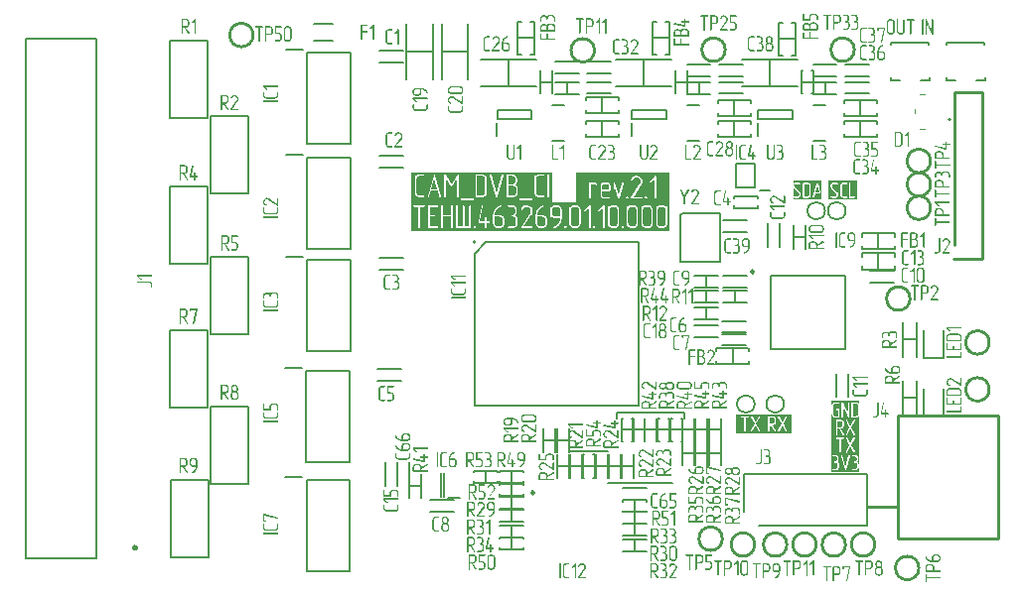
<source format=gto>
G04*
G04 #@! TF.GenerationSoftware,Altium Limited,Altium Designer,24.4.1 (13)*
G04*
G04 Layer_Color=65535*
%FSLAX44Y44*%
%MOMM*%
G71*
G04*
G04 #@! TF.SameCoordinates,79C69C62-86B7-489C-B206-AEF25DFC5C41*
G04*
G04*
G04 #@! TF.FilePolarity,Positive*
G04*
G01*
G75*
%ADD10C,0.2000*%
%ADD11C,0.1500*%
%ADD12C,0.2500*%
%ADD13C,0.2540*%
%ADD14C,0.1000*%
%ADD15C,0.3810*%
G36*
X844500Y554500D02*
X820500D01*
Y570500D01*
X844500D01*
Y554500D01*
D02*
G37*
G36*
X847000Y367000D02*
Y352000D01*
Y337000D01*
Y322000D01*
X823000D01*
Y337000D01*
Y352000D01*
Y367000D01*
Y383000D01*
X847000D01*
Y367000D01*
D02*
G37*
G36*
X789000Y355000D02*
X742000D01*
Y371000D01*
X789000D01*
Y355000D01*
D02*
G37*
G36*
X685000Y552500D02*
Y527500D01*
X465000D01*
Y552500D01*
D01*
Y577500D01*
X585000D01*
Y552500D01*
X605000D01*
Y577500D01*
X685000D01*
Y552500D01*
D02*
G37*
G36*
X812306Y560867D02*
X809456D01*
X810881Y566507D01*
X812306Y560867D01*
D02*
G37*
G36*
X790286Y565941D02*
X790311Y565732D01*
X790345Y565549D01*
X790378Y565383D01*
X790411Y565241D01*
X790428Y565183D01*
X790445Y565133D01*
X790461Y565091D01*
X790470Y565066D01*
X790478Y565049D01*
Y565041D01*
X790603Y564824D01*
X790720Y564633D01*
X790828Y564466D01*
X790936Y564333D01*
X791020Y564233D01*
X791086Y564150D01*
X791128Y564108D01*
X791145Y564091D01*
X795219Y560017D01*
X795319Y559901D01*
X795394Y559792D01*
X795460Y559692D01*
X795510Y559601D01*
X795552Y559526D01*
X795577Y559467D01*
X795585Y559434D01*
X795593Y559417D01*
X795610Y559367D01*
X795627Y559326D01*
X795643Y559292D01*
Y559276D01*
X795660Y559217D01*
X795677Y559168D01*
X795685Y559134D01*
Y559126D01*
X795710Y558843D01*
X795702Y558726D01*
X795685Y558609D01*
X795660Y558501D01*
X795635Y558393D01*
X795552Y558201D01*
X795460Y558035D01*
X795410Y557960D01*
X795368Y557901D01*
X795327Y557843D01*
X795285Y557793D01*
X795260Y557760D01*
X795235Y557734D01*
X795219Y557718D01*
X795210Y557710D01*
X795119Y557626D01*
X795019Y557551D01*
X794919Y557485D01*
X794827Y557426D01*
X794727Y557376D01*
X794627Y557335D01*
X794452Y557276D01*
X794294Y557243D01*
X794227Y557235D01*
X794169Y557226D01*
X794127Y557218D01*
X792728D01*
X792578Y557226D01*
X792436Y557235D01*
X792161Y557293D01*
X791911Y557360D01*
X791794Y557401D01*
X791686Y557451D01*
X791594Y557493D01*
X791503Y557535D01*
X791428Y557568D01*
X791361Y557601D01*
X791311Y557635D01*
X791278Y557660D01*
X791253Y557668D01*
X791245Y557676D01*
X790920Y557776D01*
X790820Y557768D01*
X790728Y557743D01*
X790645Y557701D01*
X790578Y557668D01*
X790528Y557626D01*
X790486Y557585D01*
X790461Y557560D01*
X790453Y557551D01*
X790395Y557468D01*
X790353Y557385D01*
X790320Y557310D01*
X790303Y557235D01*
X790286Y557176D01*
X790278Y557135D01*
Y566149D01*
X790286Y565941D01*
D02*
G37*
G36*
X814722Y569065D02*
Y556560D01*
X814697Y556726D01*
X811498Y568515D01*
X811464Y568615D01*
X811431Y568698D01*
X811389Y568773D01*
X811339Y568832D01*
X811289Y568890D01*
X811239Y568932D01*
X811139Y568998D01*
X811040Y569040D01*
X810956Y569057D01*
X810923Y569065D01*
X810881D01*
X810798Y569057D01*
X810715Y569040D01*
X810648Y569015D01*
X810581Y568982D01*
X810473Y568890D01*
X810390Y568790D01*
X810331Y568690D01*
X810290Y568598D01*
X810273Y568565D01*
X810265Y568540D01*
X810256Y568523D01*
Y568515D01*
X807057Y556718D01*
X807040Y556593D01*
X807049Y556485D01*
X807074Y556385D01*
X807107Y556302D01*
X807141Y556227D01*
X807174Y556177D01*
X807207Y556135D01*
X807232Y556110D01*
X807240Y556102D01*
X807315Y556043D01*
X807399Y556002D01*
X807474Y555977D01*
X807549Y555960D01*
X807607Y555943D01*
X807657Y555935D01*
X807699D01*
X807782Y555943D01*
X807849Y555952D01*
X807915Y555977D01*
X807974Y556002D01*
X808024Y556018D01*
X808057Y556043D01*
X808082Y556052D01*
X808090Y556060D01*
X808157Y556118D01*
X808207Y556177D01*
X808240Y556243D01*
X808273Y556302D01*
X808290Y556360D01*
X808307Y556402D01*
X808315Y556435D01*
Y556443D01*
X809165Y559584D01*
X812597D01*
X813464Y556352D01*
X813489Y556285D01*
X813522Y556227D01*
X813564Y556168D01*
X813597Y556127D01*
X813631Y556093D01*
X813664Y556068D01*
X813680Y556052D01*
X813689Y556043D01*
X813755Y556010D01*
X813822Y555985D01*
X813939Y555952D01*
X813989Y555943D01*
X814030Y555935D01*
X814064D01*
X814155Y555943D01*
X814239Y555960D01*
X814314Y555985D01*
X814372Y556018D01*
X814430Y556043D01*
X814472Y556068D01*
X814497Y556085D01*
X814505Y556093D01*
X814580Y556177D01*
X814630Y556268D01*
X814672Y556343D01*
X814697Y556418D01*
X814714Y556477D01*
X814722Y556518D01*
Y555935D01*
Y554500D01*
X790278D01*
Y555927D01*
Y557093D01*
X790336Y556835D01*
X790545Y556610D01*
X790728Y556493D01*
X790920Y556385D01*
X791111Y556293D01*
X791294Y556218D01*
X791486Y556152D01*
X791669Y556093D01*
X791844Y556052D01*
X792003Y556010D01*
X792161Y555985D01*
X792303Y555960D01*
X792428Y555952D01*
X792527Y555935D01*
X792619D01*
X792686Y555927D01*
X794061D01*
X794294Y555935D01*
X794510Y555960D01*
X794719Y556002D01*
X794910Y556060D01*
X795085Y556118D01*
X795252Y556193D01*
X795394Y556268D01*
X795527Y556352D01*
X795643Y556427D01*
X795752Y556502D01*
X795835Y556576D01*
X795910Y556635D01*
X795960Y556693D01*
X796002Y556735D01*
X796027Y556760D01*
X796035Y556768D01*
X796202Y556943D01*
X796352Y557118D01*
X796477Y557293D01*
X796593Y557476D01*
X796685Y557651D01*
X796760Y557826D01*
X796826Y557993D01*
X796876Y558151D01*
X796910Y558293D01*
X796943Y558426D01*
X796968Y558551D01*
X796976Y558651D01*
X796985Y558734D01*
X796993Y558801D01*
Y558834D01*
Y558851D01*
Y559126D01*
X796951Y559334D01*
X796843Y559742D01*
X796777Y559926D01*
X796693Y560117D01*
X796593Y560292D01*
X796493Y560442D01*
X796402Y560567D01*
X796318Y560667D01*
X796243Y560734D01*
X796202Y560775D01*
X796193Y560792D01*
X796185D01*
X792061Y564983D01*
X791969Y565099D01*
X791894Y565199D01*
X791828Y565291D01*
X791778Y565374D01*
X791736Y565433D01*
X791711Y565483D01*
X791694Y565516D01*
X791686Y565524D01*
X791628Y565658D01*
X791594Y565807D01*
X791578Y566116D01*
X791586Y566241D01*
X791594Y566366D01*
X791653Y566591D01*
X791719Y566791D01*
X791811Y566965D01*
X791853Y567032D01*
X791894Y567099D01*
X791928Y567157D01*
X791961Y567207D01*
X791994Y567240D01*
X792019Y567265D01*
X792028Y567282D01*
X792036Y567290D01*
X792128Y567374D01*
X792219Y567457D01*
X792311Y567515D01*
X792411Y567574D01*
X792511Y567624D01*
X792611Y567665D01*
X792794Y567724D01*
X792961Y567757D01*
X793027Y567765D01*
X793094Y567774D01*
X793144Y567782D01*
X794552D01*
X794702Y567774D01*
X794852Y567765D01*
X794994Y567740D01*
X795127Y567707D01*
X795385Y567632D01*
X795502Y567590D01*
X795602Y567549D01*
X795702Y567499D01*
X795785Y567457D01*
X795860Y567415D01*
X795927Y567382D01*
X795977Y567349D01*
X796010Y567324D01*
X796035Y567315D01*
X796043Y567307D01*
X796360Y567207D01*
X796460Y567215D01*
X796552Y567240D01*
X796635Y567274D01*
X796710Y567315D01*
X796768Y567349D01*
X796810Y567382D01*
X796835Y567407D01*
X796843Y567415D01*
X796910Y567499D01*
X796960Y567574D01*
X796993Y567657D01*
X797018Y567732D01*
X797035Y567799D01*
X797043Y567849D01*
Y567890D01*
X797018Y567974D01*
X797001Y568040D01*
X796976Y568107D01*
X796951Y568157D01*
X796935Y568190D01*
X796926Y568215D01*
X796910Y568232D01*
Y568240D01*
X796851Y568315D01*
X796802Y568365D01*
X796760Y568390D01*
X796751Y568399D01*
X796743D01*
X796560Y568515D01*
X796377Y568615D01*
X796193Y568698D01*
X796018Y568773D01*
X795868Y568823D01*
X795810Y568848D01*
X795752Y568865D01*
X795710Y568882D01*
X795677Y568890D01*
X795660Y568898D01*
X795652D01*
X795427Y568957D01*
X795227Y568998D01*
X795035Y569032D01*
X794877Y569048D01*
X794744Y569065D01*
X794685D01*
X794635Y569073D01*
X793211D01*
X792977Y569065D01*
X792761Y569040D01*
X792552Y568998D01*
X792361Y568940D01*
X792178Y568882D01*
X792019Y568807D01*
X791869Y568732D01*
X791736Y568657D01*
X791619Y568573D01*
X791511Y568498D01*
X791420Y568424D01*
X791353Y568365D01*
X791294Y568307D01*
X791253Y568265D01*
X791228Y568240D01*
X791220Y568232D01*
X791053Y568057D01*
X790911Y567882D01*
X790786Y567699D01*
X790678Y567524D01*
X790586Y567349D01*
X790511Y567174D01*
X790445Y567007D01*
X790395Y566849D01*
X790353Y566707D01*
X790328Y566566D01*
X790303Y566449D01*
X790295Y566349D01*
X790286Y566266D01*
X790278Y566199D01*
Y569073D01*
Y570500D01*
X814722D01*
Y569065D01*
D02*
G37*
G36*
X884820Y708565D02*
X884878Y708548D01*
X884945Y708532D01*
X885012Y708498D01*
X885095Y708457D01*
X885170Y708398D01*
X885178Y708390D01*
X885203Y708365D01*
X885237Y708332D01*
X885278Y708282D01*
X885320Y708215D01*
X885353Y708132D01*
X885378Y708040D01*
X885387Y707932D01*
Y698351D01*
Y698334D01*
Y698301D01*
X885378Y698234D01*
X885370Y698151D01*
X885362Y698043D01*
X885345Y697926D01*
X885312Y697793D01*
X885278Y697643D01*
X885237Y697485D01*
X885178Y697318D01*
X885103Y697151D01*
X885020Y696976D01*
X884920Y696801D01*
X884803Y696626D01*
X884670Y696451D01*
X884520Y696285D01*
X884512Y696276D01*
X884479Y696252D01*
X884437Y696210D01*
X884370Y696152D01*
X884287Y696085D01*
X884187Y696010D01*
X884070Y695935D01*
X883937Y695860D01*
X883795Y695777D01*
X883637Y695702D01*
X883462Y695627D01*
X883287Y695560D01*
X883087Y695510D01*
X882887Y695460D01*
X882671Y695435D01*
X882446Y695427D01*
X881479D01*
X881421Y695435D01*
X881338Y695443D01*
X881238Y695452D01*
X881129Y695468D01*
X880996Y695493D01*
X880854Y695535D01*
X880704Y695577D01*
X880538Y695635D01*
X880371Y695702D01*
X880205Y695785D01*
X880030Y695877D01*
X879846Y695993D01*
X879680Y696118D01*
X879505Y696268D01*
X879497Y696276D01*
X879463Y696310D01*
X879421Y696351D01*
X879363Y696418D01*
X879296Y696501D01*
X879221Y696601D01*
X879138Y696718D01*
X879055Y696851D01*
X878972Y696993D01*
X878888Y697151D01*
X878813Y697318D01*
X878747Y697510D01*
X878688Y697701D01*
X878647Y697909D01*
X878613Y698126D01*
X878605Y698351D01*
Y707932D01*
Y707940D01*
Y707965D01*
X878613Y708007D01*
X878630Y708065D01*
X878647Y708123D01*
X878680Y708198D01*
X878730Y708273D01*
X878788Y708357D01*
X878797Y708365D01*
X878822Y708390D01*
X878863Y708423D01*
X878922Y708465D01*
X878988Y708507D01*
X879063Y708540D01*
X879155Y708565D01*
X879255Y708573D01*
X879296D01*
X879338Y708565D01*
X879397Y708548D01*
X879463Y708532D01*
X879530Y708498D01*
X879613Y708457D01*
X879688Y708398D01*
X879696Y708390D01*
X879721Y708365D01*
X879755Y708332D01*
X879796Y708282D01*
X879838Y708215D01*
X879871Y708132D01*
X879896Y708040D01*
X879905Y707932D01*
Y698351D01*
Y698343D01*
Y698318D01*
Y698284D01*
X879913Y698243D01*
X879921Y698184D01*
X879930Y698118D01*
X879963Y697959D01*
X880021Y697776D01*
X880063Y697684D01*
X880113Y697585D01*
X880171Y697485D01*
X880238Y697393D01*
X880313Y697293D01*
X880396Y697201D01*
X880405Y697193D01*
X880421Y697185D01*
X880446Y697160D01*
X880480Y697126D01*
X880529Y697093D01*
X880588Y697051D01*
X880646Y697001D01*
X880721Y696960D01*
X880888Y696868D01*
X881079Y696793D01*
X881188Y696760D01*
X881296Y696743D01*
X881413Y696726D01*
X881529Y696718D01*
X882512D01*
X882554Y696726D01*
X882612Y696735D01*
X882679Y696743D01*
X882837Y696776D01*
X883012Y696835D01*
X883212Y696918D01*
X883304Y696968D01*
X883404Y697035D01*
X883504Y697101D01*
X883595Y697185D01*
X883604Y697193D01*
X883620Y697210D01*
X883637Y697234D01*
X883670Y697268D01*
X883712Y697318D01*
X883754Y697368D01*
X883795Y697434D01*
X883845Y697510D01*
X883929Y697676D01*
X884012Y697876D01*
X884045Y697984D01*
X884062Y698101D01*
X884079Y698226D01*
X884087Y698351D01*
Y707932D01*
Y707940D01*
Y707965D01*
X884095Y708007D01*
X884112Y708065D01*
X884129Y708123D01*
X884162Y708198D01*
X884212Y708273D01*
X884270Y708357D01*
X884279Y708365D01*
X884304Y708390D01*
X884345Y708423D01*
X884404Y708465D01*
X884470Y708507D01*
X884545Y708540D01*
X884637Y708565D01*
X884737Y708573D01*
X884778D01*
X884820Y708565D01*
D02*
G37*
G36*
X893218D02*
X893285Y708548D01*
X893351Y708523D01*
X893426Y708482D01*
X893501Y708432D01*
X893576Y708365D01*
X893585Y708357D01*
X893609Y708332D01*
X893643Y708290D01*
X893684Y708240D01*
X893718Y708173D01*
X893751Y708098D01*
X893776Y708015D01*
X893784Y707932D01*
Y707924D01*
Y707890D01*
X893776Y707849D01*
X893760Y707790D01*
X893743Y707723D01*
X893709Y707648D01*
X893668Y707565D01*
X893609Y707490D01*
X893601Y707482D01*
X893576Y707457D01*
X893543Y707424D01*
X893484Y707390D01*
X893418Y707349D01*
X893343Y707315D01*
X893243Y707290D01*
X893135Y707282D01*
X891035D01*
Y696068D01*
Y696051D01*
Y696018D01*
X891027Y695968D01*
X891010Y695893D01*
X890993Y695818D01*
X890960Y695743D01*
X890910Y695668D01*
X890852Y695593D01*
X890844Y695585D01*
X890819Y695568D01*
X890777Y695543D01*
X890719Y695510D01*
X890652Y695477D01*
X890569Y695452D01*
X890485Y695435D01*
X890385Y695427D01*
X890360D01*
X890327Y695435D01*
X890285Y695443D01*
X890227Y695460D01*
X890152Y695477D01*
X890060Y695510D01*
X889960Y695552D01*
X889952Y695560D01*
X889927Y695585D01*
X889885Y695627D01*
X889852Y695685D01*
X889810Y695760D01*
X889769Y695843D01*
X889744Y695952D01*
X889735Y696068D01*
Y707282D01*
X887586D01*
X887536Y707290D01*
X887469Y707307D01*
X887394Y707324D01*
X887311Y707357D01*
X887236Y707399D01*
X887161Y707457D01*
X887153Y707465D01*
X887136Y707499D01*
X887111Y707540D01*
X887078Y707599D01*
X887045Y707665D01*
X887020Y707748D01*
X887003Y707840D01*
X886994Y707932D01*
Y707940D01*
Y707957D01*
X887003Y707990D01*
X887011Y708040D01*
X887028Y708090D01*
X887061Y708157D01*
X887094Y708240D01*
X887144Y708323D01*
X887153Y708332D01*
X887178Y708365D01*
X887211Y708407D01*
X887270Y708448D01*
X887336Y708498D01*
X887419Y708532D01*
X887519Y708565D01*
X887636Y708573D01*
X893176D01*
X893218Y708565D01*
D02*
G37*
G36*
X874173D02*
X874256Y708557D01*
X874364Y708548D01*
X874481Y708532D01*
X874614Y708498D01*
X874764Y708465D01*
X874923Y708423D01*
X875089Y708365D01*
X875256Y708298D01*
X875431Y708215D01*
X875614Y708115D01*
X875789Y707999D01*
X875956Y707865D01*
X876122Y707715D01*
X876131Y707707D01*
X876164Y707673D01*
X876206Y707632D01*
X876256Y707565D01*
X876322Y707482D01*
X876397Y707382D01*
X876481Y707265D01*
X876564Y707132D01*
X876639Y706990D01*
X876722Y706832D01*
X876797Y706665D01*
X876864Y706482D01*
X876914Y706291D01*
X876964Y706082D01*
X876989Y705874D01*
X876997Y705649D01*
Y698351D01*
Y698334D01*
Y698301D01*
X876989Y698234D01*
X876980Y698151D01*
X876972Y698043D01*
X876955Y697926D01*
X876922Y697793D01*
X876889Y697643D01*
X876847Y697485D01*
X876789Y697318D01*
X876714Y697151D01*
X876630Y696976D01*
X876531Y696801D01*
X876414Y696626D01*
X876281Y696451D01*
X876131Y696285D01*
X876122Y696276D01*
X876089Y696252D01*
X876047Y696210D01*
X875981Y696152D01*
X875897Y696085D01*
X875797Y696010D01*
X875681Y695935D01*
X875547Y695860D01*
X875406Y695777D01*
X875248Y695702D01*
X875073Y695627D01*
X874898Y695560D01*
X874698Y695510D01*
X874498Y695460D01*
X874281Y695435D01*
X874056Y695427D01*
X873090D01*
X873031Y695435D01*
X872948Y695443D01*
X872848Y695452D01*
X872740Y695468D01*
X872607Y695493D01*
X872465Y695535D01*
X872315Y695577D01*
X872148Y695635D01*
X871982Y695702D01*
X871815Y695785D01*
X871640Y695877D01*
X871457Y695993D01*
X871290Y696118D01*
X871115Y696268D01*
X871107Y696276D01*
X871074Y696310D01*
X871032Y696351D01*
X870974Y696418D01*
X870907Y696501D01*
X870832Y696601D01*
X870749Y696718D01*
X870665Y696851D01*
X870582Y696993D01*
X870499Y697151D01*
X870424Y697318D01*
X870357Y697510D01*
X870299Y697701D01*
X870257Y697909D01*
X870224Y698126D01*
X870216Y698351D01*
Y705649D01*
Y705666D01*
Y705699D01*
X870224Y705766D01*
X870232Y705849D01*
X870240Y705949D01*
X870257Y706066D01*
X870282Y706199D01*
X870324Y706340D01*
X870366Y706499D01*
X870424Y706657D01*
X870490Y706832D01*
X870574Y706999D01*
X870665Y707174D01*
X870782Y707349D01*
X870907Y707524D01*
X871057Y707690D01*
X871065Y707699D01*
X871099Y707732D01*
X871140Y707774D01*
X871207Y707832D01*
X871290Y707898D01*
X871390Y707973D01*
X871507Y708048D01*
X871640Y708132D01*
X871782Y708215D01*
X871940Y708290D01*
X872107Y708365D01*
X872298Y708432D01*
X872490Y708490D01*
X872698Y708532D01*
X872915Y708565D01*
X873140Y708573D01*
X874106D01*
X874173Y708565D01*
D02*
G37*
G36*
X888644Y612565D02*
X888703Y612548D01*
X888769Y612532D01*
X888844Y612498D01*
X888928Y612457D01*
X889003Y612398D01*
X889011Y612390D01*
X889036Y612365D01*
X889069Y612332D01*
X889111Y612273D01*
X889144Y612207D01*
X889178Y612132D01*
X889203Y612040D01*
X889211Y611940D01*
Y600068D01*
Y600051D01*
Y600018D01*
X889203Y599968D01*
X889186Y599893D01*
X889169Y599818D01*
X889136Y599743D01*
X889086Y599668D01*
X889028Y599593D01*
X889019Y599585D01*
X888994Y599568D01*
X888953Y599543D01*
X888894Y599510D01*
X888828Y599477D01*
X888744Y599452D01*
X888661Y599435D01*
X888561Y599427D01*
X888536D01*
X888503Y599435D01*
X888461Y599443D01*
X888403Y599460D01*
X888328Y599477D01*
X888236Y599510D01*
X888136Y599552D01*
X888128Y599560D01*
X888103Y599585D01*
X888061Y599627D01*
X888028Y599685D01*
X887986Y599760D01*
X887945Y599843D01*
X887920Y599952D01*
X887911Y600068D01*
Y610649D01*
X886287Y608741D01*
X886278Y608733D01*
X886253Y608708D01*
X886212Y608683D01*
X886162Y608649D01*
X886095Y608608D01*
X886020Y608583D01*
X885928Y608558D01*
X885837Y608549D01*
X885795D01*
X885737Y608558D01*
X885678Y608574D01*
X885603Y608599D01*
X885520Y608633D01*
X885445Y608674D01*
X885370Y608741D01*
X885362Y608749D01*
X885345Y608774D01*
X885312Y608816D01*
X885279Y608874D01*
X885245Y608941D01*
X885212Y609016D01*
X885195Y609108D01*
X885187Y609207D01*
Y609216D01*
Y609232D01*
X885195Y609258D01*
X885212Y609308D01*
X885229Y609366D01*
X885254Y609432D01*
X885295Y609524D01*
X885354Y609632D01*
X888103Y612390D01*
X888111Y612398D01*
X888136Y612415D01*
X888178Y612448D01*
X888228Y612482D01*
X888295Y612515D01*
X888370Y612548D01*
X888461Y612565D01*
X888553Y612573D01*
X888594D01*
X888644Y612565D01*
D02*
G37*
G36*
X880746D02*
X880830Y612557D01*
X880938Y612548D01*
X881055Y612532D01*
X881188Y612498D01*
X881338Y612465D01*
X881496Y612423D01*
X881663Y612365D01*
X881830Y612298D01*
X882004Y612215D01*
X882188Y612115D01*
X882363Y611998D01*
X882529Y611865D01*
X882696Y611715D01*
X882704Y611707D01*
X882738Y611674D01*
X882779Y611632D01*
X882829Y611565D01*
X882896Y611482D01*
X882971Y611382D01*
X883054Y611265D01*
X883138Y611132D01*
X883213Y610990D01*
X883296Y610832D01*
X883371Y610666D01*
X883437Y610482D01*
X883487Y610291D01*
X883537Y610082D01*
X883562Y609874D01*
X883571Y609649D01*
Y602351D01*
Y602334D01*
Y602301D01*
X883562Y602234D01*
X883554Y602151D01*
X883546Y602043D01*
X883529Y601926D01*
X883496Y601793D01*
X883462Y601643D01*
X883421Y601484D01*
X883362Y601318D01*
X883287Y601151D01*
X883204Y600976D01*
X883104Y600801D01*
X882988Y600626D01*
X882854Y600451D01*
X882704Y600285D01*
X882696Y600276D01*
X882663Y600252D01*
X882621Y600210D01*
X882554Y600151D01*
X882471Y600085D01*
X882371Y600010D01*
X882254Y599935D01*
X882121Y599860D01*
X881979Y599777D01*
X881821Y599702D01*
X881646Y599627D01*
X881471Y599560D01*
X881271Y599510D01*
X881071Y599460D01*
X880855Y599435D01*
X880630Y599427D01*
X877406D01*
X877372Y599435D01*
X877331D01*
X877231Y599460D01*
X877114Y599510D01*
X877047Y599543D01*
X876989Y599585D01*
X876939Y599635D01*
X876889Y599702D01*
X876847Y599768D01*
X876814Y599860D01*
X876797Y599952D01*
X876789Y600068D01*
Y611932D01*
Y611940D01*
Y611957D01*
X876797Y611990D01*
Y612032D01*
X876822Y612132D01*
X876872Y612257D01*
X876906Y612315D01*
X876947Y612373D01*
X876997Y612423D01*
X877064Y612473D01*
X877131Y612515D01*
X877222Y612548D01*
X877314Y612565D01*
X877431Y612573D01*
X880680D01*
X880746Y612565D01*
D02*
G37*
G36*
X909224Y708565D02*
X909282Y708548D01*
X909349Y708532D01*
X909416Y708498D01*
X909499Y708457D01*
X909574Y708398D01*
X909582Y708390D01*
X909607Y708365D01*
X909641Y708332D01*
X909682Y708282D01*
X909724Y708215D01*
X909757Y708132D01*
X909782Y708040D01*
X909790Y707932D01*
Y696068D01*
Y696060D01*
Y696035D01*
X909782Y696002D01*
X909765Y695943D01*
X909749Y695877D01*
X909715Y695802D01*
X909666Y695702D01*
X909607Y695602D01*
X909599Y695593D01*
X909566Y695577D01*
X909524Y695543D01*
X909457Y695518D01*
X909390Y695485D01*
X909299Y695452D01*
X909207Y695435D01*
X909107Y695427D01*
X908807Y695493D01*
X908557Y695777D01*
X904308Y705666D01*
Y696068D01*
Y696051D01*
Y696018D01*
X904300Y695968D01*
X904284Y695893D01*
X904267Y695818D01*
X904233Y695743D01*
X904184Y695668D01*
X904125Y695593D01*
X904117Y695585D01*
X904092Y695568D01*
X904050Y695543D01*
X903992Y695510D01*
X903925Y695477D01*
X903842Y695452D01*
X903759Y695435D01*
X903659Y695427D01*
X903634D01*
X903600Y695435D01*
X903559Y695443D01*
X903500Y695460D01*
X903425Y695485D01*
X903334Y695518D01*
X903234Y695560D01*
X903225Y695568D01*
X903201Y695593D01*
X903159Y695635D01*
X903126Y695693D01*
X903084Y695760D01*
X903042Y695852D01*
X903017Y695952D01*
X903009Y696068D01*
Y707932D01*
Y707940D01*
Y707965D01*
X903017Y708007D01*
X903034Y708065D01*
X903051Y708123D01*
X903084Y708198D01*
X903134Y708273D01*
X903192Y708357D01*
X903201Y708365D01*
X903225Y708390D01*
X903267Y708423D01*
X903325Y708465D01*
X903392Y708507D01*
X903467Y708540D01*
X903550Y708565D01*
X903650Y708573D01*
X903709D01*
X903750Y708565D01*
X903850Y708540D01*
X903967Y708490D01*
X903975D01*
X903992Y708473D01*
X904025Y708448D01*
X904067Y708398D01*
X904109Y708340D01*
X904158Y708248D01*
X904209Y708140D01*
X904258Y707999D01*
X908491Y698334D01*
Y707932D01*
Y707940D01*
Y707965D01*
X908499Y708007D01*
X908516Y708065D01*
X908532Y708123D01*
X908566Y708198D01*
X908616Y708273D01*
X908674Y708357D01*
X908682Y708365D01*
X908707Y708390D01*
X908749Y708423D01*
X908807Y708465D01*
X908874Y708507D01*
X908949Y708540D01*
X909041Y708565D01*
X909141Y708573D01*
X909182D01*
X909224Y708565D01*
D02*
G37*
G36*
X900943D02*
X901001Y708548D01*
X901068Y708532D01*
X901134Y708498D01*
X901218Y708457D01*
X901293Y708398D01*
X901301Y708390D01*
X901326Y708365D01*
X901359Y708332D01*
X901401Y708282D01*
X901443Y708215D01*
X901476Y708132D01*
X901501Y708040D01*
X901509Y707932D01*
Y696068D01*
Y696051D01*
Y696018D01*
X901501Y695968D01*
X901484Y695893D01*
X901468Y695818D01*
X901434Y695743D01*
X901384Y695668D01*
X901326Y695593D01*
X901318Y695585D01*
X901293Y695568D01*
X901251Y695543D01*
X901193Y695510D01*
X901126Y695477D01*
X901043Y695452D01*
X900959Y695435D01*
X900859Y695427D01*
X900834D01*
X900801Y695435D01*
X900759Y695443D01*
X900701Y695460D01*
X900626Y695477D01*
X900535Y695510D01*
X900434Y695552D01*
X900426Y695560D01*
X900401Y695585D01*
X900359Y695627D01*
X900326Y695685D01*
X900285Y695760D01*
X900243Y695843D01*
X900218Y695952D01*
X900210Y696068D01*
Y707932D01*
Y707940D01*
Y707965D01*
X900218Y708007D01*
X900235Y708065D01*
X900251Y708123D01*
X900285Y708198D01*
X900334Y708273D01*
X900393Y708357D01*
X900401Y708365D01*
X900426Y708390D01*
X900468Y708423D01*
X900526Y708465D01*
X900593Y708507D01*
X900668Y708540D01*
X900759Y708565D01*
X900859Y708573D01*
X900901D01*
X900943Y708565D01*
D02*
G37*
G36*
X732874Y562565D02*
X732941Y562548D01*
X733008Y562532D01*
X733091Y562498D01*
X733174Y562457D01*
X733249Y562398D01*
X733258Y562390D01*
X733282Y562365D01*
X733316Y562332D01*
X733357Y562282D01*
X733391Y562215D01*
X733424Y562140D01*
X733449Y562048D01*
X733457Y561957D01*
X733441Y561807D01*
X731733Y553459D01*
X733982D01*
Y555567D01*
Y555575D01*
Y555600D01*
X733991Y555642D01*
X734007Y555700D01*
X734024Y555758D01*
X734057Y555833D01*
X734107Y555908D01*
X734166Y555992D01*
X734174Y556000D01*
X734199Y556025D01*
X734241Y556058D01*
X734299Y556100D01*
X734365Y556142D01*
X734441Y556175D01*
X734532Y556200D01*
X734632Y556208D01*
X734674D01*
X734715Y556200D01*
X734774Y556183D01*
X734840Y556167D01*
X734907Y556133D01*
X734990Y556092D01*
X735065Y556033D01*
X735074Y556025D01*
X735099Y556000D01*
X735132Y555967D01*
X735174Y555917D01*
X735215Y555850D01*
X735249Y555767D01*
X735274Y555675D01*
X735282Y555567D01*
Y553459D01*
X736507D01*
X736548Y553451D01*
X736615Y553434D01*
X736682Y553409D01*
X736757Y553367D01*
X736832Y553317D01*
X736907Y553251D01*
X736915Y553242D01*
X736940Y553217D01*
X736973Y553176D01*
X737015Y553126D01*
X737048Y553059D01*
X737082Y552984D01*
X737106Y552901D01*
X737115Y552817D01*
Y552809D01*
Y552776D01*
X737106Y552734D01*
X737090Y552676D01*
X737073Y552609D01*
X737040Y552534D01*
X736998Y552451D01*
X736940Y552376D01*
X736932Y552368D01*
X736907Y552343D01*
X736873Y552309D01*
X736815Y552276D01*
X736748Y552234D01*
X736673Y552201D01*
X736573Y552176D01*
X736465Y552168D01*
X735282D01*
Y550068D01*
Y550051D01*
Y550018D01*
X735274Y549968D01*
X735257Y549893D01*
X735240Y549818D01*
X735207Y549743D01*
X735157Y549668D01*
X735099Y549593D01*
X735090Y549585D01*
X735065Y549568D01*
X735024Y549543D01*
X734965Y549510D01*
X734899Y549477D01*
X734815Y549452D01*
X734732Y549435D01*
X734632Y549427D01*
X734607D01*
X734574Y549435D01*
X734532Y549443D01*
X734474Y549460D01*
X734399Y549477D01*
X734307Y549510D01*
X734207Y549552D01*
X734199Y549560D01*
X734174Y549585D01*
X734132Y549627D01*
X734099Y549685D01*
X734057Y549760D01*
X734016Y549843D01*
X733991Y549952D01*
X733982Y550068D01*
Y552168D01*
X730933D01*
X730883Y552176D01*
X730816Y552193D01*
X730742Y552209D01*
X730667Y552243D01*
X730592Y552284D01*
X730517Y552343D01*
X730508Y552351D01*
X730491Y552376D01*
X730458Y552418D01*
X730425Y552468D01*
X730392Y552534D01*
X730358Y552617D01*
X730342Y552709D01*
X730333Y552809D01*
X730342Y552926D01*
X732166Y562024D01*
Y562040D01*
X732174Y562074D01*
X732191Y562123D01*
X732216Y562182D01*
X732249Y562257D01*
X732291Y562323D01*
X732349Y562398D01*
X732416Y562457D01*
X732774Y562573D01*
X732824D01*
X732874Y562565D01*
D02*
G37*
G36*
X728176D02*
X728234Y562548D01*
X728300Y562523D01*
X728375Y562482D01*
X728459Y562432D01*
X728534Y562365D01*
X728542Y562357D01*
X728567Y562332D01*
X728600Y562290D01*
X728634Y562240D01*
X728667Y562173D01*
X728700Y562098D01*
X728725Y562015D01*
X728734Y561932D01*
Y561923D01*
Y561890D01*
X728725Y561848D01*
X728717Y561790D01*
X728692Y561724D01*
X728667Y561649D01*
X728625Y561565D01*
X728567Y561490D01*
X728559Y561482D01*
X728534Y561457D01*
X728500Y561424D01*
X728442Y561390D01*
X728375Y561349D01*
X728292Y561315D01*
X728192Y561290D01*
X728084Y561282D01*
X725751D01*
X725701Y561274D01*
X725643Y561265D01*
X725576Y561257D01*
X725418Y561224D01*
X725243Y561165D01*
X725143Y561132D01*
X725043Y561082D01*
X724943Y561024D01*
X724851Y560965D01*
X724751Y560890D01*
X724660Y560807D01*
X724651Y560799D01*
X724643Y560782D01*
X724618Y560757D01*
X724585Y560724D01*
X724551Y560682D01*
X724510Y560624D01*
X724468Y560557D01*
X724426Y560490D01*
X724335Y560316D01*
X724260Y560124D01*
X724227Y560016D01*
X724202Y559899D01*
X724193Y559774D01*
X724185Y559649D01*
Y552351D01*
Y552343D01*
Y552318D01*
Y552284D01*
X724193Y552234D01*
X724202Y552176D01*
X724210Y552109D01*
X724243Y551951D01*
X724301Y551776D01*
X724343Y551676D01*
X724385Y551576D01*
X724443Y551476D01*
X724501Y551385D01*
X724576Y551284D01*
X724660Y551193D01*
X724668Y551185D01*
X724685Y551176D01*
X724710Y551151D01*
X724743Y551118D01*
X724793Y551085D01*
X724851Y551043D01*
X724910Y551001D01*
X724985Y550960D01*
X725151Y550868D01*
X725351Y550793D01*
X725460Y550760D01*
X725576Y550735D01*
X725693Y550726D01*
X725818Y550718D01*
X728126D01*
X728176Y550710D01*
X728234Y550693D01*
X728300Y550668D01*
X728375Y550626D01*
X728459Y550576D01*
X728534Y550510D01*
X728542Y550501D01*
X728567Y550476D01*
X728600Y550435D01*
X728634Y550385D01*
X728667Y550318D01*
X728700Y550243D01*
X728725Y550160D01*
X728734Y550076D01*
Y550068D01*
Y550035D01*
X728725Y549993D01*
X728717Y549935D01*
X728692Y549868D01*
X728667Y549793D01*
X728625Y549710D01*
X728567Y549635D01*
X728559Y549627D01*
X728534Y549602D01*
X728500Y549568D01*
X728442Y549535D01*
X728375Y549493D01*
X728292Y549460D01*
X728192Y549435D01*
X728084Y549427D01*
X725768D01*
X725709Y549435D01*
X725626Y549443D01*
X725526Y549452D01*
X725409Y549468D01*
X725276Y549502D01*
X725135Y549535D01*
X724976Y549577D01*
X724818Y549635D01*
X724643Y549702D01*
X724468Y549785D01*
X724293Y549885D01*
X724118Y549993D01*
X723943Y550126D01*
X723777Y550276D01*
X723768Y550285D01*
X723735Y550318D01*
X723693Y550360D01*
X723635Y550426D01*
X723568Y550510D01*
X723493Y550610D01*
X723418Y550726D01*
X723335Y550851D01*
X723252Y551001D01*
X723168Y551160D01*
X723093Y551326D01*
X723027Y551510D01*
X722969Y551701D01*
X722927Y551909D01*
X722894Y552126D01*
X722885Y552351D01*
Y559649D01*
Y559666D01*
Y559699D01*
X722894Y559766D01*
X722902Y559849D01*
X722910Y559949D01*
X722927Y560066D01*
X722952Y560199D01*
X722993Y560341D01*
X723035Y560499D01*
X723093Y560657D01*
X723160Y560832D01*
X723243Y560999D01*
X723335Y561174D01*
X723452Y561349D01*
X723577Y561524D01*
X723727Y561690D01*
X723735Y561698D01*
X723768Y561732D01*
X723810Y561773D01*
X723877Y561832D01*
X723960Y561898D01*
X724060Y561973D01*
X724176Y562048D01*
X724310Y562132D01*
X724451Y562215D01*
X724610Y562290D01*
X724785Y562365D01*
X724968Y562432D01*
X725168Y562490D01*
X725368Y562532D01*
X725593Y562565D01*
X725818Y562573D01*
X728126D01*
X728176Y562565D01*
D02*
G37*
G36*
X754274Y601565D02*
X754341Y601548D01*
X754407Y601532D01*
X754491Y601498D01*
X754574Y601457D01*
X754649Y601398D01*
X754657Y601390D01*
X754682Y601365D01*
X754715Y601332D01*
X754757Y601282D01*
X754790Y601215D01*
X754824Y601140D01*
X754849Y601049D01*
X754857Y600957D01*
X754840Y600807D01*
X753132Y592459D01*
X755382D01*
Y594567D01*
Y594575D01*
Y594600D01*
X755390Y594642D01*
X755407Y594700D01*
X755424Y594758D01*
X755457Y594833D01*
X755507Y594908D01*
X755565Y594992D01*
X755574Y595000D01*
X755599Y595025D01*
X755640Y595058D01*
X755698Y595100D01*
X755765Y595142D01*
X755840Y595175D01*
X755932Y595200D01*
X756032Y595208D01*
X756073D01*
X756115Y595200D01*
X756173Y595183D01*
X756240Y595167D01*
X756307Y595133D01*
X756390Y595092D01*
X756465Y595033D01*
X756473Y595025D01*
X756498Y595000D01*
X756532Y594967D01*
X756573Y594917D01*
X756615Y594850D01*
X756648Y594767D01*
X756673Y594675D01*
X756682Y594567D01*
Y592459D01*
X757906D01*
X757948Y592451D01*
X758015Y592434D01*
X758081Y592409D01*
X758156Y592367D01*
X758231Y592317D01*
X758306Y592251D01*
X758315Y592242D01*
X758339Y592217D01*
X758373Y592176D01*
X758415Y592126D01*
X758448Y592059D01*
X758481Y591984D01*
X758506Y591901D01*
X758514Y591818D01*
Y591809D01*
Y591776D01*
X758506Y591734D01*
X758490Y591676D01*
X758473Y591609D01*
X758439Y591534D01*
X758398Y591451D01*
X758339Y591376D01*
X758331Y591368D01*
X758306Y591343D01*
X758273Y591309D01*
X758215Y591276D01*
X758148Y591234D01*
X758073Y591201D01*
X757973Y591176D01*
X757865Y591168D01*
X756682D01*
Y589068D01*
Y589052D01*
Y589018D01*
X756673Y588968D01*
X756657Y588893D01*
X756640Y588818D01*
X756607Y588743D01*
X756557Y588668D01*
X756498Y588593D01*
X756490Y588585D01*
X756465Y588568D01*
X756423Y588543D01*
X756365Y588510D01*
X756298Y588477D01*
X756215Y588452D01*
X756132Y588435D01*
X756032Y588427D01*
X756007D01*
X755974Y588435D01*
X755932Y588443D01*
X755873Y588460D01*
X755798Y588477D01*
X755707Y588510D01*
X755607Y588552D01*
X755599Y588560D01*
X755574Y588585D01*
X755532Y588627D01*
X755499Y588685D01*
X755457Y588760D01*
X755415Y588843D01*
X755390Y588952D01*
X755382Y589068D01*
Y591168D01*
X752333D01*
X752283Y591176D01*
X752216Y591193D01*
X752141Y591209D01*
X752066Y591243D01*
X751991Y591284D01*
X751916Y591343D01*
X751908Y591351D01*
X751891Y591376D01*
X751858Y591418D01*
X751824Y591468D01*
X751791Y591534D01*
X751758Y591618D01*
X751741Y591709D01*
X751733Y591809D01*
X751741Y591926D01*
X753566Y601023D01*
Y601040D01*
X753574Y601073D01*
X753591Y601123D01*
X753616Y601182D01*
X753649Y601257D01*
X753691Y601323D01*
X753749Y601398D01*
X753816Y601457D01*
X754174Y601573D01*
X754224D01*
X754274Y601565D01*
D02*
G37*
G36*
X749575D02*
X749633Y601548D01*
X749700Y601523D01*
X749775Y601482D01*
X749858Y601432D01*
X749933Y601365D01*
X749942Y601357D01*
X749967Y601332D01*
X750000Y601290D01*
X750033Y601240D01*
X750067Y601173D01*
X750100Y601098D01*
X750125Y601015D01*
X750133Y600932D01*
Y600924D01*
Y600890D01*
X750125Y600849D01*
X750117Y600790D01*
X750092Y600723D01*
X750067Y600649D01*
X750025Y600565D01*
X749967Y600490D01*
X749958Y600482D01*
X749933Y600457D01*
X749900Y600424D01*
X749842Y600390D01*
X749775Y600349D01*
X749692Y600315D01*
X749592Y600290D01*
X749483Y600282D01*
X747151D01*
X747101Y600274D01*
X747042Y600265D01*
X746976Y600257D01*
X746817Y600224D01*
X746643Y600165D01*
X746543Y600132D01*
X746443Y600082D01*
X746343Y600024D01*
X746251Y599965D01*
X746151Y599890D01*
X746059Y599807D01*
X746051Y599799D01*
X746043Y599782D01*
X746018Y599757D01*
X745984Y599724D01*
X745951Y599682D01*
X745909Y599624D01*
X745868Y599557D01*
X745826Y599491D01*
X745734Y599316D01*
X745659Y599124D01*
X745626Y599016D01*
X745601Y598899D01*
X745593Y598774D01*
X745584Y598649D01*
Y591351D01*
Y591343D01*
Y591318D01*
Y591284D01*
X745593Y591234D01*
X745601Y591176D01*
X745610Y591109D01*
X745643Y590951D01*
X745701Y590776D01*
X745743Y590676D01*
X745784Y590576D01*
X745843Y590476D01*
X745901Y590384D01*
X745976Y590285D01*
X746059Y590193D01*
X746068Y590185D01*
X746084Y590176D01*
X746109Y590151D01*
X746143Y590118D01*
X746193Y590085D01*
X746251Y590043D01*
X746309Y590001D01*
X746384Y589960D01*
X746551Y589868D01*
X746751Y589793D01*
X746859Y589760D01*
X746976Y589735D01*
X747092Y589726D01*
X747217Y589718D01*
X749525D01*
X749575Y589710D01*
X749633Y589693D01*
X749700Y589668D01*
X749775Y589626D01*
X749858Y589576D01*
X749933Y589510D01*
X749942Y589501D01*
X749967Y589476D01*
X750000Y589435D01*
X750033Y589385D01*
X750067Y589318D01*
X750100Y589243D01*
X750125Y589160D01*
X750133Y589076D01*
Y589068D01*
Y589035D01*
X750125Y588993D01*
X750117Y588935D01*
X750092Y588868D01*
X750067Y588793D01*
X750025Y588710D01*
X749967Y588635D01*
X749958Y588627D01*
X749933Y588602D01*
X749900Y588568D01*
X749842Y588535D01*
X749775Y588493D01*
X749692Y588460D01*
X749592Y588435D01*
X749483Y588427D01*
X747167D01*
X747109Y588435D01*
X747026Y588443D01*
X746926Y588452D01*
X746809Y588468D01*
X746676Y588502D01*
X746534Y588535D01*
X746376Y588577D01*
X746218Y588635D01*
X746043Y588702D01*
X745868Y588785D01*
X745693Y588885D01*
X745518Y588993D01*
X745343Y589127D01*
X745176Y589277D01*
X745168Y589285D01*
X745135Y589318D01*
X745093Y589360D01*
X745035Y589426D01*
X744968Y589510D01*
X744893Y589610D01*
X744818Y589726D01*
X744735Y589851D01*
X744651Y590001D01*
X744568Y590160D01*
X744493Y590326D01*
X744426Y590509D01*
X744368Y590701D01*
X744326Y590909D01*
X744293Y591126D01*
X744285Y591351D01*
Y598649D01*
Y598666D01*
Y598699D01*
X744293Y598766D01*
X744302Y598849D01*
X744310Y598949D01*
X744326Y599066D01*
X744351Y599199D01*
X744393Y599341D01*
X744435Y599499D01*
X744493Y599657D01*
X744560Y599832D01*
X744643Y599999D01*
X744735Y600174D01*
X744851Y600349D01*
X744976Y600524D01*
X745126Y600690D01*
X745135Y600699D01*
X745168Y600732D01*
X745210Y600774D01*
X745276Y600832D01*
X745359Y600899D01*
X745460Y600974D01*
X745576Y601049D01*
X745709Y601132D01*
X745851Y601215D01*
X746009Y601290D01*
X746184Y601365D01*
X746368Y601432D01*
X746568Y601490D01*
X746768Y601532D01*
X746992Y601565D01*
X747217Y601573D01*
X749525D01*
X749575Y601565D01*
D02*
G37*
G36*
X742219D02*
X742277Y601548D01*
X742344Y601532D01*
X742410Y601498D01*
X742494Y601457D01*
X742569Y601398D01*
X742577Y601390D01*
X742602Y601365D01*
X742635Y601332D01*
X742677Y601282D01*
X742719Y601215D01*
X742752Y601132D01*
X742777Y601040D01*
X742785Y600932D01*
Y589068D01*
Y589052D01*
Y589018D01*
X742777Y588968D01*
X742760Y588893D01*
X742744Y588818D01*
X742710Y588743D01*
X742660Y588668D01*
X742602Y588593D01*
X742594Y588585D01*
X742569Y588568D01*
X742527Y588543D01*
X742469Y588510D01*
X742402Y588477D01*
X742319Y588452D01*
X742235Y588435D01*
X742135Y588427D01*
X742110D01*
X742077Y588435D01*
X742035Y588443D01*
X741977Y588460D01*
X741902Y588477D01*
X741810Y588510D01*
X741711Y588552D01*
X741702Y588560D01*
X741677Y588585D01*
X741636Y588627D01*
X741602Y588685D01*
X741561Y588760D01*
X741519Y588843D01*
X741494Y588952D01*
X741486Y589068D01*
Y600932D01*
Y600940D01*
Y600965D01*
X741494Y601007D01*
X741510Y601065D01*
X741527Y601123D01*
X741561Y601198D01*
X741610Y601273D01*
X741669Y601357D01*
X741677Y601365D01*
X741702Y601390D01*
X741744Y601423D01*
X741802Y601465D01*
X741869Y601507D01*
X741944Y601540D01*
X742035Y601565D01*
X742135Y601573D01*
X742177D01*
X742219Y601565D01*
D02*
G37*
G36*
X867412Y381565D02*
X867478Y381548D01*
X867545Y381532D01*
X867628Y381498D01*
X867712Y381457D01*
X867787Y381398D01*
X867795Y381390D01*
X867820Y381365D01*
X867853Y381332D01*
X867895Y381282D01*
X867928Y381215D01*
X867962Y381140D01*
X867987Y381049D01*
X867995Y380957D01*
X867978Y380807D01*
X866271Y372459D01*
X868520D01*
Y374567D01*
Y374575D01*
Y374600D01*
X868528Y374642D01*
X868545Y374700D01*
X868562Y374758D01*
X868595Y374833D01*
X868645Y374908D01*
X868703Y374992D01*
X868711Y375000D01*
X868736Y375025D01*
X868778Y375058D01*
X868837Y375100D01*
X868903Y375142D01*
X868978Y375175D01*
X869070Y375200D01*
X869170Y375208D01*
X869211D01*
X869253Y375200D01*
X869311Y375183D01*
X869378Y375167D01*
X869445Y375133D01*
X869528Y375092D01*
X869603Y375033D01*
X869611Y375025D01*
X869636Y375000D01*
X869670Y374967D01*
X869711Y374917D01*
X869753Y374850D01*
X869786Y374767D01*
X869811Y374675D01*
X869820Y374567D01*
Y372459D01*
X871044D01*
X871086Y372451D01*
X871153Y372434D01*
X871219Y372409D01*
X871294Y372367D01*
X871369Y372317D01*
X871444Y372251D01*
X871452Y372242D01*
X871478Y372217D01*
X871511Y372176D01*
X871553Y372126D01*
X871586Y372059D01*
X871619Y371984D01*
X871644Y371901D01*
X871653Y371818D01*
Y371809D01*
Y371776D01*
X871644Y371734D01*
X871628Y371676D01*
X871611Y371609D01*
X871578Y371534D01*
X871536Y371451D01*
X871478Y371376D01*
X871469Y371368D01*
X871444Y371343D01*
X871411Y371309D01*
X871352Y371276D01*
X871286Y371234D01*
X871211Y371201D01*
X871111Y371176D01*
X871003Y371168D01*
X869820D01*
Y369068D01*
Y369052D01*
Y369018D01*
X869811Y368968D01*
X869795Y368893D01*
X869778Y368818D01*
X869745Y368743D01*
X869695Y368668D01*
X869636Y368593D01*
X869628Y368585D01*
X869603Y368568D01*
X869561Y368543D01*
X869503Y368510D01*
X869436Y368477D01*
X869353Y368452D01*
X869270Y368435D01*
X869170Y368427D01*
X869145D01*
X869111Y368435D01*
X869070Y368443D01*
X869012Y368460D01*
X868936Y368477D01*
X868845Y368510D01*
X868745Y368552D01*
X868736Y368560D01*
X868711Y368585D01*
X868670Y368627D01*
X868637Y368685D01*
X868595Y368760D01*
X868553Y368843D01*
X868528Y368952D01*
X868520Y369068D01*
Y371168D01*
X865471D01*
X865421Y371176D01*
X865354Y371193D01*
X865279Y371209D01*
X865204Y371243D01*
X865129Y371284D01*
X865054Y371343D01*
X865046Y371351D01*
X865029Y371376D01*
X864996Y371418D01*
X864962Y371468D01*
X864929Y371534D01*
X864896Y371618D01*
X864879Y371709D01*
X864871Y371809D01*
X864879Y371926D01*
X866704Y381023D01*
Y381040D01*
X866712Y381073D01*
X866729Y381123D01*
X866754Y381182D01*
X866787Y381257D01*
X866829Y381323D01*
X866887Y381398D01*
X866954Y381457D01*
X867312Y381573D01*
X867362D01*
X867412Y381565D01*
D02*
G37*
G36*
X862730D02*
X862788Y381548D01*
X862855Y381532D01*
X862921Y381498D01*
X863005Y381457D01*
X863080Y381398D01*
X863088Y381390D01*
X863113Y381365D01*
X863146Y381332D01*
X863188Y381282D01*
X863230Y381215D01*
X863263Y381132D01*
X863288Y381040D01*
X863296Y380932D01*
Y371351D01*
Y371334D01*
Y371301D01*
X863288Y371234D01*
X863280Y371143D01*
X863271Y371043D01*
X863255Y370918D01*
X863221Y370784D01*
X863188Y370634D01*
X863146Y370476D01*
X863088Y370309D01*
X863021Y370135D01*
X862938Y369960D01*
X862838Y369785D01*
X862721Y369610D01*
X862588Y369443D01*
X862438Y369277D01*
X862430Y369268D01*
X862396Y369243D01*
X862355Y369202D01*
X862288Y369143D01*
X862205Y369076D01*
X862105Y369010D01*
X861988Y368935D01*
X861863Y368852D01*
X861713Y368777D01*
X861555Y368693D01*
X861388Y368627D01*
X861205Y368560D01*
X861013Y368502D01*
X860805Y368460D01*
X860589Y368435D01*
X860364Y368427D01*
X858947D01*
X858897Y368435D01*
X858822Y368452D01*
X858747Y368468D01*
X858672Y368502D01*
X858597Y368543D01*
X858522Y368602D01*
X858514Y368610D01*
X858497Y368643D01*
X858464Y368685D01*
X858439Y368743D01*
X858406Y368810D01*
X858372Y368893D01*
X858356Y368985D01*
X858347Y369076D01*
Y369085D01*
Y369101D01*
X858356Y369135D01*
X858364Y369185D01*
X858389Y369235D01*
X858414Y369301D01*
X858456Y369385D01*
X858506Y369468D01*
X858514Y369476D01*
X858539Y369510D01*
X858572Y369551D01*
X858631Y369593D01*
X858697Y369643D01*
X858781Y369676D01*
X858881Y369710D01*
X858997Y369718D01*
X860430D01*
X860480Y369726D01*
X860539Y369735D01*
X860605Y369743D01*
X860764Y369776D01*
X860938Y369835D01*
X861039Y369876D01*
X861130Y369918D01*
X861230Y369976D01*
X861330Y370035D01*
X861422Y370110D01*
X861513Y370193D01*
X861522Y370201D01*
X861538Y370218D01*
X861555Y370243D01*
X861588Y370276D01*
X861622Y370326D01*
X861663Y370384D01*
X861713Y370443D01*
X861755Y370518D01*
X861847Y370685D01*
X861922Y370884D01*
X861955Y370993D01*
X861980Y371109D01*
X861988Y371226D01*
X861997Y371351D01*
Y380932D01*
Y380940D01*
Y380965D01*
X862005Y381007D01*
X862022Y381065D01*
X862038Y381123D01*
X862072Y381198D01*
X862122Y381273D01*
X862180Y381357D01*
X862188Y381365D01*
X862213Y381390D01*
X862255Y381423D01*
X862313Y381465D01*
X862380Y381507D01*
X862455Y381540D01*
X862546Y381565D01*
X862646Y381573D01*
X862688D01*
X862730Y381565D01*
D02*
G37*
G36*
X716266Y398810D02*
X716349Y398801D01*
X716457Y398793D01*
X716574Y398776D01*
X716707Y398743D01*
X716857Y398710D01*
X717016Y398668D01*
X717182Y398610D01*
X717349Y398543D01*
X717524Y398460D01*
X717699Y398360D01*
X717874Y398243D01*
X718049Y398110D01*
X718215Y397960D01*
X718223Y397952D01*
X718249Y397918D01*
X718290Y397877D01*
X718348Y397810D01*
X718415Y397727D01*
X718490Y397627D01*
X718565Y397510D01*
X718640Y397377D01*
X718723Y397235D01*
X718798Y397077D01*
X718873Y396910D01*
X718940Y396727D01*
X718990Y396535D01*
X719040Y396327D01*
X719065Y396119D01*
X719073Y395894D01*
Y393553D01*
X719065Y393503D01*
X719048Y393436D01*
X719032Y393361D01*
X718998Y393278D01*
X718957Y393203D01*
X718898Y393128D01*
X718890Y393119D01*
X718857Y393103D01*
X718815Y393078D01*
X718757Y393044D01*
X718690Y393011D01*
X718607Y392986D01*
X718515Y392969D01*
X718423Y392961D01*
X718415D01*
X718399D01*
X718365Y392969D01*
X718315Y392978D01*
X718265Y392994D01*
X718198Y393028D01*
X718115Y393061D01*
X718032Y393111D01*
X718024Y393119D01*
X717990Y393144D01*
X717949Y393178D01*
X717907Y393236D01*
X717857Y393303D01*
X717824Y393386D01*
X717790Y393486D01*
X717782Y393603D01*
Y395960D01*
X717774Y396010D01*
X717765Y396069D01*
X717757Y396135D01*
X717724Y396294D01*
X717665Y396469D01*
X717582Y396660D01*
X717532Y396760D01*
X717465Y396860D01*
X717399Y396952D01*
X717315Y397043D01*
X717307Y397052D01*
X717290Y397060D01*
X717265Y397085D01*
X717232Y397118D01*
X717182Y397152D01*
X717132Y397193D01*
X717066Y397235D01*
X716991Y397285D01*
X716824Y397368D01*
X716624Y397443D01*
X716516Y397477D01*
X716399Y397502D01*
X716274Y397510D01*
X716149Y397518D01*
X714324D01*
X714316D01*
X714291D01*
X714258D01*
X714208Y397510D01*
X714149Y397502D01*
X714083Y397493D01*
X713925Y397460D01*
X713750Y397402D01*
X713650Y397368D01*
X713558Y397318D01*
X713458Y397260D01*
X713358Y397202D01*
X713266Y397127D01*
X713175Y397043D01*
X713167Y397035D01*
X713158Y397018D01*
X713133Y396993D01*
X713100Y396960D01*
X713066Y396910D01*
X713025Y396860D01*
X712983Y396793D01*
X712933Y396718D01*
X712850Y396552D01*
X712775Y396360D01*
X712742Y396252D01*
X712717Y396135D01*
X712708Y396019D01*
X712700Y395894D01*
Y393578D01*
X712692Y393544D01*
Y393503D01*
X712667Y393403D01*
X712617Y393286D01*
X712583Y393219D01*
X712542Y393161D01*
X712492Y393111D01*
X712425Y393061D01*
X712358Y393019D01*
X712267Y392986D01*
X712175Y392969D01*
X712058Y392961D01*
X706568D01*
X706560D01*
X706543D01*
X706510Y392969D01*
X706468D01*
X706368Y392994D01*
X706243Y393044D01*
X706185Y393078D01*
X706127Y393119D01*
X706077Y393169D01*
X706027Y393236D01*
X705985Y393303D01*
X705952Y393394D01*
X705935Y393486D01*
X705927Y393603D01*
Y398210D01*
X705935Y398251D01*
X705952Y398318D01*
X705977Y398385D01*
X706018Y398460D01*
X706068Y398535D01*
X706135Y398610D01*
X706143Y398618D01*
X706168Y398643D01*
X706210Y398676D01*
X706260Y398718D01*
X706327Y398751D01*
X706402Y398785D01*
X706485Y398810D01*
X706568Y398818D01*
X706577D01*
X706610D01*
X706652Y398810D01*
X706710Y398793D01*
X706776Y398776D01*
X706851Y398743D01*
X706935Y398701D01*
X707010Y398643D01*
X707018Y398635D01*
X707043Y398610D01*
X707076Y398576D01*
X707110Y398518D01*
X707151Y398451D01*
X707185Y398376D01*
X707210Y398276D01*
X707218Y398168D01*
Y394261D01*
X711409D01*
Y395944D01*
X711417Y396010D01*
X711425Y396094D01*
X711434Y396202D01*
X711450Y396319D01*
X711484Y396460D01*
X711517Y396602D01*
X711559Y396760D01*
X711617Y396927D01*
X711692Y397102D01*
X711775Y397277D01*
X711875Y397452D01*
X711992Y397627D01*
X712125Y397793D01*
X712275Y397960D01*
X712283Y397968D01*
X712317Y397993D01*
X712358Y398043D01*
X712425Y398093D01*
X712508Y398160D01*
X712608Y398235D01*
X712725Y398310D01*
X712850Y398393D01*
X713000Y398468D01*
X713150Y398543D01*
X713325Y398618D01*
X713500Y398685D01*
X713691Y398743D01*
X713891Y398785D01*
X714108Y398810D01*
X714324Y398818D01*
X716149D01*
X716166D01*
X716199D01*
X716266Y398810D01*
D02*
G37*
G36*
X715766Y391337D02*
X715824Y391320D01*
X715891Y391303D01*
X715966Y391270D01*
X716049Y391228D01*
X716124Y391170D01*
X716132Y391161D01*
X716157Y391137D01*
X716191Y391103D01*
X716224Y391045D01*
X716266Y390978D01*
X716299Y390903D01*
X716324Y390803D01*
X716332Y390695D01*
Y389512D01*
X718432D01*
X718448D01*
X718482D01*
X718532Y389504D01*
X718607Y389487D01*
X718682Y389470D01*
X718757Y389437D01*
X718832Y389387D01*
X718907Y389329D01*
X718915Y389320D01*
X718932Y389295D01*
X718957Y389254D01*
X718990Y389195D01*
X719023Y389129D01*
X719048Y389045D01*
X719065Y388962D01*
X719073Y388862D01*
Y388837D01*
X719065Y388804D01*
X719057Y388762D01*
X719040Y388704D01*
X719023Y388629D01*
X718990Y388537D01*
X718948Y388437D01*
X718940Y388429D01*
X718915Y388404D01*
X718873Y388362D01*
X718815Y388329D01*
X718740Y388287D01*
X718657Y388246D01*
X718548Y388221D01*
X718432Y388212D01*
X716332D01*
Y385163D01*
X716324Y385113D01*
X716307Y385046D01*
X716291Y384972D01*
X716257Y384897D01*
X716216Y384822D01*
X716157Y384747D01*
X716149Y384738D01*
X716124Y384721D01*
X716082Y384688D01*
X716032Y384655D01*
X715966Y384622D01*
X715882Y384588D01*
X715791Y384572D01*
X715691Y384563D01*
X715574Y384572D01*
X706477Y386396D01*
X706460D01*
X706426Y386404D01*
X706376Y386421D01*
X706318Y386446D01*
X706243Y386479D01*
X706177Y386521D01*
X706102Y386579D01*
X706043Y386646D01*
X705927Y387004D01*
Y387054D01*
X705935Y387104D01*
X705952Y387171D01*
X705968Y387238D01*
X706002Y387321D01*
X706043Y387404D01*
X706102Y387479D01*
X706110Y387487D01*
X706135Y387513D01*
X706168Y387546D01*
X706218Y387588D01*
X706285Y387621D01*
X706360Y387654D01*
X706451Y387679D01*
X706543Y387687D01*
X706693Y387671D01*
X715041Y385963D01*
Y388212D01*
X712933D01*
X712925D01*
X712900D01*
X712858Y388221D01*
X712800Y388237D01*
X712742Y388254D01*
X712667Y388287D01*
X712592Y388337D01*
X712508Y388396D01*
X712500Y388404D01*
X712475Y388429D01*
X712442Y388471D01*
X712400Y388529D01*
X712358Y388596D01*
X712325Y388671D01*
X712300Y388762D01*
X712292Y388862D01*
Y388904D01*
X712300Y388946D01*
X712317Y389004D01*
X712333Y389070D01*
X712367Y389137D01*
X712408Y389220D01*
X712467Y389295D01*
X712475Y389304D01*
X712500Y389329D01*
X712533Y389362D01*
X712583Y389404D01*
X712650Y389445D01*
X712733Y389479D01*
X712825Y389504D01*
X712933Y389512D01*
X715041D01*
Y390737D01*
X715049Y390778D01*
X715066Y390845D01*
X715091Y390912D01*
X715133Y390987D01*
X715183Y391062D01*
X715249Y391137D01*
X715258Y391145D01*
X715283Y391170D01*
X715324Y391203D01*
X715374Y391245D01*
X715441Y391278D01*
X715516Y391311D01*
X715599Y391337D01*
X715683Y391345D01*
X715691D01*
X715724D01*
X715766Y391337D01*
D02*
G37*
G36*
X718532Y382955D02*
X718590Y382939D01*
X718665Y382905D01*
X718740Y382872D01*
X718823Y382814D01*
X718915Y382739D01*
X718923Y382730D01*
X718940Y382705D01*
X718965Y382664D01*
X718990Y382614D01*
X719023Y382547D01*
X719048Y382472D01*
X719065Y382389D01*
X719073Y382297D01*
Y382239D01*
X719065Y382197D01*
X719048Y382097D01*
X719015Y381989D01*
X719007Y381981D01*
X718998Y381964D01*
X718973Y381939D01*
X718940Y381906D01*
X718898Y381864D01*
X718848Y381822D01*
X718790Y381772D01*
X718723Y381731D01*
X713591Y378740D01*
Y377482D01*
X718432D01*
X718448D01*
X718482D01*
X718532Y377473D01*
X718607Y377457D01*
X718682Y377440D01*
X718757Y377407D01*
X718832Y377357D01*
X718907Y377298D01*
X718915Y377290D01*
X718932Y377265D01*
X718957Y377224D01*
X718990Y377165D01*
X719023Y377099D01*
X719048Y377015D01*
X719065Y376932D01*
X719073Y376832D01*
Y376807D01*
X719065Y376774D01*
X719057Y376732D01*
X719040Y376674D01*
X719023Y376599D01*
X718990Y376507D01*
X718948Y376407D01*
X718940Y376399D01*
X718915Y376374D01*
X718873Y376332D01*
X718815Y376299D01*
X718740Y376257D01*
X718657Y376215D01*
X718548Y376190D01*
X718432Y376182D01*
X706568D01*
X706560D01*
X706543D01*
X706510Y376190D01*
X706468D01*
X706368Y376215D01*
X706243Y376265D01*
X706185Y376299D01*
X706127Y376340D01*
X706077Y376390D01*
X706027Y376457D01*
X705985Y376524D01*
X705952Y376615D01*
X705935Y376707D01*
X705927Y376824D01*
Y380073D01*
X705935Y380139D01*
X705943Y380223D01*
X705952Y380331D01*
X705968Y380448D01*
X706002Y380581D01*
X706035Y380731D01*
X706077Y380889D01*
X706135Y381056D01*
X706202Y381222D01*
X706285Y381397D01*
X706385Y381581D01*
X706501Y381756D01*
X706635Y381922D01*
X706785Y382089D01*
X706793Y382097D01*
X706826Y382131D01*
X706868Y382172D01*
X706935Y382222D01*
X707018Y382289D01*
X707118Y382364D01*
X707235Y382447D01*
X707368Y382530D01*
X707510Y382605D01*
X707668Y382689D01*
X707834Y382764D01*
X708018Y382830D01*
X708209Y382880D01*
X708418Y382930D01*
X708626Y382955D01*
X708851Y382964D01*
X710675D01*
X710692D01*
X710725D01*
X710792Y382955D01*
X710875Y382947D01*
X710984Y382939D01*
X711100Y382922D01*
X711234Y382889D01*
X711384Y382855D01*
X711542Y382814D01*
X711709Y382755D01*
X711875Y382680D01*
X712050Y382597D01*
X712225Y382497D01*
X712400Y382380D01*
X712567Y382247D01*
X712733Y382097D01*
X712742Y382089D01*
X712767Y382056D01*
X712808Y382014D01*
X712867Y381947D01*
X712933Y381864D01*
X713008Y381764D01*
X713083Y381647D01*
X713158Y381514D01*
X713241Y381372D01*
X713316Y381214D01*
X713391Y381039D01*
X713458Y380864D01*
X713508Y380664D01*
X713558Y380464D01*
X713583Y380248D01*
X713591Y380023D01*
Y380098D01*
X718157Y382897D01*
X718165D01*
X718174Y382905D01*
X718198Y382922D01*
X718232Y382930D01*
X718273Y382947D01*
X718315Y382955D01*
X718440Y382964D01*
X718448D01*
X718482D01*
X718532Y382955D01*
D02*
G37*
G36*
X623266Y366301D02*
X623324Y366285D01*
X623391Y366268D01*
X623466Y366235D01*
X623549Y366193D01*
X623624Y366135D01*
X623632Y366126D01*
X623657Y366101D01*
X623691Y366068D01*
X623724Y366010D01*
X623766Y365943D01*
X623799Y365868D01*
X623824Y365768D01*
X623832Y365660D01*
Y364477D01*
X625932D01*
X625948D01*
X625982D01*
X626032Y364468D01*
X626107Y364452D01*
X626182Y364435D01*
X626257Y364402D01*
X626332Y364352D01*
X626407Y364293D01*
X626415Y364285D01*
X626432Y364260D01*
X626457Y364218D01*
X626490Y364160D01*
X626523Y364094D01*
X626548Y364010D01*
X626565Y363927D01*
X626573Y363827D01*
Y363802D01*
X626565Y363769D01*
X626557Y363727D01*
X626540Y363669D01*
X626523Y363594D01*
X626490Y363502D01*
X626448Y363402D01*
X626440Y363394D01*
X626415Y363369D01*
X626373Y363327D01*
X626315Y363294D01*
X626240Y363252D01*
X626157Y363210D01*
X626048Y363185D01*
X625932Y363177D01*
X623832D01*
Y360128D01*
X623824Y360078D01*
X623807Y360011D01*
X623791Y359936D01*
X623757Y359861D01*
X623716Y359786D01*
X623657Y359711D01*
X623649Y359703D01*
X623624Y359686D01*
X623582Y359653D01*
X623532Y359620D01*
X623466Y359586D01*
X623382Y359553D01*
X623291Y359536D01*
X623191Y359528D01*
X623074Y359536D01*
X613977Y361361D01*
X613960D01*
X613927Y361369D01*
X613876Y361386D01*
X613818Y361411D01*
X613743Y361444D01*
X613677Y361486D01*
X613602Y361544D01*
X613543Y361611D01*
X613427Y361969D01*
Y362019D01*
X613435Y362069D01*
X613452Y362136D01*
X613468Y362202D01*
X613502Y362286D01*
X613543Y362369D01*
X613602Y362444D01*
X613610Y362452D01*
X613635Y362477D01*
X613668Y362511D01*
X613718Y362552D01*
X613785Y362585D01*
X613860Y362619D01*
X613951Y362644D01*
X614043Y362652D01*
X614193Y362635D01*
X622541Y360928D01*
Y363177D01*
X620433D01*
X620425D01*
X620400D01*
X620358Y363185D01*
X620300Y363202D01*
X620242Y363219D01*
X620167Y363252D01*
X620092Y363302D01*
X620008Y363360D01*
X620000Y363369D01*
X619975Y363394D01*
X619942Y363435D01*
X619900Y363494D01*
X619858Y363560D01*
X619825Y363635D01*
X619800Y363727D01*
X619792Y363827D01*
Y363868D01*
X619800Y363910D01*
X619817Y363969D01*
X619833Y364035D01*
X619867Y364102D01*
X619908Y364185D01*
X619967Y364260D01*
X619975Y364268D01*
X620000Y364293D01*
X620033Y364327D01*
X620083Y364368D01*
X620150Y364410D01*
X620233Y364443D01*
X620325Y364468D01*
X620433Y364477D01*
X622541D01*
Y365701D01*
X622549Y365743D01*
X622566Y365810D01*
X622591Y365876D01*
X622633Y365951D01*
X622683Y366026D01*
X622749Y366101D01*
X622758Y366110D01*
X622783Y366135D01*
X622824Y366168D01*
X622874Y366210D01*
X622941Y366243D01*
X623016Y366276D01*
X623099Y366301D01*
X623182Y366310D01*
X623191D01*
X623224D01*
X623266Y366301D01*
D02*
G37*
G36*
X623766Y357928D02*
X623849Y357920D01*
X623957Y357912D01*
X624074Y357895D01*
X624207Y357862D01*
X624357Y357828D01*
X624515Y357787D01*
X624682Y357728D01*
X624849Y357662D01*
X625024Y357579D01*
X625199Y357478D01*
X625374Y357362D01*
X625549Y357229D01*
X625715Y357079D01*
X625723Y357070D01*
X625748Y357037D01*
X625790Y356995D01*
X625849Y356929D01*
X625915Y356845D01*
X625990Y356745D01*
X626065Y356629D01*
X626140Y356495D01*
X626223Y356354D01*
X626298Y356195D01*
X626373Y356029D01*
X626440Y355846D01*
X626490Y355654D01*
X626540Y355446D01*
X626565Y355237D01*
X626573Y355013D01*
Y352671D01*
X626565Y352621D01*
X626548Y352555D01*
X626532Y352480D01*
X626498Y352397D01*
X626457Y352322D01*
X626398Y352247D01*
X626390Y352238D01*
X626357Y352221D01*
X626315Y352197D01*
X626257Y352163D01*
X626190Y352130D01*
X626107Y352105D01*
X626015Y352088D01*
X625924Y352080D01*
X625915D01*
X625899D01*
X625865Y352088D01*
X625815Y352097D01*
X625765Y352113D01*
X625699Y352146D01*
X625615Y352180D01*
X625532Y352230D01*
X625524Y352238D01*
X625490Y352263D01*
X625449Y352296D01*
X625407Y352355D01*
X625357Y352421D01*
X625324Y352505D01*
X625290Y352605D01*
X625282Y352721D01*
Y355079D01*
X625274Y355129D01*
X625265Y355187D01*
X625257Y355254D01*
X625224Y355412D01*
X625165Y355587D01*
X625082Y355779D01*
X625032Y355879D01*
X624965Y355979D01*
X624899Y356071D01*
X624815Y356162D01*
X624807Y356171D01*
X624790Y356179D01*
X624765Y356204D01*
X624732Y356237D01*
X624682Y356270D01*
X624632Y356312D01*
X624566Y356354D01*
X624491Y356404D01*
X624324Y356487D01*
X624124Y356562D01*
X624016Y356595D01*
X623899Y356620D01*
X623774Y356629D01*
X623649Y356637D01*
X621824D01*
X621816D01*
X621791D01*
X621758D01*
X621708Y356629D01*
X621650Y356620D01*
X621583Y356612D01*
X621425Y356579D01*
X621250Y356520D01*
X621150Y356487D01*
X621058Y356437D01*
X620958Y356379D01*
X620858Y356320D01*
X620766Y356245D01*
X620675Y356162D01*
X620667Y356154D01*
X620658Y356137D01*
X620633Y356112D01*
X620600Y356079D01*
X620566Y356029D01*
X620525Y355979D01*
X620483Y355912D01*
X620433Y355837D01*
X620350Y355671D01*
X620275Y355479D01*
X620242Y355371D01*
X620217Y355254D01*
X620208Y355137D01*
X620200Y355013D01*
Y352696D01*
X620192Y352663D01*
Y352621D01*
X620167Y352521D01*
X620117Y352405D01*
X620083Y352338D01*
X620042Y352280D01*
X619992Y352230D01*
X619925Y352180D01*
X619858Y352138D01*
X619767Y352105D01*
X619675Y352088D01*
X619558Y352080D01*
X614068D01*
X614060D01*
X614043D01*
X614010Y352088D01*
X613968D01*
X613868Y352113D01*
X613743Y352163D01*
X613685Y352197D01*
X613627Y352238D01*
X613577Y352288D01*
X613527Y352355D01*
X613485Y352421D01*
X613452Y352513D01*
X613435Y352605D01*
X613427Y352721D01*
Y357328D01*
X613435Y357370D01*
X613452Y357437D01*
X613477Y357504D01*
X613518Y357579D01*
X613568Y357654D01*
X613635Y357728D01*
X613643Y357737D01*
X613668Y357762D01*
X613710Y357795D01*
X613760Y357837D01*
X613827Y357870D01*
X613901Y357903D01*
X613985Y357928D01*
X614068Y357937D01*
X614076D01*
X614110D01*
X614151Y357928D01*
X614210Y357912D01*
X614276Y357895D01*
X614351Y357862D01*
X614435Y357820D01*
X614510Y357762D01*
X614518Y357753D01*
X614543Y357728D01*
X614576Y357695D01*
X614610Y357637D01*
X614651Y357570D01*
X614685Y357495D01*
X614710Y357395D01*
X614718Y357287D01*
Y353380D01*
X618909D01*
Y355062D01*
X618917Y355129D01*
X618925Y355212D01*
X618934Y355321D01*
X618950Y355437D01*
X618984Y355579D01*
X619017Y355721D01*
X619059Y355879D01*
X619117Y356045D01*
X619192Y356221D01*
X619275Y356395D01*
X619375Y356570D01*
X619492Y356745D01*
X619625Y356912D01*
X619775Y357079D01*
X619783Y357087D01*
X619817Y357112D01*
X619858Y357162D01*
X619925Y357212D01*
X620008Y357279D01*
X620108Y357354D01*
X620225Y357429D01*
X620350Y357512D01*
X620500Y357587D01*
X620650Y357662D01*
X620825Y357737D01*
X621000Y357803D01*
X621191Y357862D01*
X621391Y357903D01*
X621608Y357928D01*
X621824Y357937D01*
X623649D01*
X623666D01*
X623699D01*
X623766Y357928D01*
D02*
G37*
G36*
X626032Y350464D02*
X626090Y350447D01*
X626165Y350414D01*
X626240Y350380D01*
X626323Y350322D01*
X626415Y350247D01*
X626423Y350239D01*
X626440Y350214D01*
X626465Y350172D01*
X626490Y350122D01*
X626523Y350055D01*
X626548Y349980D01*
X626565Y349897D01*
X626573Y349805D01*
Y349747D01*
X626565Y349706D01*
X626548Y349605D01*
X626515Y349497D01*
X626507Y349489D01*
X626498Y349472D01*
X626473Y349447D01*
X626440Y349414D01*
X626398Y349372D01*
X626348Y349331D01*
X626290Y349281D01*
X626223Y349239D01*
X621091Y346248D01*
Y344990D01*
X625932D01*
X625948D01*
X625982D01*
X626032Y344982D01*
X626107Y344965D01*
X626182Y344948D01*
X626257Y344915D01*
X626332Y344865D01*
X626407Y344807D01*
X626415Y344798D01*
X626432Y344773D01*
X626457Y344732D01*
X626490Y344674D01*
X626523Y344607D01*
X626548Y344524D01*
X626565Y344440D01*
X626573Y344340D01*
Y344315D01*
X626565Y344282D01*
X626557Y344240D01*
X626540Y344182D01*
X626523Y344107D01*
X626490Y344015D01*
X626448Y343915D01*
X626440Y343907D01*
X626415Y343882D01*
X626373Y343840D01*
X626315Y343807D01*
X626240Y343765D01*
X626157Y343724D01*
X626048Y343699D01*
X625932Y343690D01*
X614068D01*
X614060D01*
X614043D01*
X614010Y343699D01*
X613968D01*
X613868Y343724D01*
X613743Y343774D01*
X613685Y343807D01*
X613627Y343849D01*
X613577Y343899D01*
X613527Y343965D01*
X613485Y344032D01*
X613452Y344124D01*
X613435Y344215D01*
X613427Y344332D01*
Y347581D01*
X613435Y347648D01*
X613443Y347731D01*
X613452Y347839D01*
X613468Y347956D01*
X613502Y348089D01*
X613535Y348239D01*
X613577Y348397D01*
X613635Y348564D01*
X613702Y348731D01*
X613785Y348906D01*
X613885Y349089D01*
X614002Y349264D01*
X614135Y349431D01*
X614285Y349597D01*
X614293Y349605D01*
X614326Y349639D01*
X614368Y349680D01*
X614435Y349730D01*
X614518Y349797D01*
X614618Y349872D01*
X614735Y349955D01*
X614868Y350039D01*
X615010Y350114D01*
X615168Y350197D01*
X615335Y350272D01*
X615518Y350339D01*
X615709Y350389D01*
X615918Y350439D01*
X616126Y350464D01*
X616351Y350472D01*
X618175D01*
X618192D01*
X618225D01*
X618292Y350464D01*
X618375Y350455D01*
X618484Y350447D01*
X618600Y350430D01*
X618734Y350397D01*
X618884Y350364D01*
X619042Y350322D01*
X619208Y350264D01*
X619375Y350189D01*
X619550Y350105D01*
X619725Y350005D01*
X619900Y349889D01*
X620067Y349756D01*
X620233Y349605D01*
X620242Y349597D01*
X620267Y349564D01*
X620308Y349522D01*
X620367Y349456D01*
X620433Y349372D01*
X620508Y349272D01*
X620583Y349156D01*
X620658Y349022D01*
X620742Y348881D01*
X620816Y348722D01*
X620891Y348548D01*
X620958Y348372D01*
X621008Y348173D01*
X621058Y347973D01*
X621083Y347756D01*
X621091Y347531D01*
Y347606D01*
X625657Y350405D01*
X625665D01*
X625673Y350414D01*
X625699Y350430D01*
X625732Y350439D01*
X625774Y350455D01*
X625815Y350464D01*
X625940Y350472D01*
X625948D01*
X625982D01*
X626032Y350464D01*
D02*
G37*
G36*
X530077Y339065D02*
X530169Y339057D01*
X530269Y339048D01*
X530394Y339032D01*
X530535Y338998D01*
X530685Y338965D01*
X530844Y338923D01*
X531010Y338865D01*
X531185Y338798D01*
X531360Y338715D01*
X531535Y338615D01*
X531710Y338507D01*
X531877Y338373D01*
X532043Y338223D01*
X532052Y338215D01*
X532077Y338182D01*
X532118Y338140D01*
X532177Y338074D01*
X532243Y337990D01*
X532310Y337890D01*
X532393Y337774D01*
X532468Y337649D01*
X532552Y337499D01*
X532627Y337340D01*
X532693Y337174D01*
X532760Y336991D01*
X532818Y336799D01*
X532860Y336591D01*
X532885Y336374D01*
X532893Y336149D01*
Y335233D01*
Y334933D01*
Y334724D01*
X532826Y334524D01*
Y334516D01*
X532818Y334474D01*
X532810Y334425D01*
X532793Y334358D01*
X532768Y334266D01*
X532727Y334175D01*
X532677Y334066D01*
X532618Y333958D01*
Y333950D01*
X532610Y333933D01*
X532593Y333908D01*
X532568Y333875D01*
X532510Y333783D01*
X532427Y333666D01*
X532327Y333533D01*
X532202Y333400D01*
X532052Y333266D01*
X531885Y333142D01*
X531893D01*
X531910Y333133D01*
X531943Y333116D01*
X531977Y333100D01*
X532027Y333075D01*
X532085Y333041D01*
X532152Y333000D01*
X532218Y332950D01*
X532293Y332892D01*
X532377Y332825D01*
X532460Y332750D01*
X532543Y332658D01*
X532635Y332567D01*
X532718Y332458D01*
X532810Y332342D01*
X532893Y332208D01*
X532901Y332200D01*
X532910Y332175D01*
X532935Y332133D01*
X532968Y332083D01*
X533002Y332017D01*
X533035Y331934D01*
X533077Y331850D01*
X533126Y331742D01*
X533168Y331634D01*
X533210Y331517D01*
X533276Y331259D01*
X533335Y330975D01*
X533343Y330825D01*
X533351Y330676D01*
Y328851D01*
Y328834D01*
Y328801D01*
X533343Y328734D01*
X533335Y328643D01*
X533326Y328543D01*
X533310Y328418D01*
X533276Y328284D01*
X533243Y328134D01*
X533201Y327976D01*
X533143Y327809D01*
X533077Y327635D01*
X532993Y327460D01*
X532893Y327285D01*
X532776Y327110D01*
X532643Y326943D01*
X532493Y326777D01*
X532485Y326768D01*
X532452Y326743D01*
X532410Y326702D01*
X532343Y326643D01*
X532260Y326576D01*
X532160Y326510D01*
X532043Y326435D01*
X531918Y326352D01*
X531768Y326277D01*
X531610Y326193D01*
X531443Y326127D01*
X531260Y326060D01*
X531069Y326002D01*
X530860Y325960D01*
X530644Y325935D01*
X530419Y325927D01*
X528086D01*
X528036Y325935D01*
X527969Y325952D01*
X527894Y325968D01*
X527811Y326002D01*
X527736Y326043D01*
X527661Y326102D01*
X527653Y326110D01*
X527636Y326143D01*
X527611Y326185D01*
X527578Y326243D01*
X527545Y326310D01*
X527519Y326393D01*
X527503Y326485D01*
X527495Y326576D01*
Y326585D01*
Y326601D01*
X527503Y326635D01*
X527511Y326685D01*
X527528Y326735D01*
X527561Y326801D01*
X527594Y326885D01*
X527645Y326968D01*
X527653Y326976D01*
X527678Y327010D01*
X527711Y327051D01*
X527770Y327093D01*
X527836Y327143D01*
X527919Y327176D01*
X528019Y327210D01*
X528136Y327218D01*
X530485D01*
X530535Y327226D01*
X530594Y327235D01*
X530660Y327243D01*
X530819Y327276D01*
X531002Y327335D01*
X531194Y327418D01*
X531294Y327468D01*
X531394Y327535D01*
X531485Y327601D01*
X531577Y327685D01*
X531585Y327693D01*
X531594Y327710D01*
X531618Y327734D01*
X531652Y327768D01*
X531685Y327818D01*
X531727Y327868D01*
X531768Y327934D01*
X531818Y328009D01*
X531902Y328176D01*
X531977Y328376D01*
X532010Y328484D01*
X532035Y328601D01*
X532043Y328726D01*
X532052Y328851D01*
Y330676D01*
Y330684D01*
Y330709D01*
Y330742D01*
X532043Y330792D01*
X532035Y330850D01*
X532027Y330917D01*
X531993Y331075D01*
X531935Y331250D01*
X531902Y331350D01*
X531852Y331442D01*
X531793Y331542D01*
X531735Y331642D01*
X531660Y331734D01*
X531577Y331825D01*
X531568Y331833D01*
X531552Y331850D01*
X531527Y331867D01*
X531493Y331900D01*
X531452Y331934D01*
X531394Y331975D01*
X531327Y332025D01*
X531260Y332067D01*
X531085Y332158D01*
X530894Y332233D01*
X530785Y332267D01*
X530669Y332292D01*
X530544Y332300D01*
X530419Y332308D01*
X529911D01*
X529861Y332317D01*
X529794Y332333D01*
X529719Y332350D01*
X529636Y332383D01*
X529561Y332425D01*
X529486Y332483D01*
X529477Y332492D01*
X529461Y332525D01*
X529436Y332567D01*
X529402Y332625D01*
X529369Y332692D01*
X529344Y332775D01*
X529327Y332867D01*
X529319Y332958D01*
Y332966D01*
Y332983D01*
X529327Y333017D01*
X529336Y333066D01*
X529352Y333116D01*
X529386Y333183D01*
X529419Y333266D01*
X529469Y333350D01*
X529477Y333358D01*
X529502Y333391D01*
X529536Y333433D01*
X529594Y333475D01*
X529661Y333525D01*
X529744Y333558D01*
X529844Y333591D01*
X529961Y333600D01*
X530027D01*
X530077Y333608D01*
X530135Y333616D01*
X530202Y333625D01*
X530360Y333658D01*
X530544Y333716D01*
X530735Y333800D01*
X530835Y333850D01*
X530935Y333916D01*
X531027Y333983D01*
X531119Y334066D01*
X531127Y334075D01*
X531135Y334091D01*
X531160Y334116D01*
X531194Y334150D01*
X531227Y334200D01*
X531269Y334249D01*
X531310Y334316D01*
X531360Y334391D01*
X531443Y334558D01*
X531519Y334758D01*
X531552Y334866D01*
X531577Y334983D01*
X531585Y335108D01*
X531594Y335233D01*
Y336149D01*
Y336157D01*
Y336182D01*
Y336216D01*
X531585Y336266D01*
X531577Y336324D01*
X531568Y336391D01*
X531535Y336549D01*
X531477Y336724D01*
X531443Y336824D01*
X531394Y336916D01*
X531335Y337015D01*
X531277Y337116D01*
X531202Y337207D01*
X531119Y337299D01*
X531110Y337307D01*
X531094Y337324D01*
X531069Y337340D01*
X531035Y337374D01*
X530994Y337407D01*
X530935Y337449D01*
X530869Y337499D01*
X530802Y337540D01*
X530627Y337632D01*
X530435Y337707D01*
X530327Y337740D01*
X530210Y337765D01*
X530086Y337774D01*
X529961Y337782D01*
X528086D01*
X528036Y337790D01*
X527969Y337807D01*
X527894Y337824D01*
X527811Y337857D01*
X527736Y337899D01*
X527661Y337957D01*
X527653Y337965D01*
X527636Y337999D01*
X527611Y338040D01*
X527578Y338099D01*
X527545Y338165D01*
X527519Y338248D01*
X527503Y338340D01*
X527495Y338432D01*
Y338440D01*
Y338457D01*
X527503Y338490D01*
X527511Y338540D01*
X527528Y338590D01*
X527561Y338657D01*
X527594Y338740D01*
X527645Y338823D01*
X527653Y338832D01*
X527678Y338865D01*
X527711Y338907D01*
X527770Y338948D01*
X527836Y338998D01*
X527919Y339032D01*
X528019Y339065D01*
X528136Y339073D01*
X530019D01*
X530077Y339065D01*
D02*
G37*
G36*
X525328D02*
X525395Y339048D01*
X525462Y339023D01*
X525537Y338982D01*
X525612Y338932D01*
X525687Y338865D01*
X525695Y338857D01*
X525720Y338832D01*
X525753Y338790D01*
X525795Y338740D01*
X525828Y338673D01*
X525862Y338598D01*
X525887Y338515D01*
X525895Y338432D01*
Y338424D01*
Y338390D01*
X525887Y338349D01*
X525870Y338290D01*
X525853Y338223D01*
X525820Y338148D01*
X525778Y338065D01*
X525720Y337990D01*
X525712Y337982D01*
X525687Y337957D01*
X525653Y337924D01*
X525595Y337890D01*
X525528Y337849D01*
X525453Y337815D01*
X525353Y337790D01*
X525245Y337782D01*
X521338D01*
Y333591D01*
X523021D01*
X523087Y333583D01*
X523171Y333575D01*
X523279Y333566D01*
X523396Y333550D01*
X523537Y333516D01*
X523679Y333483D01*
X523837Y333441D01*
X524004Y333383D01*
X524179Y333308D01*
X524354Y333225D01*
X524529Y333125D01*
X524704Y333008D01*
X524870Y332875D01*
X525037Y332725D01*
X525045Y332717D01*
X525070Y332683D01*
X525120Y332642D01*
X525170Y332575D01*
X525237Y332492D01*
X525312Y332392D01*
X525387Y332275D01*
X525470Y332150D01*
X525545Y332000D01*
X525620Y331850D01*
X525695Y331675D01*
X525762Y331500D01*
X525820Y331309D01*
X525862Y331109D01*
X525887Y330892D01*
X525895Y330676D01*
Y328851D01*
Y328834D01*
Y328801D01*
X525887Y328734D01*
X525878Y328651D01*
X525870Y328543D01*
X525853Y328426D01*
X525820Y328293D01*
X525787Y328143D01*
X525745Y327985D01*
X525687Y327818D01*
X525620Y327651D01*
X525537Y327476D01*
X525437Y327301D01*
X525320Y327126D01*
X525187Y326951D01*
X525037Y326785D01*
X525028Y326777D01*
X524995Y326752D01*
X524953Y326710D01*
X524887Y326651D01*
X524804Y326585D01*
X524704Y326510D01*
X524587Y326435D01*
X524454Y326360D01*
X524312Y326277D01*
X524154Y326202D01*
X523987Y326127D01*
X523804Y326060D01*
X523612Y326010D01*
X523404Y325960D01*
X523196Y325935D01*
X522971Y325927D01*
X520630D01*
X520580Y325935D01*
X520513Y325952D01*
X520438Y325968D01*
X520355Y326002D01*
X520280Y326043D01*
X520205Y326102D01*
X520196Y326110D01*
X520180Y326143D01*
X520155Y326185D01*
X520121Y326243D01*
X520088Y326310D01*
X520063Y326393D01*
X520047Y326485D01*
X520038Y326576D01*
Y326585D01*
Y326601D01*
X520047Y326635D01*
X520055Y326685D01*
X520071Y326735D01*
X520105Y326801D01*
X520138Y326885D01*
X520188Y326968D01*
X520196Y326976D01*
X520221Y327010D01*
X520255Y327051D01*
X520313Y327093D01*
X520380Y327143D01*
X520463Y327176D01*
X520563Y327210D01*
X520680Y327218D01*
X523037D01*
X523087Y327226D01*
X523146Y327235D01*
X523212Y327243D01*
X523371Y327276D01*
X523546Y327335D01*
X523737Y327418D01*
X523837Y327468D01*
X523937Y327535D01*
X524029Y327601D01*
X524120Y327685D01*
X524129Y327693D01*
X524137Y327710D01*
X524162Y327734D01*
X524195Y327768D01*
X524229Y327818D01*
X524270Y327868D01*
X524312Y327934D01*
X524362Y328009D01*
X524445Y328176D01*
X524520Y328376D01*
X524554Y328484D01*
X524579Y328601D01*
X524587Y328726D01*
X524595Y328851D01*
Y330676D01*
Y330684D01*
Y330709D01*
Y330742D01*
X524587Y330792D01*
X524579Y330850D01*
X524570Y330917D01*
X524537Y331075D01*
X524479Y331250D01*
X524445Y331350D01*
X524395Y331442D01*
X524337Y331542D01*
X524279Y331642D01*
X524204Y331734D01*
X524120Y331825D01*
X524112Y331833D01*
X524095Y331842D01*
X524070Y331867D01*
X524037Y331900D01*
X523987Y331934D01*
X523937Y331975D01*
X523871Y332017D01*
X523796Y332067D01*
X523629Y332150D01*
X523437Y332225D01*
X523329Y332258D01*
X523212Y332283D01*
X523096Y332292D01*
X522971Y332300D01*
X520655D01*
X520621Y332308D01*
X520580D01*
X520480Y332333D01*
X520363Y332383D01*
X520296Y332417D01*
X520238Y332458D01*
X520188Y332508D01*
X520138Y332575D01*
X520096Y332642D01*
X520063Y332733D01*
X520047Y332825D01*
X520038Y332942D01*
Y338432D01*
Y338440D01*
Y338457D01*
X520047Y338490D01*
Y338532D01*
X520071Y338632D01*
X520121Y338757D01*
X520155Y338815D01*
X520196Y338873D01*
X520246Y338923D01*
X520313Y338973D01*
X520380Y339015D01*
X520471Y339048D01*
X520563Y339065D01*
X520680Y339073D01*
X525287D01*
X525328Y339065D01*
D02*
G37*
G36*
X515606D02*
X515689Y339057D01*
X515798Y339048D01*
X515914Y339032D01*
X516048Y338998D01*
X516197Y338965D01*
X516356Y338923D01*
X516522Y338865D01*
X516689Y338798D01*
X516864Y338715D01*
X517047Y338615D01*
X517222Y338498D01*
X517389Y338365D01*
X517555Y338215D01*
X517564Y338207D01*
X517597Y338173D01*
X517639Y338132D01*
X517689Y338065D01*
X517755Y337982D01*
X517830Y337882D01*
X517914Y337765D01*
X517997Y337632D01*
X518072Y337490D01*
X518155Y337332D01*
X518230Y337165D01*
X518297Y336982D01*
X518347Y336791D01*
X518397Y336582D01*
X518422Y336374D01*
X518430Y336149D01*
Y334324D01*
Y334308D01*
Y334274D01*
X518422Y334208D01*
X518414Y334125D01*
X518405Y334016D01*
X518388Y333900D01*
X518355Y333766D01*
X518322Y333616D01*
X518280Y333458D01*
X518222Y333292D01*
X518147Y333125D01*
X518064Y332950D01*
X517964Y332775D01*
X517847Y332600D01*
X517714Y332433D01*
X517564Y332267D01*
X517555Y332258D01*
X517522Y332233D01*
X517480Y332192D01*
X517414Y332133D01*
X517331Y332067D01*
X517230Y331992D01*
X517114Y331917D01*
X516981Y331842D01*
X516839Y331758D01*
X516681Y331684D01*
X516506Y331609D01*
X516331Y331542D01*
X516131Y331492D01*
X515931Y331442D01*
X515714Y331417D01*
X515489Y331409D01*
X515564D01*
X518364Y326843D01*
Y326835D01*
X518372Y326826D01*
X518388Y326801D01*
X518397Y326768D01*
X518414Y326726D01*
X518422Y326685D01*
X518430Y326560D01*
Y326552D01*
Y326518D01*
X518422Y326468D01*
X518405Y326410D01*
X518372Y326335D01*
X518339Y326260D01*
X518280Y326177D01*
X518205Y326085D01*
X518197Y326077D01*
X518172Y326060D01*
X518130Y326035D01*
X518080Y326010D01*
X518014Y325977D01*
X517939Y325952D01*
X517855Y325935D01*
X517764Y325927D01*
X517705D01*
X517664Y325935D01*
X517564Y325952D01*
X517455Y325985D01*
X517447Y325993D01*
X517430Y326002D01*
X517406Y326027D01*
X517372Y326060D01*
X517331Y326102D01*
X517289Y326152D01*
X517239Y326210D01*
X517197Y326277D01*
X514206Y331409D01*
X512948D01*
Y326568D01*
Y326552D01*
Y326518D01*
X512940Y326468D01*
X512923Y326393D01*
X512907Y326318D01*
X512873Y326243D01*
X512823Y326168D01*
X512765Y326093D01*
X512757Y326085D01*
X512732Y326068D01*
X512690Y326043D01*
X512632Y326010D01*
X512565Y325977D01*
X512482Y325952D01*
X512398Y325935D01*
X512298Y325927D01*
X512273D01*
X512240Y325935D01*
X512198Y325943D01*
X512140Y325960D01*
X512065Y325977D01*
X511973Y326010D01*
X511874Y326052D01*
X511865Y326060D01*
X511840Y326085D01*
X511799Y326127D01*
X511765Y326185D01*
X511724Y326260D01*
X511682Y326343D01*
X511657Y326451D01*
X511649Y326568D01*
Y338432D01*
Y338440D01*
Y338457D01*
X511657Y338490D01*
Y338532D01*
X511682Y338632D01*
X511732Y338757D01*
X511765Y338815D01*
X511807Y338873D01*
X511857Y338923D01*
X511923Y338973D01*
X511990Y339015D01*
X512082Y339048D01*
X512174Y339065D01*
X512290Y339073D01*
X515539D01*
X515606Y339065D01*
D02*
G37*
G36*
X532869Y311569D02*
X532969Y311561D01*
X533094Y311536D01*
X533235Y311511D01*
X533394Y311469D01*
X533569Y311419D01*
X533752Y311353D01*
X533960Y311269D01*
X534169Y311161D01*
X534377Y311036D01*
X534602Y310894D01*
X534818Y310728D01*
X535043Y310528D01*
X535260Y310303D01*
X535268Y310294D01*
X535310Y310270D01*
X535360Y310236D01*
X535426Y310178D01*
X535510Y310103D01*
X535601Y310019D01*
X535701Y309920D01*
X535801Y309795D01*
X535901Y309661D01*
X536001Y309511D01*
X536093Y309345D01*
X536176Y309161D01*
X536243Y308953D01*
X536293Y308736D01*
X536335Y308503D01*
X536343Y308253D01*
Y308245D01*
Y308237D01*
Y308203D01*
Y308170D01*
X536335Y308078D01*
X536326Y307962D01*
X536310Y307820D01*
X536276Y307662D01*
X536243Y307495D01*
X536193Y307320D01*
Y307312D01*
X536185Y307304D01*
X536176Y307270D01*
X536168Y307237D01*
X536151Y307195D01*
X536126Y307145D01*
X536076Y307020D01*
X536001Y306862D01*
X535918Y306687D01*
X535810Y306487D01*
X535685Y306271D01*
X531194Y299714D01*
X535643D01*
X535685Y299706D01*
X535751Y299689D01*
X535818Y299664D01*
X535893Y299622D01*
X535968Y299572D01*
X536043Y299506D01*
X536051Y299497D01*
X536076Y299472D01*
X536110Y299431D01*
X536143Y299381D01*
X536176Y299314D01*
X536210Y299239D01*
X536235Y299156D01*
X536243Y299072D01*
Y299064D01*
Y299031D01*
X536235Y298989D01*
X536226Y298931D01*
X536201Y298864D01*
X536176Y298789D01*
X536135Y298706D01*
X536076Y298631D01*
X536068Y298622D01*
X536043Y298598D01*
X536010Y298564D01*
X535951Y298531D01*
X535885Y298489D01*
X535810Y298456D01*
X535710Y298431D01*
X535601Y298423D01*
X530103D01*
X530053Y298431D01*
X529995Y298447D01*
X529928Y298472D01*
X529845Y298514D01*
X529761Y298564D01*
X529678Y298631D01*
X529670Y298639D01*
X529653Y298664D01*
X529620Y298714D01*
X529595Y298772D01*
X529561Y298839D01*
X529528Y298922D01*
X529511Y299006D01*
X529503Y299106D01*
Y299114D01*
Y299139D01*
X529511Y299172D01*
Y299214D01*
X529536Y299306D01*
X529578Y299397D01*
X534602Y306987D01*
X534793Y307345D01*
X534918Y307637D01*
X534927Y307654D01*
X534935Y307687D01*
X534952Y307745D01*
X534968Y307828D01*
X534985Y307920D01*
X535002Y308020D01*
X535018Y308137D01*
Y308253D01*
Y308262D01*
Y308287D01*
X535010Y308337D01*
Y308395D01*
X535002Y308462D01*
X534985Y308545D01*
X534960Y308637D01*
X534935Y308736D01*
X534902Y308845D01*
X534852Y308962D01*
X534802Y309070D01*
X534735Y309195D01*
X534660Y309311D01*
X534568Y309428D01*
X534460Y309545D01*
X534343Y309653D01*
X534327Y309670D01*
X534285Y309703D01*
X534218Y309753D01*
X534135Y309820D01*
X534027Y309886D01*
X533902Y309961D01*
X533760Y310036D01*
X533610Y310103D01*
X533602D01*
X533594Y310111D01*
X533569Y310119D01*
X533535Y310128D01*
X533460Y310153D01*
X533352Y310186D01*
X533227Y310219D01*
X533085Y310245D01*
X532935Y310261D01*
X532777Y310270D01*
X532719D01*
X532677Y310261D01*
X532627D01*
X532569Y310253D01*
X532427Y310228D01*
X532261Y310194D01*
X532086Y310136D01*
X531894Y310053D01*
X531711Y309945D01*
X531702D01*
X531686Y309928D01*
X531661Y309911D01*
X531628Y309886D01*
X531586Y309845D01*
X531536Y309803D01*
X531486Y309745D01*
X531427Y309678D01*
X531361Y309611D01*
X531294Y309520D01*
X531228Y309428D01*
X531153Y309320D01*
X531086Y309203D01*
X531019Y309078D01*
X530953Y308937D01*
X530886Y308787D01*
Y308778D01*
X530878Y308762D01*
X530861Y308736D01*
X530836Y308703D01*
X530803Y308662D01*
X530769Y308612D01*
X530719Y308570D01*
X530661Y308520D01*
X530653D01*
X530636Y308512D01*
X530611Y308495D01*
X530569Y308487D01*
X530478Y308453D01*
X530353Y308420D01*
X530303D01*
X530244Y308428D01*
X530178Y308445D01*
X530094Y308462D01*
X530011Y308487D01*
X529928Y308528D01*
X529845Y308587D01*
X529836Y308595D01*
X529811Y308620D01*
X529786Y308662D01*
X529753Y308711D01*
X529711Y308787D01*
X529686Y308870D01*
X529661Y308970D01*
X529653Y309086D01*
X529678Y309253D01*
X529686Y309270D01*
X529695Y309303D01*
X529720Y309370D01*
X529753Y309445D01*
X529803Y309545D01*
X529853Y309661D01*
X529920Y309786D01*
X529995Y309920D01*
X530078Y310070D01*
X530169Y310211D01*
X530270Y310361D01*
X530386Y310511D01*
X530511Y310653D01*
X530653Y310786D01*
X530794Y310919D01*
X530953Y311036D01*
X530961Y311044D01*
X530986Y311061D01*
X531028Y311086D01*
X531086Y311119D01*
X531161Y311161D01*
X531253Y311211D01*
X531353Y311253D01*
X531469Y311311D01*
X531594Y311361D01*
X531727Y311402D01*
X531877Y311453D01*
X532036Y311494D01*
X532194Y311528D01*
X532369Y311553D01*
X532552Y311569D01*
X532735Y311577D01*
X532794D01*
X532869Y311569D01*
D02*
G37*
G36*
X527337Y311561D02*
X527403Y311544D01*
X527470Y311519D01*
X527545Y311478D01*
X527620Y311427D01*
X527695Y311361D01*
X527704Y311353D01*
X527729Y311327D01*
X527762Y311286D01*
X527803Y311236D01*
X527837Y311169D01*
X527870Y311094D01*
X527895Y311011D01*
X527903Y310928D01*
Y310919D01*
Y310886D01*
X527895Y310844D01*
X527878Y310786D01*
X527862Y310719D01*
X527828Y310644D01*
X527787Y310561D01*
X527729Y310486D01*
X527720Y310478D01*
X527695Y310453D01*
X527662Y310419D01*
X527603Y310386D01*
X527537Y310345D01*
X527462Y310311D01*
X527362Y310286D01*
X527254Y310278D01*
X523346D01*
Y306087D01*
X525029D01*
X525096Y306079D01*
X525179Y306071D01*
X525287Y306062D01*
X525404Y306046D01*
X525546Y306012D01*
X525687Y305979D01*
X525846Y305937D01*
X526012Y305879D01*
X526187Y305804D01*
X526362Y305721D01*
X526537Y305621D01*
X526712Y305504D01*
X526879Y305371D01*
X527045Y305221D01*
X527054Y305212D01*
X527079Y305179D01*
X527129Y305138D01*
X527179Y305071D01*
X527245Y304988D01*
X527320Y304888D01*
X527395Y304771D01*
X527478Y304646D01*
X527553Y304496D01*
X527629Y304346D01*
X527704Y304171D01*
X527770Y303996D01*
X527828Y303804D01*
X527870Y303605D01*
X527895Y303388D01*
X527903Y303171D01*
Y301347D01*
Y301330D01*
Y301297D01*
X527895Y301230D01*
X527887Y301147D01*
X527878Y301038D01*
X527862Y300922D01*
X527828Y300789D01*
X527795Y300639D01*
X527753Y300480D01*
X527695Y300314D01*
X527629Y300147D01*
X527545Y299972D01*
X527445Y299797D01*
X527329Y299622D01*
X527195Y299447D01*
X527045Y299281D01*
X527037Y299272D01*
X527004Y299247D01*
X526962Y299206D01*
X526895Y299147D01*
X526812Y299081D01*
X526712Y299006D01*
X526595Y298931D01*
X526462Y298856D01*
X526320Y298772D01*
X526162Y298697D01*
X525996Y298622D01*
X525812Y298556D01*
X525621Y298506D01*
X525412Y298456D01*
X525204Y298431D01*
X524979Y298423D01*
X522638D01*
X522588Y298431D01*
X522522Y298447D01*
X522447Y298464D01*
X522363Y298498D01*
X522288Y298539D01*
X522213Y298598D01*
X522205Y298606D01*
X522188Y298639D01*
X522163Y298681D01*
X522130Y298739D01*
X522097Y298806D01*
X522072Y298889D01*
X522055Y298981D01*
X522047Y299072D01*
Y299081D01*
Y299097D01*
X522055Y299131D01*
X522063Y299181D01*
X522080Y299231D01*
X522113Y299297D01*
X522147Y299381D01*
X522197Y299464D01*
X522205Y299472D01*
X522230Y299506D01*
X522263Y299547D01*
X522322Y299589D01*
X522388Y299639D01*
X522472Y299672D01*
X522571Y299706D01*
X522688Y299714D01*
X525046D01*
X525096Y299722D01*
X525154Y299730D01*
X525221Y299739D01*
X525379Y299772D01*
X525554Y299830D01*
X525746Y299914D01*
X525846Y299964D01*
X525946Y300030D01*
X526037Y300097D01*
X526129Y300180D01*
X526137Y300189D01*
X526146Y300205D01*
X526171Y300230D01*
X526204Y300264D01*
X526237Y300314D01*
X526279Y300364D01*
X526320Y300430D01*
X526371Y300505D01*
X526454Y300672D01*
X526529Y300872D01*
X526562Y300980D01*
X526587Y301097D01*
X526595Y301222D01*
X526604Y301347D01*
Y303171D01*
Y303180D01*
Y303205D01*
Y303238D01*
X526595Y303288D01*
X526587Y303346D01*
X526579Y303413D01*
X526545Y303571D01*
X526487Y303746D01*
X526454Y303846D01*
X526404Y303938D01*
X526345Y304038D01*
X526287Y304138D01*
X526212Y304229D01*
X526129Y304321D01*
X526120Y304329D01*
X526104Y304338D01*
X526079Y304363D01*
X526046Y304396D01*
X525996Y304429D01*
X525946Y304471D01*
X525879Y304513D01*
X525804Y304563D01*
X525637Y304646D01*
X525446Y304721D01*
X525337Y304754D01*
X525221Y304779D01*
X525104Y304788D01*
X524979Y304796D01*
X522663D01*
X522630Y304804D01*
X522588D01*
X522488Y304829D01*
X522371Y304879D01*
X522305Y304912D01*
X522247Y304954D01*
X522197Y305004D01*
X522147Y305071D01*
X522105Y305138D01*
X522072Y305229D01*
X522055Y305321D01*
X522047Y305437D01*
Y310928D01*
Y310936D01*
Y310953D01*
X522055Y310986D01*
Y311028D01*
X522080Y311128D01*
X522130Y311253D01*
X522163Y311311D01*
X522205Y311369D01*
X522255Y311419D01*
X522322Y311469D01*
X522388Y311511D01*
X522480Y311544D01*
X522571Y311561D01*
X522688Y311569D01*
X527295D01*
X527337Y311561D01*
D02*
G37*
G36*
X517614D02*
X517698Y311553D01*
X517806Y311544D01*
X517923Y311528D01*
X518056Y311494D01*
X518206Y311461D01*
X518364Y311419D01*
X518531Y311361D01*
X518697Y311294D01*
X518872Y311211D01*
X519056Y311111D01*
X519231Y310994D01*
X519397Y310861D01*
X519564Y310711D01*
X519572Y310703D01*
X519605Y310669D01*
X519647Y310628D01*
X519697Y310561D01*
X519764Y310478D01*
X519839Y310378D01*
X519922Y310261D01*
X520005Y310128D01*
X520080Y309986D01*
X520164Y309828D01*
X520239Y309661D01*
X520305Y309478D01*
X520355Y309286D01*
X520405Y309078D01*
X520430Y308870D01*
X520439Y308645D01*
Y306820D01*
Y306804D01*
Y306770D01*
X520430Y306704D01*
X520422Y306620D01*
X520414Y306512D01*
X520397Y306395D01*
X520364Y306262D01*
X520330Y306112D01*
X520289Y305954D01*
X520230Y305787D01*
X520155Y305621D01*
X520072Y305446D01*
X519972Y305271D01*
X519855Y305096D01*
X519722Y304929D01*
X519572Y304763D01*
X519564Y304754D01*
X519531Y304729D01*
X519489Y304688D01*
X519422Y304629D01*
X519339Y304563D01*
X519239Y304488D01*
X519122Y304413D01*
X518989Y304338D01*
X518847Y304254D01*
X518689Y304179D01*
X518514Y304104D01*
X518339Y304038D01*
X518139Y303988D01*
X517939Y303938D01*
X517723Y303913D01*
X517498Y303904D01*
X517573D01*
X520372Y299339D01*
Y299331D01*
X520380Y299322D01*
X520397Y299297D01*
X520405Y299264D01*
X520422Y299222D01*
X520430Y299181D01*
X520439Y299056D01*
Y299047D01*
Y299014D01*
X520430Y298964D01*
X520414Y298906D01*
X520380Y298831D01*
X520347Y298756D01*
X520289Y298673D01*
X520214Y298581D01*
X520205Y298573D01*
X520180Y298556D01*
X520139Y298531D01*
X520089Y298506D01*
X520022Y298472D01*
X519947Y298447D01*
X519864Y298431D01*
X519772Y298423D01*
X519714D01*
X519672Y298431D01*
X519572Y298447D01*
X519464Y298481D01*
X519456Y298489D01*
X519439Y298498D01*
X519414Y298522D01*
X519381Y298556D01*
X519339Y298598D01*
X519297Y298647D01*
X519247Y298706D01*
X519206Y298772D01*
X516215Y303904D01*
X514957D01*
Y299064D01*
Y299047D01*
Y299014D01*
X514948Y298964D01*
X514932Y298889D01*
X514915Y298814D01*
X514882Y298739D01*
X514832Y298664D01*
X514773Y298589D01*
X514765Y298581D01*
X514740Y298564D01*
X514698Y298539D01*
X514640Y298506D01*
X514574Y298472D01*
X514490Y298447D01*
X514407Y298431D01*
X514307Y298423D01*
X514282D01*
X514249Y298431D01*
X514207Y298439D01*
X514149Y298456D01*
X514074Y298472D01*
X513982Y298506D01*
X513882Y298547D01*
X513874Y298556D01*
X513849Y298581D01*
X513807Y298622D01*
X513774Y298681D01*
X513732Y298756D01*
X513690Y298839D01*
X513665Y298947D01*
X513657Y299064D01*
Y310928D01*
Y310936D01*
Y310953D01*
X513665Y310986D01*
Y311028D01*
X513690Y311128D01*
X513740Y311253D01*
X513774Y311311D01*
X513815Y311369D01*
X513865Y311419D01*
X513932Y311469D01*
X513999Y311511D01*
X514090Y311544D01*
X514182Y311561D01*
X514299Y311569D01*
X517548D01*
X517614Y311561D01*
D02*
G37*
G36*
X689373Y289065D02*
X689431Y289048D01*
X689498Y289032D01*
X689573Y288998D01*
X689656Y288957D01*
X689731Y288898D01*
X689739Y288890D01*
X689764Y288865D01*
X689798Y288832D01*
X689839Y288773D01*
X689873Y288707D01*
X689906Y288632D01*
X689931Y288540D01*
X689939Y288440D01*
Y276568D01*
Y276551D01*
Y276518D01*
X689931Y276468D01*
X689914Y276393D01*
X689898Y276318D01*
X689864Y276243D01*
X689814Y276168D01*
X689756Y276093D01*
X689747Y276085D01*
X689723Y276068D01*
X689681Y276043D01*
X689622Y276010D01*
X689556Y275977D01*
X689473Y275952D01*
X689389Y275935D01*
X689289Y275927D01*
X689264D01*
X689231Y275935D01*
X689189Y275943D01*
X689131Y275960D01*
X689056Y275977D01*
X688964Y276010D01*
X688864Y276052D01*
X688856Y276060D01*
X688831Y276085D01*
X688789Y276127D01*
X688756Y276185D01*
X688714Y276260D01*
X688673Y276343D01*
X688648Y276451D01*
X688640Y276568D01*
Y287149D01*
X687015Y285241D01*
X687007Y285233D01*
X686982Y285208D01*
X686940Y285183D01*
X686890Y285149D01*
X686823Y285108D01*
X686748Y285083D01*
X686657Y285058D01*
X686565Y285049D01*
X686523D01*
X686465Y285058D01*
X686407Y285074D01*
X686332Y285099D01*
X686248Y285133D01*
X686173Y285174D01*
X686098Y285241D01*
X686090Y285249D01*
X686074Y285274D01*
X686040Y285316D01*
X686007Y285374D01*
X685974Y285441D01*
X685940Y285516D01*
X685923Y285607D01*
X685915Y285707D01*
Y285716D01*
Y285732D01*
X685923Y285758D01*
X685940Y285807D01*
X685957Y285866D01*
X685982Y285932D01*
X686023Y286024D01*
X686082Y286132D01*
X688831Y288890D01*
X688839Y288898D01*
X688864Y288915D01*
X688906Y288948D01*
X688956Y288982D01*
X689023Y289015D01*
X689098Y289048D01*
X689189Y289065D01*
X689281Y289073D01*
X689323D01*
X689373Y289065D01*
D02*
G37*
G36*
X683741D02*
X683807Y289048D01*
X683874Y289023D01*
X683949Y288982D01*
X684024Y288932D01*
X684099Y288865D01*
X684107Y288857D01*
X684132Y288832D01*
X684166Y288790D01*
X684207Y288740D01*
X684241Y288673D01*
X684274Y288598D01*
X684299Y288515D01*
X684307Y288432D01*
Y288424D01*
Y288390D01*
X684299Y288349D01*
X684282Y288290D01*
X684266Y288223D01*
X684232Y288148D01*
X684191Y288065D01*
X684132Y287990D01*
X684124Y287982D01*
X684099Y287957D01*
X684066Y287924D01*
X684007Y287890D01*
X683941Y287849D01*
X683866Y287815D01*
X683766Y287790D01*
X683657Y287782D01*
X679750D01*
Y283591D01*
X681433D01*
X681500Y283583D01*
X681583Y283575D01*
X681691Y283566D01*
X681808Y283550D01*
X681949Y283516D01*
X682091Y283483D01*
X682249Y283441D01*
X682416Y283383D01*
X682591Y283308D01*
X682766Y283225D01*
X682941Y283125D01*
X683116Y283008D01*
X683282Y282875D01*
X683449Y282725D01*
X683457Y282717D01*
X683483Y282683D01*
X683532Y282642D01*
X683582Y282575D01*
X683649Y282492D01*
X683724Y282392D01*
X683799Y282275D01*
X683882Y282150D01*
X683957Y282000D01*
X684032Y281850D01*
X684107Y281675D01*
X684174Y281500D01*
X684232Y281309D01*
X684274Y281109D01*
X684299Y280892D01*
X684307Y280676D01*
Y278851D01*
Y278834D01*
Y278801D01*
X684299Y278734D01*
X684291Y278651D01*
X684282Y278543D01*
X684266Y278426D01*
X684232Y278293D01*
X684199Y278143D01*
X684157Y277985D01*
X684099Y277818D01*
X684032Y277651D01*
X683949Y277476D01*
X683849Y277301D01*
X683732Y277126D01*
X683599Y276951D01*
X683449Y276785D01*
X683441Y276777D01*
X683408Y276751D01*
X683366Y276710D01*
X683299Y276651D01*
X683216Y276585D01*
X683116Y276510D01*
X682999Y276435D01*
X682866Y276360D01*
X682724Y276277D01*
X682566Y276202D01*
X682399Y276127D01*
X682216Y276060D01*
X682025Y276010D01*
X681816Y275960D01*
X681608Y275935D01*
X681383Y275927D01*
X679042D01*
X678992Y275935D01*
X678925Y275952D01*
X678850Y275968D01*
X678767Y276002D01*
X678692Y276043D01*
X678617Y276102D01*
X678609Y276110D01*
X678592Y276143D01*
X678567Y276185D01*
X678534Y276243D01*
X678500Y276310D01*
X678475Y276393D01*
X678459Y276485D01*
X678450Y276576D01*
Y276585D01*
Y276602D01*
X678459Y276635D01*
X678467Y276685D01*
X678484Y276735D01*
X678517Y276801D01*
X678550Y276885D01*
X678600Y276968D01*
X678609Y276976D01*
X678634Y277010D01*
X678667Y277051D01*
X678725Y277093D01*
X678792Y277143D01*
X678875Y277176D01*
X678975Y277210D01*
X679092Y277218D01*
X681450D01*
X681500Y277226D01*
X681558Y277235D01*
X681625Y277243D01*
X681783Y277276D01*
X681958Y277335D01*
X682150Y277418D01*
X682249Y277468D01*
X682349Y277535D01*
X682441Y277601D01*
X682533Y277685D01*
X682541Y277693D01*
X682549Y277710D01*
X682574Y277735D01*
X682608Y277768D01*
X682641Y277818D01*
X682683Y277868D01*
X682724Y277934D01*
X682774Y278009D01*
X682858Y278176D01*
X682933Y278376D01*
X682966Y278484D01*
X682991Y278601D01*
X682999Y278726D01*
X683008Y278851D01*
Y280676D01*
Y280684D01*
Y280709D01*
Y280742D01*
X682999Y280792D01*
X682991Y280850D01*
X682983Y280917D01*
X682949Y281075D01*
X682891Y281250D01*
X682858Y281350D01*
X682808Y281442D01*
X682749Y281542D01*
X682691Y281642D01*
X682616Y281733D01*
X682533Y281825D01*
X682524Y281833D01*
X682508Y281842D01*
X682483Y281867D01*
X682449Y281900D01*
X682399Y281933D01*
X682349Y281975D01*
X682283Y282017D01*
X682208Y282067D01*
X682041Y282150D01*
X681850Y282225D01*
X681741Y282258D01*
X681625Y282283D01*
X681508Y282292D01*
X681383Y282300D01*
X679067D01*
X679034Y282308D01*
X678992D01*
X678892Y282333D01*
X678775Y282383D01*
X678709Y282417D01*
X678650Y282458D01*
X678600Y282508D01*
X678550Y282575D01*
X678509Y282642D01*
X678475Y282733D01*
X678459Y282825D01*
X678450Y282941D01*
Y288432D01*
Y288440D01*
Y288457D01*
X678459Y288490D01*
Y288532D01*
X678484Y288632D01*
X678534Y288757D01*
X678567Y288815D01*
X678609Y288873D01*
X678659Y288923D01*
X678725Y288973D01*
X678792Y289015D01*
X678884Y289048D01*
X678975Y289065D01*
X679092Y289073D01*
X683699D01*
X683741Y289065D01*
D02*
G37*
G36*
X674018D02*
X674101Y289057D01*
X674210Y289048D01*
X674326Y289032D01*
X674460Y288998D01*
X674610Y288965D01*
X674768Y288923D01*
X674935Y288865D01*
X675101Y288798D01*
X675276Y288715D01*
X675460Y288615D01*
X675635Y288498D01*
X675801Y288365D01*
X675968Y288215D01*
X675976Y288207D01*
X676009Y288174D01*
X676051Y288132D01*
X676101Y288065D01*
X676168Y287982D01*
X676243Y287882D01*
X676326Y287765D01*
X676409Y287632D01*
X676484Y287490D01*
X676568Y287332D01*
X676643Y287166D01*
X676709Y286982D01*
X676759Y286791D01*
X676809Y286582D01*
X676834Y286374D01*
X676842Y286149D01*
Y284324D01*
Y284308D01*
Y284275D01*
X676834Y284208D01*
X676826Y284125D01*
X676817Y284016D01*
X676801Y283900D01*
X676768Y283766D01*
X676734Y283616D01*
X676693Y283458D01*
X676634Y283291D01*
X676559Y283125D01*
X676476Y282950D01*
X676376Y282775D01*
X676259Y282600D01*
X676126Y282433D01*
X675976Y282267D01*
X675968Y282258D01*
X675934Y282233D01*
X675893Y282192D01*
X675826Y282133D01*
X675743Y282067D01*
X675643Y281992D01*
X675526Y281917D01*
X675393Y281842D01*
X675251Y281758D01*
X675093Y281684D01*
X674918Y281609D01*
X674743Y281542D01*
X674543Y281492D01*
X674343Y281442D01*
X674127Y281417D01*
X673902Y281409D01*
X673977D01*
X676776Y276843D01*
Y276835D01*
X676784Y276826D01*
X676801Y276801D01*
X676809Y276768D01*
X676826Y276726D01*
X676834Y276685D01*
X676842Y276560D01*
Y276551D01*
Y276518D01*
X676834Y276468D01*
X676817Y276410D01*
X676784Y276335D01*
X676751Y276260D01*
X676693Y276177D01*
X676618Y276085D01*
X676609Y276077D01*
X676584Y276060D01*
X676543Y276035D01*
X676493Y276010D01*
X676426Y275977D01*
X676351Y275952D01*
X676268Y275935D01*
X676176Y275927D01*
X676118D01*
X676076Y275935D01*
X675976Y275952D01*
X675868Y275985D01*
X675859Y275993D01*
X675843Y276002D01*
X675818Y276027D01*
X675784Y276060D01*
X675743Y276102D01*
X675701Y276152D01*
X675651Y276210D01*
X675610Y276277D01*
X672619Y281409D01*
X671361D01*
Y276568D01*
Y276551D01*
Y276518D01*
X671352Y276468D01*
X671336Y276393D01*
X671319Y276318D01*
X671286Y276243D01*
X671236Y276168D01*
X671177Y276093D01*
X671169Y276085D01*
X671144Y276068D01*
X671102Y276043D01*
X671044Y276010D01*
X670977Y275977D01*
X670894Y275952D01*
X670811Y275935D01*
X670711Y275927D01*
X670686D01*
X670652Y275935D01*
X670611Y275943D01*
X670552Y275960D01*
X670477Y275977D01*
X670386Y276010D01*
X670286Y276052D01*
X670277Y276060D01*
X670253Y276085D01*
X670211Y276127D01*
X670178Y276185D01*
X670136Y276260D01*
X670094Y276343D01*
X670069Y276451D01*
X670061Y276568D01*
Y288432D01*
Y288440D01*
Y288457D01*
X670069Y288490D01*
Y288532D01*
X670094Y288632D01*
X670144Y288757D01*
X670178Y288815D01*
X670219Y288873D01*
X670269Y288923D01*
X670336Y288973D01*
X670403Y289015D01*
X670494Y289048D01*
X670586Y289065D01*
X670702Y289073D01*
X673952D01*
X674018Y289065D01*
D02*
G37*
G36*
X533489Y251565D02*
X533573Y251557D01*
X533681Y251548D01*
X533798Y251532D01*
X533931Y251498D01*
X534081Y251465D01*
X534239Y251423D01*
X534406Y251365D01*
X534572Y251298D01*
X534748Y251215D01*
X534931Y251115D01*
X535106Y250998D01*
X535272Y250865D01*
X535439Y250715D01*
X535447Y250707D01*
X535481Y250674D01*
X535522Y250632D01*
X535572Y250565D01*
X535639Y250482D01*
X535714Y250382D01*
X535797Y250265D01*
X535881Y250132D01*
X535956Y249990D01*
X536039Y249832D01*
X536114Y249666D01*
X536180Y249482D01*
X536230Y249291D01*
X536280Y249082D01*
X536305Y248874D01*
X536314Y248649D01*
Y241351D01*
Y241334D01*
Y241301D01*
X536305Y241234D01*
X536297Y241151D01*
X536289Y241043D01*
X536272Y240926D01*
X536239Y240793D01*
X536205Y240643D01*
X536164Y240485D01*
X536105Y240318D01*
X536031Y240151D01*
X535947Y239976D01*
X535847Y239801D01*
X535731Y239626D01*
X535597Y239451D01*
X535447Y239285D01*
X535439Y239277D01*
X535406Y239251D01*
X535364Y239210D01*
X535297Y239151D01*
X535214Y239085D01*
X535114Y239010D01*
X534997Y238935D01*
X534864Y238860D01*
X534723Y238777D01*
X534564Y238702D01*
X534389Y238627D01*
X534214Y238560D01*
X534014Y238510D01*
X533814Y238460D01*
X533598Y238435D01*
X533373Y238427D01*
X532406D01*
X532348Y238435D01*
X532265Y238443D01*
X532165Y238452D01*
X532057Y238468D01*
X531923Y238493D01*
X531782Y238535D01*
X531632Y238577D01*
X531465Y238635D01*
X531298Y238702D01*
X531132Y238785D01*
X530957Y238877D01*
X530774Y238993D01*
X530607Y239118D01*
X530432Y239268D01*
X530424Y239277D01*
X530390Y239310D01*
X530349Y239351D01*
X530290Y239418D01*
X530224Y239501D01*
X530149Y239601D01*
X530065Y239718D01*
X529982Y239851D01*
X529899Y239993D01*
X529815Y240151D01*
X529740Y240318D01*
X529674Y240509D01*
X529616Y240701D01*
X529574Y240909D01*
X529540Y241126D01*
X529532Y241351D01*
Y248649D01*
Y248666D01*
Y248699D01*
X529540Y248766D01*
X529549Y248849D01*
X529557Y248949D01*
X529574Y249066D01*
X529599Y249199D01*
X529641Y249340D01*
X529682Y249499D01*
X529740Y249657D01*
X529807Y249832D01*
X529890Y249999D01*
X529982Y250174D01*
X530099Y250349D01*
X530224Y250524D01*
X530374Y250690D01*
X530382Y250699D01*
X530415Y250732D01*
X530457Y250774D01*
X530524Y250832D01*
X530607Y250898D01*
X530707Y250973D01*
X530824Y251048D01*
X530957Y251132D01*
X531098Y251215D01*
X531257Y251290D01*
X531423Y251365D01*
X531615Y251432D01*
X531807Y251490D01*
X532015Y251532D01*
X532231Y251565D01*
X532456Y251573D01*
X533423D01*
X533489Y251565D01*
D02*
G37*
G36*
X527366D02*
X527433Y251548D01*
X527499Y251523D01*
X527574Y251482D01*
X527649Y251432D01*
X527724Y251365D01*
X527733Y251357D01*
X527758Y251332D01*
X527791Y251290D01*
X527833Y251240D01*
X527866Y251173D01*
X527899Y251098D01*
X527924Y251015D01*
X527933Y250932D01*
Y250924D01*
Y250890D01*
X527924Y250849D01*
X527908Y250790D01*
X527891Y250723D01*
X527858Y250648D01*
X527816Y250565D01*
X527758Y250490D01*
X527749Y250482D01*
X527724Y250457D01*
X527691Y250424D01*
X527633Y250390D01*
X527566Y250349D01*
X527491Y250315D01*
X527391Y250290D01*
X527283Y250282D01*
X523375D01*
Y246091D01*
X525058D01*
X525125Y246083D01*
X525208Y246075D01*
X525317Y246066D01*
X525433Y246050D01*
X525575Y246016D01*
X525717Y245983D01*
X525875Y245941D01*
X526041Y245883D01*
X526216Y245808D01*
X526391Y245725D01*
X526566Y245625D01*
X526741Y245508D01*
X526908Y245375D01*
X527075Y245225D01*
X527083Y245217D01*
X527108Y245183D01*
X527158Y245142D01*
X527208Y245075D01*
X527274Y244992D01*
X527349Y244892D01*
X527424Y244775D01*
X527508Y244650D01*
X527583Y244500D01*
X527658Y244350D01*
X527733Y244175D01*
X527799Y244000D01*
X527858Y243809D01*
X527899Y243609D01*
X527924Y243392D01*
X527933Y243176D01*
Y241351D01*
Y241334D01*
Y241301D01*
X527924Y241234D01*
X527916Y241151D01*
X527908Y241043D01*
X527891Y240926D01*
X527858Y240793D01*
X527824Y240643D01*
X527783Y240485D01*
X527724Y240318D01*
X527658Y240151D01*
X527574Y239976D01*
X527474Y239801D01*
X527358Y239626D01*
X527224Y239451D01*
X527075Y239285D01*
X527066Y239277D01*
X527033Y239251D01*
X526991Y239210D01*
X526925Y239151D01*
X526841Y239085D01*
X526741Y239010D01*
X526625Y238935D01*
X526491Y238860D01*
X526350Y238777D01*
X526191Y238702D01*
X526025Y238627D01*
X525841Y238560D01*
X525650Y238510D01*
X525442Y238460D01*
X525233Y238435D01*
X525008Y238427D01*
X522667D01*
X522617Y238435D01*
X522551Y238452D01*
X522476Y238468D01*
X522392Y238502D01*
X522317Y238543D01*
X522242Y238602D01*
X522234Y238610D01*
X522217Y238643D01*
X522192Y238685D01*
X522159Y238743D01*
X522126Y238810D01*
X522101Y238893D01*
X522084Y238985D01*
X522076Y239076D01*
Y239085D01*
Y239102D01*
X522084Y239135D01*
X522092Y239185D01*
X522109Y239235D01*
X522142Y239301D01*
X522176Y239385D01*
X522226Y239468D01*
X522234Y239476D01*
X522259Y239510D01*
X522292Y239551D01*
X522351Y239593D01*
X522417Y239643D01*
X522501Y239676D01*
X522601Y239710D01*
X522717Y239718D01*
X525075D01*
X525125Y239726D01*
X525183Y239735D01*
X525250Y239743D01*
X525408Y239776D01*
X525583Y239835D01*
X525775Y239918D01*
X525875Y239968D01*
X525975Y240035D01*
X526066Y240101D01*
X526158Y240185D01*
X526166Y240193D01*
X526175Y240210D01*
X526200Y240235D01*
X526233Y240268D01*
X526266Y240318D01*
X526308Y240368D01*
X526350Y240434D01*
X526400Y240509D01*
X526483Y240676D01*
X526558Y240876D01*
X526591Y240984D01*
X526616Y241101D01*
X526625Y241226D01*
X526633Y241351D01*
Y243176D01*
Y243184D01*
Y243209D01*
Y243242D01*
X526625Y243292D01*
X526616Y243350D01*
X526608Y243417D01*
X526575Y243575D01*
X526516Y243750D01*
X526483Y243850D01*
X526433Y243942D01*
X526375Y244042D01*
X526316Y244142D01*
X526241Y244233D01*
X526158Y244325D01*
X526150Y244333D01*
X526133Y244342D01*
X526108Y244367D01*
X526075Y244400D01*
X526025Y244433D01*
X525975Y244475D01*
X525908Y244517D01*
X525833Y244567D01*
X525667Y244650D01*
X525475Y244725D01*
X525367Y244758D01*
X525250Y244783D01*
X525133Y244792D01*
X525008Y244800D01*
X522692D01*
X522659Y244808D01*
X522617D01*
X522517Y244833D01*
X522401Y244883D01*
X522334Y244917D01*
X522276Y244958D01*
X522226Y245008D01*
X522176Y245075D01*
X522134Y245142D01*
X522101Y245233D01*
X522084Y245325D01*
X522076Y245441D01*
Y250932D01*
Y250940D01*
Y250957D01*
X522084Y250990D01*
Y251032D01*
X522109Y251132D01*
X522159Y251257D01*
X522192Y251315D01*
X522234Y251373D01*
X522284Y251423D01*
X522351Y251473D01*
X522417Y251515D01*
X522509Y251548D01*
X522601Y251565D01*
X522717Y251573D01*
X527324D01*
X527366Y251565D01*
D02*
G37*
G36*
X517644D02*
X517727Y251557D01*
X517835Y251548D01*
X517952Y251532D01*
X518085Y251498D01*
X518235Y251465D01*
X518393Y251423D01*
X518560Y251365D01*
X518727Y251298D01*
X518902Y251215D01*
X519085Y251115D01*
X519260Y250998D01*
X519426Y250865D01*
X519593Y250715D01*
X519601Y250707D01*
X519635Y250674D01*
X519676Y250632D01*
X519726Y250565D01*
X519793Y250482D01*
X519868Y250382D01*
X519951Y250265D01*
X520035Y250132D01*
X520110Y249990D01*
X520193Y249832D01*
X520268Y249666D01*
X520335Y249482D01*
X520384Y249291D01*
X520434Y249082D01*
X520460Y248874D01*
X520468Y248649D01*
Y246824D01*
Y246808D01*
Y246775D01*
X520460Y246708D01*
X520451Y246625D01*
X520443Y246516D01*
X520426Y246400D01*
X520393Y246266D01*
X520359Y246116D01*
X520318Y245958D01*
X520260Y245791D01*
X520185Y245625D01*
X520101Y245450D01*
X520001Y245275D01*
X519885Y245100D01*
X519751Y244933D01*
X519601Y244767D01*
X519593Y244758D01*
X519560Y244733D01*
X519518Y244692D01*
X519451Y244633D01*
X519368Y244567D01*
X519268Y244492D01*
X519151Y244417D01*
X519018Y244342D01*
X518877Y244258D01*
X518718Y244184D01*
X518543Y244109D01*
X518368Y244042D01*
X518168Y243992D01*
X517968Y243942D01*
X517752Y243917D01*
X517527Y243909D01*
X517602D01*
X520401Y239343D01*
Y239335D01*
X520410Y239326D01*
X520426Y239301D01*
X520434Y239268D01*
X520451Y239226D01*
X520460Y239185D01*
X520468Y239060D01*
Y239051D01*
Y239018D01*
X520460Y238968D01*
X520443Y238910D01*
X520410Y238835D01*
X520376Y238760D01*
X520318Y238677D01*
X520243Y238585D01*
X520234Y238577D01*
X520210Y238560D01*
X520168Y238535D01*
X520118Y238510D01*
X520051Y238477D01*
X519976Y238452D01*
X519893Y238435D01*
X519801Y238427D01*
X519743D01*
X519701Y238435D01*
X519601Y238452D01*
X519493Y238485D01*
X519485Y238493D01*
X519468Y238502D01*
X519443Y238527D01*
X519410Y238560D01*
X519368Y238602D01*
X519326Y238652D01*
X519277Y238710D01*
X519235Y238777D01*
X516244Y243909D01*
X514986D01*
Y239068D01*
Y239051D01*
Y239018D01*
X514978Y238968D01*
X514961Y238893D01*
X514944Y238818D01*
X514911Y238743D01*
X514861Y238668D01*
X514803Y238593D01*
X514794Y238585D01*
X514769Y238568D01*
X514728Y238543D01*
X514669Y238510D01*
X514603Y238477D01*
X514519Y238452D01*
X514436Y238435D01*
X514336Y238427D01*
X514311D01*
X514278Y238435D01*
X514236Y238443D01*
X514178Y238460D01*
X514103Y238477D01*
X514011Y238510D01*
X513911Y238552D01*
X513903Y238560D01*
X513878Y238585D01*
X513836Y238627D01*
X513803Y238685D01*
X513761Y238760D01*
X513719Y238843D01*
X513695Y238951D01*
X513686Y239068D01*
Y250932D01*
Y250940D01*
Y250957D01*
X513695Y250990D01*
Y251032D01*
X513719Y251132D01*
X513769Y251257D01*
X513803Y251315D01*
X513844Y251373D01*
X513895Y251423D01*
X513961Y251473D01*
X514028Y251515D01*
X514119Y251548D01*
X514211Y251565D01*
X514328Y251573D01*
X517577D01*
X517644Y251565D01*
D02*
G37*
G36*
X549146Y339069D02*
X549213Y339053D01*
X549279Y339036D01*
X549363Y339002D01*
X549446Y338961D01*
X549521Y338903D01*
X549529Y338894D01*
X549554Y338869D01*
X549588Y338836D01*
X549629Y338786D01*
X549663Y338719D01*
X549696Y338644D01*
X549721Y338553D01*
X549729Y338461D01*
X549713Y338311D01*
X548005Y329963D01*
X550254D01*
Y332071D01*
Y332079D01*
Y332104D01*
X550262Y332146D01*
X550279Y332204D01*
X550296Y332263D01*
X550329Y332337D01*
X550379Y332412D01*
X550437Y332496D01*
X550446Y332504D01*
X550471Y332529D01*
X550512Y332562D01*
X550571Y332604D01*
X550637Y332646D01*
X550712Y332679D01*
X550804Y332704D01*
X550904Y332712D01*
X550946D01*
X550987Y332704D01*
X551046Y332687D01*
X551112Y332671D01*
X551179Y332637D01*
X551262Y332596D01*
X551337Y332537D01*
X551345Y332529D01*
X551371Y332504D01*
X551404Y332471D01*
X551446Y332421D01*
X551487Y332354D01*
X551520Y332271D01*
X551545Y332179D01*
X551554Y332071D01*
Y329963D01*
X552778D01*
X552820Y329955D01*
X552887Y329938D01*
X552953Y329913D01*
X553028Y329871D01*
X553103Y329822D01*
X553178Y329755D01*
X553187Y329747D01*
X553212Y329721D01*
X553245Y329680D01*
X553287Y329630D01*
X553320Y329563D01*
X553353Y329488D01*
X553378Y329405D01*
X553387Y329322D01*
Y329313D01*
Y329280D01*
X553378Y329238D01*
X553362Y329180D01*
X553345Y329113D01*
X553312Y329038D01*
X553270Y328955D01*
X553212Y328880D01*
X553203Y328872D01*
X553178Y328847D01*
X553145Y328813D01*
X553087Y328780D01*
X553020Y328739D01*
X552945Y328705D01*
X552845Y328680D01*
X552737Y328672D01*
X551554D01*
Y326572D01*
Y326556D01*
Y326522D01*
X551545Y326472D01*
X551529Y326397D01*
X551512Y326322D01*
X551479Y326247D01*
X551429Y326172D01*
X551371Y326097D01*
X551362Y326089D01*
X551337Y326073D01*
X551296Y326048D01*
X551237Y326014D01*
X551171Y325981D01*
X551087Y325956D01*
X551004Y325939D01*
X550904Y325931D01*
X550879D01*
X550846Y325939D01*
X550804Y325947D01*
X550746Y325964D01*
X550671Y325981D01*
X550579Y326014D01*
X550479Y326056D01*
X550471Y326064D01*
X550446Y326089D01*
X550404Y326131D01*
X550371Y326189D01*
X550329Y326264D01*
X550287Y326347D01*
X550262Y326456D01*
X550254Y326572D01*
Y328672D01*
X547205D01*
X547155Y328680D01*
X547088Y328697D01*
X547013Y328713D01*
X546938Y328747D01*
X546863Y328788D01*
X546788Y328847D01*
X546780Y328855D01*
X546763Y328880D01*
X546730Y328922D01*
X546697Y328972D01*
X546663Y329038D01*
X546630Y329122D01*
X546613Y329213D01*
X546605Y329313D01*
X546613Y329430D01*
X548438Y338528D01*
Y338544D01*
X548446Y338578D01*
X548463Y338628D01*
X548488Y338686D01*
X548521Y338761D01*
X548563Y338828D01*
X548621Y338903D01*
X548688Y338961D01*
X549046Y339077D01*
X549096D01*
X549146Y339069D01*
D02*
G37*
G36*
X542181D02*
X542265Y339061D01*
X542373Y339053D01*
X542489Y339036D01*
X542623Y339002D01*
X542773Y338969D01*
X542931Y338927D01*
X543098Y338869D01*
X543264Y338802D01*
X543439Y338719D01*
X543623Y338619D01*
X543797Y338503D01*
X543964Y338369D01*
X544131Y338219D01*
X544139Y338211D01*
X544172Y338178D01*
X544214Y338136D01*
X544264Y338069D01*
X544331Y337986D01*
X544406Y337886D01*
X544489Y337770D01*
X544572Y337636D01*
X544647Y337495D01*
X544730Y337336D01*
X544805Y337170D01*
X544872Y336986D01*
X544922Y336795D01*
X544972Y336586D01*
X544997Y336378D01*
X545005Y336153D01*
Y334329D01*
Y334312D01*
Y334279D01*
X544997Y334212D01*
X544989Y334129D01*
X544980Y334020D01*
X544964Y333904D01*
X544930Y333770D01*
X544897Y333620D01*
X544855Y333462D01*
X544797Y333296D01*
X544722Y333129D01*
X544639Y332954D01*
X544539Y332779D01*
X544422Y332604D01*
X544289Y332438D01*
X544139Y332271D01*
X544131Y332263D01*
X544097Y332238D01*
X544056Y332196D01*
X543989Y332138D01*
X543906Y332071D01*
X543806Y331996D01*
X543689Y331921D01*
X543556Y331846D01*
X543414Y331763D01*
X543256Y331688D01*
X543081Y331613D01*
X542906Y331546D01*
X542706Y331496D01*
X542506Y331446D01*
X542290Y331421D01*
X542065Y331413D01*
X542140D01*
X544939Y326847D01*
Y326839D01*
X544947Y326831D01*
X544964Y326806D01*
X544972Y326772D01*
X544989Y326731D01*
X544997Y326689D01*
X545005Y326564D01*
Y326556D01*
Y326522D01*
X544997Y326472D01*
X544980Y326414D01*
X544947Y326339D01*
X544914Y326264D01*
X544855Y326181D01*
X544781Y326089D01*
X544772Y326081D01*
X544747Y326064D01*
X544706Y326039D01*
X544655Y326014D01*
X544589Y325981D01*
X544514Y325956D01*
X544431Y325939D01*
X544339Y325931D01*
X544281D01*
X544239Y325939D01*
X544139Y325956D01*
X544031Y325989D01*
X544022Y325998D01*
X544006Y326006D01*
X543981Y326031D01*
X543947Y326064D01*
X543906Y326106D01*
X543864Y326156D01*
X543814Y326214D01*
X543772Y326281D01*
X540782Y331413D01*
X539524D01*
Y326572D01*
Y326556D01*
Y326522D01*
X539515Y326472D01*
X539498Y326397D01*
X539482Y326322D01*
X539449Y326247D01*
X539398Y326172D01*
X539340Y326097D01*
X539332Y326089D01*
X539307Y326073D01*
X539265Y326048D01*
X539207Y326014D01*
X539140Y325981D01*
X539057Y325956D01*
X538974Y325939D01*
X538874Y325931D01*
X538849D01*
X538815Y325939D01*
X538774Y325947D01*
X538715Y325964D01*
X538640Y325981D01*
X538549Y326014D01*
X538449Y326056D01*
X538441Y326064D01*
X538415Y326089D01*
X538374Y326131D01*
X538340Y326189D01*
X538299Y326264D01*
X538257Y326347D01*
X538232Y326456D01*
X538224Y326572D01*
Y338436D01*
Y338444D01*
Y338461D01*
X538232Y338494D01*
Y338536D01*
X538257Y338636D01*
X538307Y338761D01*
X538340Y338819D01*
X538382Y338877D01*
X538432Y338927D01*
X538499Y338978D01*
X538565Y339019D01*
X538657Y339053D01*
X538749Y339069D01*
X538865Y339077D01*
X542114D01*
X542181Y339069D01*
D02*
G37*
G36*
X558969D02*
X559052D01*
X559152Y339053D01*
X559277Y339036D01*
X559410Y339011D01*
X559552Y338978D01*
X559702Y338936D01*
X559868Y338886D01*
X560035Y338819D01*
X560201Y338744D01*
X560368Y338653D01*
X560527Y338544D01*
X560693Y338419D01*
X560843Y338278D01*
X560851Y338269D01*
X560868Y338253D01*
X560893Y338228D01*
X560926Y338194D01*
X560968Y338153D01*
X561018Y338103D01*
X561126Y337978D01*
X561251Y337828D01*
X561368Y337653D01*
X561485Y337470D01*
X561576Y337278D01*
X561726Y336761D01*
X561776Y336445D01*
Y336153D01*
Y332096D01*
Y332088D01*
Y332071D01*
Y332046D01*
Y332013D01*
Y331963D01*
X561768Y331904D01*
Y331838D01*
X561759Y331763D01*
X561743Y331596D01*
X561726Y331396D01*
X561693Y331163D01*
X561651Y330913D01*
X561593Y330646D01*
X561526Y330363D01*
X561451Y330063D01*
X561351Y329755D01*
X561235Y329447D01*
X561101Y329130D01*
X560943Y328813D01*
X560768Y328505D01*
Y328497D01*
X560751Y328489D01*
X560743Y328464D01*
X560718Y328430D01*
X560685Y328388D01*
X560651Y328339D01*
X560568Y328214D01*
X560452Y328072D01*
X560318Y327905D01*
X560152Y327722D01*
X559968Y327522D01*
X559760Y327322D01*
X559527Y327105D01*
X559277Y326897D01*
X559002Y326689D01*
X558710Y326489D01*
X558394Y326297D01*
X558052Y326123D01*
X557694Y325964D01*
X557461Y325923D01*
X557427D01*
X557394Y325931D01*
X557344Y325947D01*
X557277Y325964D01*
X557194Y325998D01*
X557102Y326039D01*
X557002Y326097D01*
X556994Y326106D01*
X556977Y326139D01*
X556944Y326181D01*
X556919Y326239D01*
X556886Y326314D01*
X556852Y326397D01*
X556836Y326489D01*
X556827Y326581D01*
Y326589D01*
Y326614D01*
X556836Y326647D01*
Y326689D01*
X556861Y326806D01*
X556902Y326922D01*
Y326931D01*
X556919Y326947D01*
X556936Y326981D01*
X556961Y327014D01*
X557027Y327080D01*
X557069Y327114D01*
X557119Y327131D01*
X557127D01*
X557136Y327139D01*
X557161Y327147D01*
X557194Y327155D01*
X557277Y327189D01*
X557377Y327230D01*
X557502Y327281D01*
X557635Y327347D01*
X557919Y327489D01*
X558327Y327747D01*
X558410Y327805D01*
X558560Y327914D01*
X558569Y327922D01*
X558585Y327939D01*
X558619Y327964D01*
X558660Y328005D01*
X558710Y328055D01*
X558777Y328114D01*
X558844Y328180D01*
X558918Y328255D01*
X559002Y328347D01*
X559094Y328438D01*
X559185Y328547D01*
X559277Y328655D01*
X559477Y328905D01*
X559668Y329180D01*
Y329188D01*
X559685Y329205D01*
X559702Y329238D01*
X559727Y329280D01*
X559752Y329330D01*
X559785Y329388D01*
X559818Y329455D01*
X559860Y329538D01*
X559952Y329713D01*
X560043Y329921D01*
X560143Y330138D01*
X560235Y330380D01*
Y330388D01*
X560243Y330413D01*
X560260Y330446D01*
X560276Y330488D01*
X560293Y330546D01*
X560310Y330605D01*
X560360Y330755D01*
X560401Y330921D01*
X560443Y331088D01*
X560468Y331255D01*
X560476Y331404D01*
X557877D01*
X557819Y331413D01*
X557727Y331421D01*
X557627Y331429D01*
X557502Y331446D01*
X557361Y331471D01*
X557211Y331513D01*
X557052Y331554D01*
X556886Y331613D01*
X556711Y331679D01*
X556536Y331763D01*
X556361Y331854D01*
X556186Y331971D01*
X556019Y332096D01*
X555853Y332246D01*
X555844Y332254D01*
X555819Y332287D01*
X555778Y332329D01*
X555719Y332396D01*
X555653Y332479D01*
X555586Y332579D01*
X555511Y332696D01*
X555428Y332829D01*
X555353Y332971D01*
X555270Y333129D01*
X555203Y333296D01*
X555136Y333487D01*
X555078Y333679D01*
X555036Y333887D01*
X555011Y334104D01*
X555003Y334329D01*
Y336153D01*
Y336170D01*
Y336203D01*
X555011Y336270D01*
X555019Y336353D01*
X555028Y336453D01*
X555045Y336570D01*
X555078Y336703D01*
X555111Y336845D01*
X555153Y337003D01*
X555211Y337161D01*
X555278Y337336D01*
X555361Y337503D01*
X555461Y337678D01*
X555569Y337853D01*
X555703Y338028D01*
X555853Y338194D01*
X555861Y338203D01*
X555894Y338236D01*
X555936Y338278D01*
X556003Y338336D01*
X556086Y338403D01*
X556186Y338478D01*
X556302Y338553D01*
X556436Y338636D01*
X556577Y338719D01*
X556736Y338794D01*
X556902Y338869D01*
X557094Y338936D01*
X557286Y338994D01*
X557494Y339036D01*
X557710Y339069D01*
X557935Y339077D01*
X558902D01*
X558969Y339069D01*
D02*
G37*
G36*
X731266Y398810D02*
X731357Y398801D01*
X731457Y398793D01*
X731582Y398776D01*
X731716Y398743D01*
X731865Y398710D01*
X732024Y398668D01*
X732190Y398610D01*
X732365Y398543D01*
X732540Y398460D01*
X732715Y398360D01*
X732890Y398243D01*
X733057Y398110D01*
X733223Y397960D01*
X733232Y397952D01*
X733257Y397918D01*
X733298Y397877D01*
X733357Y397810D01*
X733423Y397727D01*
X733490Y397627D01*
X733565Y397510D01*
X733648Y397385D01*
X733723Y397235D01*
X733807Y397077D01*
X733873Y396910D01*
X733940Y396727D01*
X733998Y396535D01*
X734040Y396327D01*
X734065Y396110D01*
X734073Y395885D01*
Y393553D01*
X734065Y393503D01*
X734048Y393436D01*
X734032Y393361D01*
X733998Y393278D01*
X733957Y393203D01*
X733898Y393128D01*
X733890Y393119D01*
X733857Y393103D01*
X733815Y393078D01*
X733757Y393044D01*
X733690Y393011D01*
X733607Y392986D01*
X733515Y392969D01*
X733423Y392961D01*
X733415D01*
X733399D01*
X733365Y392969D01*
X733315Y392978D01*
X733265Y392994D01*
X733198Y393028D01*
X733115Y393061D01*
X733032Y393111D01*
X733024Y393119D01*
X732990Y393144D01*
X732949Y393178D01*
X732907Y393236D01*
X732857Y393303D01*
X732824Y393386D01*
X732790Y393486D01*
X732782Y393603D01*
Y395952D01*
X732774Y396002D01*
X732765Y396060D01*
X732757Y396127D01*
X732724Y396285D01*
X732665Y396469D01*
X732582Y396660D01*
X732532Y396760D01*
X732465Y396860D01*
X732399Y396952D01*
X732315Y397043D01*
X732307Y397052D01*
X732290Y397060D01*
X732265Y397085D01*
X732232Y397118D01*
X732182Y397152D01*
X732132Y397193D01*
X732066Y397235D01*
X731991Y397285D01*
X731824Y397368D01*
X731624Y397443D01*
X731516Y397477D01*
X731399Y397502D01*
X731274Y397510D01*
X731149Y397518D01*
X729324D01*
X729316D01*
X729291D01*
X729258D01*
X729208Y397510D01*
X729150Y397502D01*
X729083Y397493D01*
X728925Y397460D01*
X728750Y397402D01*
X728650Y397368D01*
X728558Y397318D01*
X728458Y397260D01*
X728358Y397202D01*
X728267Y397127D01*
X728175Y397043D01*
X728167Y397035D01*
X728150Y397018D01*
X728133Y396993D01*
X728100Y396960D01*
X728066Y396918D01*
X728025Y396860D01*
X727975Y396794D01*
X727933Y396727D01*
X727842Y396552D01*
X727767Y396360D01*
X727733Y396252D01*
X727708Y396135D01*
X727700Y396010D01*
X727692Y395885D01*
Y395377D01*
X727683Y395327D01*
X727667Y395261D01*
X727650Y395186D01*
X727617Y395102D01*
X727575Y395027D01*
X727517Y394952D01*
X727508Y394944D01*
X727475Y394927D01*
X727433Y394902D01*
X727375Y394869D01*
X727308Y394836D01*
X727225Y394811D01*
X727133Y394794D01*
X727042Y394786D01*
X727033D01*
X727017D01*
X726983Y394794D01*
X726934Y394802D01*
X726883Y394819D01*
X726817Y394852D01*
X726733Y394886D01*
X726650Y394936D01*
X726642Y394944D01*
X726609Y394969D01*
X726567Y395002D01*
X726525Y395061D01*
X726475Y395127D01*
X726442Y395210D01*
X726409Y395311D01*
X726400Y395427D01*
Y395494D01*
X726392Y395544D01*
X726384Y395602D01*
X726375Y395669D01*
X726342Y395827D01*
X726284Y396010D01*
X726200Y396202D01*
X726150Y396302D01*
X726084Y396402D01*
X726017Y396493D01*
X725934Y396585D01*
X725925Y396594D01*
X725909Y396602D01*
X725884Y396627D01*
X725850Y396660D01*
X725800Y396693D01*
X725750Y396735D01*
X725684Y396777D01*
X725609Y396827D01*
X725442Y396910D01*
X725242Y396985D01*
X725134Y397018D01*
X725017Y397043D01*
X724892Y397052D01*
X724767Y397060D01*
X723851D01*
X723843D01*
X723818D01*
X723784D01*
X723734Y397052D01*
X723676Y397043D01*
X723609Y397035D01*
X723451Y397002D01*
X723276Y396943D01*
X723176Y396910D01*
X723084Y396860D01*
X722984Y396802D01*
X722885Y396744D01*
X722793Y396669D01*
X722701Y396585D01*
X722693Y396577D01*
X722676Y396560D01*
X722660Y396535D01*
X722626Y396502D01*
X722593Y396460D01*
X722551Y396402D01*
X722501Y396335D01*
X722460Y396269D01*
X722368Y396094D01*
X722293Y395902D01*
X722260Y395794D01*
X722235Y395677D01*
X722226Y395552D01*
X722218Y395427D01*
Y393553D01*
X722210Y393503D01*
X722193Y393436D01*
X722176Y393361D01*
X722143Y393278D01*
X722101Y393203D01*
X722043Y393128D01*
X722035Y393119D01*
X722001Y393103D01*
X721960Y393078D01*
X721901Y393044D01*
X721835Y393011D01*
X721751Y392986D01*
X721660Y392969D01*
X721568Y392961D01*
X721560D01*
X721543D01*
X721510Y392969D01*
X721460Y392978D01*
X721410Y392994D01*
X721343Y393028D01*
X721260Y393061D01*
X721177Y393111D01*
X721168Y393119D01*
X721135Y393144D01*
X721093Y393178D01*
X721052Y393236D01*
X721002Y393303D01*
X720968Y393386D01*
X720935Y393486D01*
X720927Y393603D01*
Y395485D01*
X720935Y395544D01*
X720943Y395635D01*
X720952Y395735D01*
X720968Y395860D01*
X721002Y396002D01*
X721035Y396152D01*
X721077Y396310D01*
X721135Y396477D01*
X721202Y396652D01*
X721285Y396827D01*
X721385Y397002D01*
X721493Y397177D01*
X721627Y397343D01*
X721777Y397510D01*
X721785Y397518D01*
X721818Y397543D01*
X721860Y397585D01*
X721926Y397643D01*
X722010Y397710D01*
X722110Y397776D01*
X722226Y397860D01*
X722351Y397935D01*
X722501Y398018D01*
X722660Y398093D01*
X722826Y398160D01*
X723009Y398226D01*
X723201Y398285D01*
X723409Y398326D01*
X723626Y398351D01*
X723851Y398360D01*
X724767D01*
X725067D01*
X725276D01*
X725475Y398293D01*
X725484D01*
X725526Y398285D01*
X725575Y398276D01*
X725642Y398260D01*
X725734Y398235D01*
X725825Y398193D01*
X725934Y398143D01*
X726042Y398085D01*
X726050D01*
X726067Y398077D01*
X726092Y398060D01*
X726125Y398035D01*
X726217Y397976D01*
X726334Y397893D01*
X726467Y397793D01*
X726600Y397668D01*
X726733Y397518D01*
X726859Y397352D01*
Y397360D01*
X726867Y397377D01*
X726883Y397410D01*
X726900Y397443D01*
X726925Y397493D01*
X726958Y397552D01*
X727000Y397618D01*
X727050Y397685D01*
X727108Y397760D01*
X727175Y397843D01*
X727250Y397926D01*
X727342Y398010D01*
X727433Y398102D01*
X727542Y398185D01*
X727658Y398276D01*
X727792Y398360D01*
X727800Y398368D01*
X727825Y398376D01*
X727867Y398401D01*
X727917Y398435D01*
X727983Y398468D01*
X728066Y398501D01*
X728150Y398543D01*
X728258Y398593D01*
X728366Y398635D01*
X728483Y398676D01*
X728741Y398743D01*
X729025Y398801D01*
X729175Y398810D01*
X729324Y398818D01*
X731149D01*
X731166D01*
X731199D01*
X731266Y398810D01*
D02*
G37*
G36*
X730766Y391337D02*
X730824Y391320D01*
X730891Y391303D01*
X730966Y391270D01*
X731049Y391228D01*
X731124Y391170D01*
X731132Y391162D01*
X731157Y391137D01*
X731191Y391103D01*
X731224Y391045D01*
X731266Y390978D01*
X731299Y390903D01*
X731324Y390803D01*
X731332Y390695D01*
Y389512D01*
X733432D01*
X733448D01*
X733482D01*
X733532Y389504D01*
X733607Y389487D01*
X733682Y389470D01*
X733757Y389437D01*
X733832Y389387D01*
X733907Y389329D01*
X733915Y389320D01*
X733932Y389295D01*
X733957Y389254D01*
X733990Y389195D01*
X734023Y389129D01*
X734048Y389045D01*
X734065Y388962D01*
X734073Y388862D01*
Y388837D01*
X734065Y388804D01*
X734057Y388762D01*
X734040Y388704D01*
X734023Y388629D01*
X733990Y388537D01*
X733948Y388437D01*
X733940Y388429D01*
X733915Y388404D01*
X733873Y388362D01*
X733815Y388329D01*
X733740Y388287D01*
X733657Y388246D01*
X733548Y388221D01*
X733432Y388212D01*
X731332D01*
Y385163D01*
X731324Y385113D01*
X731307Y385047D01*
X731291Y384972D01*
X731257Y384897D01*
X731216Y384822D01*
X731157Y384747D01*
X731149Y384738D01*
X731124Y384722D01*
X731082Y384688D01*
X731032Y384655D01*
X730966Y384622D01*
X730882Y384588D01*
X730791Y384572D01*
X730691Y384563D01*
X730574Y384572D01*
X721477Y386396D01*
X721460D01*
X721426Y386404D01*
X721377Y386421D01*
X721318Y386446D01*
X721243Y386479D01*
X721177Y386521D01*
X721102Y386579D01*
X721043Y386646D01*
X720927Y387004D01*
Y387054D01*
X720935Y387104D01*
X720952Y387171D01*
X720968Y387238D01*
X721002Y387321D01*
X721043Y387404D01*
X721102Y387479D01*
X721110Y387487D01*
X721135Y387513D01*
X721168Y387546D01*
X721218Y387588D01*
X721285Y387621D01*
X721360Y387654D01*
X721451Y387679D01*
X721543Y387687D01*
X721693Y387671D01*
X730041Y385963D01*
Y388212D01*
X727933D01*
X727925D01*
X727900D01*
X727858Y388221D01*
X727800Y388237D01*
X727742Y388254D01*
X727667Y388287D01*
X727592Y388337D01*
X727508Y388396D01*
X727500Y388404D01*
X727475Y388429D01*
X727442Y388471D01*
X727400Y388529D01*
X727358Y388596D01*
X727325Y388671D01*
X727300Y388762D01*
X727292Y388862D01*
Y388904D01*
X727300Y388946D01*
X727317Y389004D01*
X727333Y389070D01*
X727367Y389137D01*
X727408Y389220D01*
X727467Y389295D01*
X727475Y389304D01*
X727500Y389329D01*
X727533Y389362D01*
X727583Y389404D01*
X727650Y389445D01*
X727733Y389479D01*
X727825Y389504D01*
X727933Y389512D01*
X730041D01*
Y390737D01*
X730049Y390778D01*
X730066Y390845D01*
X730091Y390912D01*
X730133Y390987D01*
X730183Y391062D01*
X730249Y391137D01*
X730258Y391145D01*
X730283Y391170D01*
X730324Y391203D01*
X730374Y391245D01*
X730441Y391278D01*
X730516Y391311D01*
X730599Y391337D01*
X730683Y391345D01*
X730691D01*
X730724D01*
X730766Y391337D01*
D02*
G37*
G36*
X733532Y382955D02*
X733590Y382939D01*
X733665Y382905D01*
X733740Y382872D01*
X733823Y382814D01*
X733915Y382739D01*
X733923Y382730D01*
X733940Y382705D01*
X733965Y382664D01*
X733990Y382614D01*
X734023Y382547D01*
X734048Y382472D01*
X734065Y382389D01*
X734073Y382297D01*
Y382239D01*
X734065Y382197D01*
X734048Y382097D01*
X734015Y381989D01*
X734007Y381981D01*
X733998Y381964D01*
X733973Y381939D01*
X733940Y381906D01*
X733898Y381864D01*
X733848Y381822D01*
X733790Y381772D01*
X733723Y381731D01*
X728591Y378740D01*
Y377482D01*
X733432D01*
X733448D01*
X733482D01*
X733532Y377473D01*
X733607Y377457D01*
X733682Y377440D01*
X733757Y377407D01*
X733832Y377357D01*
X733907Y377299D01*
X733915Y377290D01*
X733932Y377265D01*
X733957Y377224D01*
X733990Y377165D01*
X734023Y377099D01*
X734048Y377015D01*
X734065Y376932D01*
X734073Y376832D01*
Y376807D01*
X734065Y376774D01*
X734057Y376732D01*
X734040Y376674D01*
X734023Y376599D01*
X733990Y376507D01*
X733948Y376407D01*
X733940Y376399D01*
X733915Y376374D01*
X733873Y376332D01*
X733815Y376299D01*
X733740Y376257D01*
X733657Y376215D01*
X733548Y376190D01*
X733432Y376182D01*
X721568D01*
X721560D01*
X721543D01*
X721510Y376190D01*
X721468D01*
X721368Y376215D01*
X721243Y376265D01*
X721185Y376299D01*
X721127Y376340D01*
X721077Y376390D01*
X721027Y376457D01*
X720985Y376524D01*
X720952Y376615D01*
X720935Y376707D01*
X720927Y376824D01*
Y380073D01*
X720935Y380139D01*
X720943Y380223D01*
X720952Y380331D01*
X720968Y380448D01*
X721002Y380581D01*
X721035Y380731D01*
X721077Y380889D01*
X721135Y381056D01*
X721202Y381222D01*
X721285Y381397D01*
X721385Y381581D01*
X721501Y381756D01*
X721635Y381922D01*
X721785Y382089D01*
X721793Y382097D01*
X721826Y382131D01*
X721868Y382172D01*
X721935Y382222D01*
X722018Y382289D01*
X722118Y382364D01*
X722235Y382447D01*
X722368Y382531D01*
X722510Y382605D01*
X722668Y382689D01*
X722834Y382764D01*
X723018Y382830D01*
X723209Y382880D01*
X723418Y382930D01*
X723626Y382955D01*
X723851Y382964D01*
X725676D01*
X725692D01*
X725725D01*
X725792Y382955D01*
X725875Y382947D01*
X725984Y382939D01*
X726100Y382922D01*
X726234Y382889D01*
X726384Y382855D01*
X726542Y382814D01*
X726709Y382755D01*
X726875Y382680D01*
X727050Y382597D01*
X727225Y382497D01*
X727400Y382380D01*
X727567Y382247D01*
X727733Y382097D01*
X727742Y382089D01*
X727767Y382056D01*
X727808Y382014D01*
X727867Y381947D01*
X727933Y381864D01*
X728008Y381764D01*
X728083Y381647D01*
X728158Y381514D01*
X728242Y381372D01*
X728316Y381214D01*
X728391Y381039D01*
X728458Y380864D01*
X728508Y380664D01*
X728558Y380464D01*
X728583Y380248D01*
X728591Y380023D01*
Y380098D01*
X733157Y382897D01*
X733165D01*
X733174Y382905D01*
X733198Y382922D01*
X733232Y382930D01*
X733273Y382947D01*
X733315Y382955D01*
X733440Y382964D01*
X733448D01*
X733482D01*
X733532Y382955D01*
D02*
G37*
G36*
X664422Y399301D02*
X664538Y399293D01*
X664680Y399276D01*
X664838Y399243D01*
X665005Y399210D01*
X665180Y399160D01*
X665188D01*
X665196Y399151D01*
X665230Y399143D01*
X665263Y399134D01*
X665305Y399118D01*
X665355Y399093D01*
X665480Y399043D01*
X665638Y398968D01*
X665813Y398885D01*
X666013Y398776D01*
X666229Y398651D01*
X672786Y394161D01*
Y398610D01*
X672794Y398651D01*
X672811Y398718D01*
X672836Y398785D01*
X672878Y398860D01*
X672928Y398935D01*
X672994Y399010D01*
X673003Y399018D01*
X673028Y399043D01*
X673069Y399076D01*
X673119Y399109D01*
X673186Y399143D01*
X673261Y399176D01*
X673344Y399201D01*
X673428Y399210D01*
X673436D01*
X673469D01*
X673511Y399201D01*
X673569Y399193D01*
X673636Y399168D01*
X673711Y399143D01*
X673794Y399101D01*
X673869Y399043D01*
X673877Y399035D01*
X673903Y399010D01*
X673936Y398976D01*
X673969Y398918D01*
X674011Y398851D01*
X674044Y398776D01*
X674069Y398676D01*
X674078Y398568D01*
Y393069D01*
X674069Y393019D01*
X674053Y392961D01*
X674027Y392895D01*
X673986Y392811D01*
X673936Y392728D01*
X673869Y392645D01*
X673861Y392636D01*
X673836Y392620D01*
X673786Y392586D01*
X673728Y392561D01*
X673661Y392528D01*
X673578Y392495D01*
X673494Y392478D01*
X673394Y392470D01*
X673386D01*
X673361D01*
X673328Y392478D01*
X673286D01*
X673194Y392503D01*
X673103Y392545D01*
X665513Y397568D01*
X665155Y397760D01*
X664863Y397885D01*
X664846Y397893D01*
X664813Y397901D01*
X664755Y397918D01*
X664672Y397935D01*
X664580Y397952D01*
X664480Y397968D01*
X664363Y397985D01*
X664247D01*
X664238D01*
X664213D01*
X664163Y397976D01*
X664105D01*
X664038Y397968D01*
X663955Y397952D01*
X663863Y397926D01*
X663764Y397901D01*
X663655Y397868D01*
X663539Y397818D01*
X663430Y397768D01*
X663305Y397702D01*
X663189Y397627D01*
X663072Y397535D01*
X662955Y397427D01*
X662847Y397310D01*
X662830Y397293D01*
X662797Y397252D01*
X662747Y397185D01*
X662680Y397102D01*
X662614Y396993D01*
X662539Y396868D01*
X662464Y396727D01*
X662397Y396577D01*
Y396568D01*
X662389Y396560D01*
X662381Y396535D01*
X662372Y396502D01*
X662347Y396427D01*
X662314Y396319D01*
X662281Y396194D01*
X662255Y396052D01*
X662239Y395902D01*
X662231Y395744D01*
Y395685D01*
X662239Y395644D01*
Y395594D01*
X662247Y395536D01*
X662272Y395394D01*
X662306Y395227D01*
X662364Y395052D01*
X662447Y394861D01*
X662555Y394677D01*
Y394669D01*
X662572Y394652D01*
X662589Y394627D01*
X662614Y394594D01*
X662655Y394552D01*
X662697Y394502D01*
X662755Y394452D01*
X662822Y394394D01*
X662889Y394327D01*
X662980Y394261D01*
X663072Y394194D01*
X663180Y394119D01*
X663297Y394053D01*
X663422Y393986D01*
X663564Y393919D01*
X663714Y393853D01*
X663722D01*
X663738Y393844D01*
X663764Y393828D01*
X663797Y393803D01*
X663838Y393769D01*
X663888Y393736D01*
X663930Y393686D01*
X663980Y393628D01*
Y393619D01*
X663988Y393603D01*
X664005Y393578D01*
X664013Y393536D01*
X664047Y393444D01*
X664080Y393319D01*
Y393269D01*
X664072Y393211D01*
X664055Y393144D01*
X664038Y393061D01*
X664013Y392978D01*
X663972Y392895D01*
X663913Y392811D01*
X663905Y392803D01*
X663880Y392778D01*
X663838Y392753D01*
X663789Y392719D01*
X663714Y392678D01*
X663630Y392653D01*
X663530Y392628D01*
X663414Y392620D01*
X663247Y392645D01*
X663230Y392653D01*
X663197Y392661D01*
X663130Y392686D01*
X663055Y392719D01*
X662955Y392770D01*
X662839Y392820D01*
X662714Y392886D01*
X662580Y392961D01*
X662430Y393044D01*
X662289Y393136D01*
X662139Y393236D01*
X661989Y393353D01*
X661847Y393478D01*
X661714Y393619D01*
X661581Y393761D01*
X661464Y393919D01*
X661456Y393927D01*
X661439Y393952D01*
X661414Y393994D01*
X661381Y394053D01*
X661339Y394128D01*
X661289Y394219D01*
X661247Y394319D01*
X661189Y394436D01*
X661139Y394561D01*
X661097Y394694D01*
X661048Y394844D01*
X661006Y395002D01*
X660973Y395161D01*
X660947Y395336D01*
X660931Y395519D01*
X660922Y395702D01*
Y395760D01*
X660931Y395835D01*
X660939Y395935D01*
X660964Y396060D01*
X660989Y396202D01*
X661031Y396360D01*
X661081Y396535D01*
X661148Y396718D01*
X661231Y396927D01*
X661339Y397135D01*
X661464Y397343D01*
X661606Y397568D01*
X661772Y397785D01*
X661972Y398010D01*
X662197Y398226D01*
X662206Y398235D01*
X662231Y398276D01*
X662264Y398326D01*
X662322Y398393D01*
X662397Y398476D01*
X662480Y398568D01*
X662580Y398668D01*
X662705Y398768D01*
X662839Y398868D01*
X662989Y398968D01*
X663155Y399060D01*
X663339Y399143D01*
X663547Y399210D01*
X663764Y399259D01*
X663997Y399301D01*
X664247Y399310D01*
X664255D01*
X664263D01*
X664297D01*
X664330D01*
X664422Y399301D01*
D02*
G37*
G36*
X670770Y390845D02*
X670828Y390828D01*
X670895Y390812D01*
X670970Y390778D01*
X671053Y390737D01*
X671128Y390678D01*
X671137Y390670D01*
X671162Y390645D01*
X671195Y390612D01*
X671228Y390553D01*
X671270Y390487D01*
X671303Y390412D01*
X671328Y390312D01*
X671337Y390204D01*
Y389021D01*
X673436D01*
X673453D01*
X673486D01*
X673536Y389012D01*
X673611Y388996D01*
X673686Y388979D01*
X673761Y388946D01*
X673836Y388895D01*
X673911Y388837D01*
X673919Y388829D01*
X673936Y388804D01*
X673961Y388762D01*
X673994Y388704D01*
X674027Y388637D01*
X674053Y388554D01*
X674069Y388471D01*
X674078Y388371D01*
Y388346D01*
X674069Y388312D01*
X674061Y388271D01*
X674044Y388212D01*
X674027Y388137D01*
X673994Y388046D01*
X673952Y387946D01*
X673944Y387937D01*
X673919Y387912D01*
X673877Y387871D01*
X673819Y387837D01*
X673744Y387796D01*
X673661Y387754D01*
X673553Y387729D01*
X673436Y387721D01*
X671337D01*
Y384672D01*
X671328Y384622D01*
X671311Y384555D01*
X671295Y384480D01*
X671262Y384405D01*
X671220Y384330D01*
X671162Y384255D01*
X671153Y384247D01*
X671128Y384230D01*
X671087Y384197D01*
X671037Y384163D01*
X670970Y384130D01*
X670887Y384097D01*
X670795Y384080D01*
X670695Y384072D01*
X670578Y384080D01*
X661481Y385905D01*
X661464D01*
X661431Y385913D01*
X661381Y385930D01*
X661322Y385955D01*
X661247Y385988D01*
X661181Y386030D01*
X661106Y386088D01*
X661048Y386155D01*
X660931Y386513D01*
Y386563D01*
X660939Y386613D01*
X660956Y386679D01*
X660973Y386746D01*
X661006Y386829D01*
X661048Y386913D01*
X661106Y386988D01*
X661114Y386996D01*
X661139Y387021D01*
X661172Y387054D01*
X661223Y387096D01*
X661289Y387129D01*
X661364Y387163D01*
X661456Y387188D01*
X661547Y387196D01*
X661697Y387179D01*
X670045Y385471D01*
Y387721D01*
X667937D01*
X667929D01*
X667904D01*
X667862Y387729D01*
X667804Y387746D01*
X667746Y387762D01*
X667671Y387796D01*
X667596Y387846D01*
X667513Y387904D01*
X667504Y387912D01*
X667479Y387937D01*
X667446Y387979D01*
X667404Y388037D01*
X667363Y388104D01*
X667329Y388179D01*
X667304Y388271D01*
X667296Y388371D01*
Y388412D01*
X667304Y388454D01*
X667321Y388512D01*
X667338Y388579D01*
X667371Y388646D01*
X667412Y388729D01*
X667471Y388804D01*
X667479Y388812D01*
X667504Y388837D01*
X667538Y388871D01*
X667588Y388912D01*
X667654Y388954D01*
X667738Y388987D01*
X667829Y389012D01*
X667937Y389021D01*
X670045D01*
Y390245D01*
X670053Y390287D01*
X670070Y390353D01*
X670095Y390420D01*
X670137Y390495D01*
X670187Y390570D01*
X670254Y390645D01*
X670262Y390653D01*
X670287Y390678D01*
X670329Y390712D01*
X670378Y390753D01*
X670445Y390787D01*
X670520Y390820D01*
X670603Y390845D01*
X670687Y390853D01*
X670695D01*
X670728D01*
X670770Y390845D01*
D02*
G37*
G36*
X673536Y382464D02*
X673594Y382447D01*
X673669Y382414D01*
X673744Y382380D01*
X673828Y382322D01*
X673919Y382247D01*
X673928Y382239D01*
X673944Y382214D01*
X673969Y382172D01*
X673994Y382122D01*
X674027Y382056D01*
X674053Y381981D01*
X674069Y381897D01*
X674078Y381806D01*
Y381747D01*
X674069Y381706D01*
X674053Y381606D01*
X674019Y381497D01*
X674011Y381489D01*
X674003Y381472D01*
X673978Y381447D01*
X673944Y381414D01*
X673903Y381372D01*
X673853Y381331D01*
X673794Y381281D01*
X673728Y381239D01*
X668596Y378248D01*
Y376990D01*
X673436D01*
X673453D01*
X673486D01*
X673536Y376982D01*
X673611Y376965D01*
X673686Y376949D01*
X673761Y376915D01*
X673836Y376865D01*
X673911Y376807D01*
X673919Y376799D01*
X673936Y376774D01*
X673961Y376732D01*
X673994Y376674D01*
X674027Y376607D01*
X674053Y376524D01*
X674069Y376440D01*
X674078Y376340D01*
Y376315D01*
X674069Y376282D01*
X674061Y376240D01*
X674044Y376182D01*
X674027Y376107D01*
X673994Y376016D01*
X673952Y375915D01*
X673944Y375907D01*
X673919Y375882D01*
X673877Y375840D01*
X673819Y375807D01*
X673744Y375765D01*
X673661Y375724D01*
X673553Y375699D01*
X673436Y375690D01*
X661572D01*
X661564D01*
X661547D01*
X661514Y375699D01*
X661472D01*
X661372Y375724D01*
X661247Y375774D01*
X661189Y375807D01*
X661131Y375849D01*
X661081Y375899D01*
X661031Y375965D01*
X660989Y376032D01*
X660956Y376124D01*
X660939Y376215D01*
X660931Y376332D01*
Y379581D01*
X660939Y379648D01*
X660947Y379731D01*
X660956Y379840D01*
X660973Y379956D01*
X661006Y380089D01*
X661039Y380239D01*
X661081Y380398D01*
X661139Y380564D01*
X661206Y380731D01*
X661289Y380906D01*
X661389Y381089D01*
X661506Y381264D01*
X661639Y381431D01*
X661789Y381597D01*
X661797Y381606D01*
X661831Y381639D01*
X661872Y381681D01*
X661939Y381731D01*
X662022Y381797D01*
X662122Y381872D01*
X662239Y381956D01*
X662372Y382039D01*
X662514Y382114D01*
X662672Y382197D01*
X662839Y382272D01*
X663022Y382339D01*
X663214Y382389D01*
X663422Y382439D01*
X663630Y382464D01*
X663855Y382472D01*
X665680D01*
X665696D01*
X665730D01*
X665796Y382464D01*
X665880Y382455D01*
X665988Y382447D01*
X666105Y382430D01*
X666238Y382397D01*
X666388Y382364D01*
X666546Y382322D01*
X666713Y382264D01*
X666879Y382189D01*
X667054Y382106D01*
X667229Y382006D01*
X667404Y381889D01*
X667571Y381756D01*
X667738Y381606D01*
X667746Y381597D01*
X667771Y381564D01*
X667812Y381522D01*
X667871Y381456D01*
X667937Y381372D01*
X668012Y381272D01*
X668087Y381156D01*
X668162Y381022D01*
X668246Y380881D01*
X668321Y380723D01*
X668396Y380548D01*
X668462Y380373D01*
X668512Y380173D01*
X668562Y379973D01*
X668587Y379756D01*
X668596Y379531D01*
Y379606D01*
X673161Y382406D01*
X673169D01*
X673178Y382414D01*
X673203Y382430D01*
X673236Y382439D01*
X673278Y382455D01*
X673319Y382464D01*
X673444Y382472D01*
X673453D01*
X673486D01*
X673536Y382464D01*
D02*
G37*
G36*
X834575Y526569D02*
X834633Y526553D01*
X834700Y526527D01*
X834775Y526486D01*
X834858Y526436D01*
X834933Y526369D01*
X834942Y526361D01*
X834967Y526336D01*
X835000Y526294D01*
X835033Y526244D01*
X835067Y526178D01*
X835100Y526103D01*
X835125Y526019D01*
X835133Y525936D01*
Y525928D01*
Y525894D01*
X835125Y525853D01*
X835117Y525794D01*
X835092Y525728D01*
X835067Y525653D01*
X835025Y525569D01*
X834967Y525494D01*
X834958Y525486D01*
X834933Y525461D01*
X834900Y525428D01*
X834842Y525395D01*
X834775Y525353D01*
X834692Y525320D01*
X834592Y525294D01*
X834483Y525286D01*
X832151D01*
X832101Y525278D01*
X832042Y525270D01*
X831976Y525261D01*
X831817Y525228D01*
X831643Y525169D01*
X831543Y525136D01*
X831443Y525086D01*
X831343Y525028D01*
X831251Y524970D01*
X831151Y524895D01*
X831059Y524811D01*
X831051Y524803D01*
X831043Y524786D01*
X831018Y524761D01*
X830984Y524728D01*
X830951Y524686D01*
X830909Y524628D01*
X830868Y524561D01*
X830826Y524495D01*
X830734Y524320D01*
X830659Y524128D01*
X830626Y524020D01*
X830601Y523903D01*
X830593Y523778D01*
X830584Y523653D01*
Y516355D01*
Y516347D01*
Y516322D01*
Y516288D01*
X830593Y516239D01*
X830601Y516180D01*
X830610Y516114D01*
X830643Y515955D01*
X830701Y515780D01*
X830743Y515680D01*
X830784Y515580D01*
X830843Y515480D01*
X830901Y515389D01*
X830976Y515289D01*
X831059Y515197D01*
X831068Y515189D01*
X831084Y515180D01*
X831109Y515155D01*
X831143Y515122D01*
X831193Y515089D01*
X831251Y515047D01*
X831309Y515005D01*
X831384Y514964D01*
X831551Y514872D01*
X831751Y514797D01*
X831859Y514764D01*
X831976Y514739D01*
X832092Y514730D01*
X832217Y514722D01*
X834525D01*
X834575Y514714D01*
X834633Y514697D01*
X834700Y514672D01*
X834775Y514631D01*
X834858Y514581D01*
X834933Y514514D01*
X834942Y514506D01*
X834967Y514481D01*
X835000Y514439D01*
X835033Y514389D01*
X835067Y514322D01*
X835100Y514247D01*
X835125Y514164D01*
X835133Y514081D01*
Y514072D01*
Y514039D01*
X835125Y513997D01*
X835117Y513939D01*
X835092Y513872D01*
X835067Y513797D01*
X835025Y513714D01*
X834967Y513639D01*
X834958Y513631D01*
X834933Y513606D01*
X834900Y513573D01*
X834842Y513539D01*
X834775Y513498D01*
X834692Y513464D01*
X834592Y513439D01*
X834483Y513431D01*
X832167D01*
X832109Y513439D01*
X832026Y513447D01*
X831926Y513456D01*
X831809Y513473D01*
X831676Y513506D01*
X831534Y513539D01*
X831376Y513581D01*
X831218Y513639D01*
X831043Y513706D01*
X830868Y513789D01*
X830693Y513889D01*
X830518Y513997D01*
X830343Y514131D01*
X830176Y514281D01*
X830168Y514289D01*
X830135Y514322D01*
X830093Y514364D01*
X830035Y514431D01*
X829968Y514514D01*
X829893Y514614D01*
X829818Y514730D01*
X829735Y514855D01*
X829651Y515005D01*
X829568Y515164D01*
X829493Y515330D01*
X829426Y515514D01*
X829368Y515705D01*
X829326Y515914D01*
X829293Y516130D01*
X829285Y516355D01*
Y523653D01*
Y523670D01*
Y523703D01*
X829293Y523770D01*
X829302Y523853D01*
X829310Y523953D01*
X829326Y524070D01*
X829352Y524203D01*
X829393Y524345D01*
X829435Y524503D01*
X829493Y524661D01*
X829560Y524836D01*
X829643Y525003D01*
X829735Y525178D01*
X829851Y525353D01*
X829976Y525528D01*
X830126Y525694D01*
X830135Y525703D01*
X830168Y525736D01*
X830210Y525778D01*
X830276Y525836D01*
X830359Y525903D01*
X830460Y525978D01*
X830576Y526053D01*
X830709Y526136D01*
X830851Y526219D01*
X831009Y526294D01*
X831184Y526369D01*
X831368Y526436D01*
X831568Y526494D01*
X831768Y526536D01*
X831992Y526569D01*
X832217Y526577D01*
X834525D01*
X834575Y526569D01*
D02*
G37*
G36*
X827219D02*
X827277Y526553D01*
X827344Y526536D01*
X827410Y526502D01*
X827494Y526461D01*
X827569Y526403D01*
X827577Y526394D01*
X827602Y526369D01*
X827635Y526336D01*
X827677Y526286D01*
X827719Y526219D01*
X827752Y526136D01*
X827777Y526044D01*
X827785Y525936D01*
Y514072D01*
Y514056D01*
Y514022D01*
X827777Y513972D01*
X827760Y513897D01*
X827744Y513822D01*
X827710Y513747D01*
X827660Y513672D01*
X827602Y513597D01*
X827594Y513589D01*
X827569Y513573D01*
X827527Y513548D01*
X827469Y513514D01*
X827402Y513481D01*
X827319Y513456D01*
X827235Y513439D01*
X827135Y513431D01*
X827110D01*
X827077Y513439D01*
X827035Y513447D01*
X826977Y513464D01*
X826902Y513481D01*
X826810Y513514D01*
X826711Y513556D01*
X826702Y513564D01*
X826677Y513589D01*
X826636Y513631D01*
X826602Y513689D01*
X826561Y513764D01*
X826519Y513847D01*
X826494Y513956D01*
X826486Y514072D01*
Y525936D01*
Y525944D01*
Y525969D01*
X826494Y526011D01*
X826510Y526069D01*
X826527Y526128D01*
X826561Y526203D01*
X826610Y526278D01*
X826669Y526361D01*
X826677Y526369D01*
X826702Y526394D01*
X826744Y526427D01*
X826802Y526469D01*
X826869Y526511D01*
X826944Y526544D01*
X827035Y526569D01*
X827135Y526577D01*
X827177D01*
X827219Y526569D01*
D02*
G37*
G36*
X840707D02*
X840790D01*
X840890Y526553D01*
X841015Y526536D01*
X841148Y526511D01*
X841290Y526478D01*
X841440Y526436D01*
X841607Y526386D01*
X841773Y526319D01*
X841940Y526244D01*
X842106Y526153D01*
X842265Y526044D01*
X842431Y525919D01*
X842581Y525778D01*
X842590Y525769D01*
X842606Y525753D01*
X842631Y525728D01*
X842665Y525694D01*
X842706Y525653D01*
X842756Y525603D01*
X842865Y525478D01*
X842990Y525328D01*
X843106Y525153D01*
X843223Y524970D01*
X843315Y524778D01*
X843465Y524261D01*
X843514Y523945D01*
Y523653D01*
Y519596D01*
Y519588D01*
Y519571D01*
Y519546D01*
Y519513D01*
Y519463D01*
X843506Y519404D01*
Y519338D01*
X843498Y519263D01*
X843481Y519096D01*
X843465Y518896D01*
X843431Y518663D01*
X843390Y518413D01*
X843331Y518146D01*
X843265Y517863D01*
X843190Y517563D01*
X843090Y517255D01*
X842973Y516947D01*
X842840Y516630D01*
X842681Y516313D01*
X842506Y516005D01*
Y515997D01*
X842490Y515989D01*
X842481Y515964D01*
X842456Y515930D01*
X842423Y515889D01*
X842390Y515839D01*
X842307Y515714D01*
X842190Y515572D01*
X842057Y515405D01*
X841890Y515222D01*
X841707Y515022D01*
X841498Y514822D01*
X841265Y514605D01*
X841015Y514397D01*
X840740Y514189D01*
X840449Y513989D01*
X840132Y513797D01*
X839790Y513623D01*
X839432Y513464D01*
X839199Y513423D01*
X839166D01*
X839132Y513431D01*
X839082Y513447D01*
X839016Y513464D01*
X838932Y513498D01*
X838841Y513539D01*
X838741Y513597D01*
X838732Y513606D01*
X838716Y513639D01*
X838682Y513681D01*
X838657Y513739D01*
X838624Y513814D01*
X838591Y513897D01*
X838574Y513989D01*
X838566Y514081D01*
Y514089D01*
Y514114D01*
X838574Y514147D01*
Y514189D01*
X838599Y514306D01*
X838641Y514422D01*
Y514431D01*
X838657Y514447D01*
X838674Y514481D01*
X838699Y514514D01*
X838766Y514581D01*
X838807Y514614D01*
X838857Y514631D01*
X838866D01*
X838874Y514639D01*
X838899Y514647D01*
X838932Y514655D01*
X839016Y514689D01*
X839116Y514730D01*
X839241Y514781D01*
X839374Y514847D01*
X839657Y514989D01*
X840065Y515247D01*
X840149Y515305D01*
X840299Y515414D01*
X840307Y515422D01*
X840324Y515439D01*
X840357Y515464D01*
X840399Y515505D01*
X840449Y515555D01*
X840515Y515614D01*
X840582Y515680D01*
X840657Y515755D01*
X840740Y515847D01*
X840832Y515938D01*
X840923Y516047D01*
X841015Y516155D01*
X841215Y516405D01*
X841407Y516680D01*
Y516688D01*
X841423Y516705D01*
X841440Y516738D01*
X841465Y516780D01*
X841490Y516830D01*
X841523Y516888D01*
X841557Y516955D01*
X841598Y517038D01*
X841690Y517213D01*
X841782Y517421D01*
X841882Y517638D01*
X841973Y517880D01*
Y517888D01*
X841982Y517913D01*
X841998Y517946D01*
X842015Y517988D01*
X842031Y518046D01*
X842048Y518105D01*
X842098Y518255D01*
X842140Y518421D01*
X842181Y518588D01*
X842206Y518755D01*
X842215Y518904D01*
X839615D01*
X839557Y518913D01*
X839465Y518921D01*
X839366Y518929D01*
X839241Y518946D01*
X839099Y518971D01*
X838949Y519013D01*
X838791Y519054D01*
X838624Y519113D01*
X838449Y519179D01*
X838274Y519263D01*
X838099Y519354D01*
X837924Y519471D01*
X837758Y519596D01*
X837591Y519746D01*
X837583Y519754D01*
X837558Y519788D01*
X837516Y519829D01*
X837458Y519896D01*
X837391Y519979D01*
X837324Y520079D01*
X837249Y520196D01*
X837166Y520329D01*
X837091Y520471D01*
X837008Y520629D01*
X836941Y520796D01*
X836874Y520987D01*
X836816Y521179D01*
X836775Y521387D01*
X836750Y521604D01*
X836741Y521829D01*
Y523653D01*
Y523670D01*
Y523703D01*
X836750Y523770D01*
X836758Y523853D01*
X836766Y523953D01*
X836783Y524070D01*
X836816Y524203D01*
X836850Y524345D01*
X836891Y524503D01*
X836949Y524661D01*
X837016Y524836D01*
X837100Y525003D01*
X837199Y525178D01*
X837308Y525353D01*
X837441Y525528D01*
X837591Y525694D01*
X837599Y525703D01*
X837633Y525736D01*
X837674Y525778D01*
X837741Y525836D01*
X837824Y525903D01*
X837924Y525978D01*
X838041Y526053D01*
X838174Y526136D01*
X838316Y526219D01*
X838474Y526294D01*
X838641Y526369D01*
X838832Y526436D01*
X839024Y526494D01*
X839232Y526536D01*
X839449Y526569D01*
X839674Y526577D01*
X840640D01*
X840707Y526569D01*
D02*
G37*
G36*
X680036Y479065D02*
X680102Y479048D01*
X680169Y479032D01*
X680252Y478998D01*
X680335Y478957D01*
X680411Y478898D01*
X680419Y478890D01*
X680444Y478865D01*
X680477Y478832D01*
X680519Y478782D01*
X680552Y478715D01*
X680585Y478640D01*
X680610Y478548D01*
X680619Y478457D01*
X680602Y478307D01*
X678894Y469959D01*
X681144D01*
Y472067D01*
Y472075D01*
Y472100D01*
X681152Y472142D01*
X681169Y472200D01*
X681185Y472258D01*
X681219Y472333D01*
X681269Y472408D01*
X681327Y472492D01*
X681335Y472500D01*
X681360Y472525D01*
X681402Y472558D01*
X681460Y472600D01*
X681527Y472642D01*
X681602Y472675D01*
X681693Y472700D01*
X681794Y472708D01*
X681835D01*
X681877Y472700D01*
X681935Y472683D01*
X682002Y472667D01*
X682068Y472633D01*
X682152Y472592D01*
X682227Y472533D01*
X682235Y472525D01*
X682260Y472500D01*
X682293Y472467D01*
X682335Y472417D01*
X682377Y472350D01*
X682410Y472267D01*
X682435Y472175D01*
X682443Y472067D01*
Y469959D01*
X683668D01*
X683710Y469951D01*
X683776Y469934D01*
X683843Y469909D01*
X683918Y469867D01*
X683993Y469817D01*
X684068Y469751D01*
X684076Y469742D01*
X684101Y469717D01*
X684135Y469676D01*
X684176Y469626D01*
X684210Y469559D01*
X684243Y469484D01*
X684268Y469401D01*
X684276Y469318D01*
Y469309D01*
Y469276D01*
X684268Y469234D01*
X684251Y469176D01*
X684234Y469109D01*
X684201Y469034D01*
X684159Y468951D01*
X684101Y468876D01*
X684093Y468868D01*
X684068Y468843D01*
X684035Y468809D01*
X683976Y468776D01*
X683910Y468734D01*
X683835Y468701D01*
X683735Y468676D01*
X683626Y468668D01*
X682443D01*
Y466568D01*
Y466552D01*
Y466518D01*
X682435Y466468D01*
X682418Y466393D01*
X682402Y466318D01*
X682368Y466243D01*
X682318Y466168D01*
X682260Y466093D01*
X682252Y466085D01*
X682227Y466068D01*
X682185Y466043D01*
X682127Y466010D01*
X682060Y465977D01*
X681977Y465952D01*
X681893Y465935D01*
X681794Y465927D01*
X681768D01*
X681735Y465935D01*
X681693Y465943D01*
X681635Y465960D01*
X681560Y465977D01*
X681469Y466010D01*
X681369Y466052D01*
X681360Y466060D01*
X681335Y466085D01*
X681294Y466127D01*
X681260Y466185D01*
X681219Y466260D01*
X681177Y466343D01*
X681152Y466451D01*
X681144Y466568D01*
Y468668D01*
X678094D01*
X678044Y468676D01*
X677978Y468693D01*
X677903Y468709D01*
X677828Y468743D01*
X677753Y468784D01*
X677678Y468843D01*
X677670Y468851D01*
X677653Y468876D01*
X677619Y468918D01*
X677586Y468968D01*
X677553Y469034D01*
X677520Y469118D01*
X677503Y469209D01*
X677495Y469309D01*
X677503Y469426D01*
X679327Y478523D01*
Y478540D01*
X679336Y478573D01*
X679352Y478623D01*
X679377Y478682D01*
X679411Y478757D01*
X679452Y478823D01*
X679511Y478898D01*
X679577Y478957D01*
X679936Y479073D01*
X679986D01*
X680036Y479065D01*
D02*
G37*
G36*
X671646D02*
X671713Y479048D01*
X671779Y479032D01*
X671863Y478998D01*
X671946Y478957D01*
X672021Y478898D01*
X672029Y478890D01*
X672054Y478865D01*
X672088Y478832D01*
X672129Y478782D01*
X672163Y478715D01*
X672196Y478640D01*
X672221Y478548D01*
X672229Y478457D01*
X672213Y478307D01*
X670505Y469959D01*
X672754D01*
Y472067D01*
Y472075D01*
Y472100D01*
X672762Y472142D01*
X672779Y472200D01*
X672796Y472258D01*
X672829Y472333D01*
X672879Y472408D01*
X672937Y472492D01*
X672946Y472500D01*
X672971Y472525D01*
X673012Y472558D01*
X673071Y472600D01*
X673137Y472642D01*
X673212Y472675D01*
X673304Y472700D01*
X673404Y472708D01*
X673446D01*
X673487Y472700D01*
X673546Y472683D01*
X673612Y472667D01*
X673679Y472633D01*
X673762Y472592D01*
X673837Y472533D01*
X673846Y472525D01*
X673870Y472500D01*
X673904Y472467D01*
X673945Y472417D01*
X673987Y472350D01*
X674020Y472267D01*
X674045Y472175D01*
X674054Y472067D01*
Y469959D01*
X675278D01*
X675320Y469951D01*
X675387Y469934D01*
X675453Y469909D01*
X675528Y469867D01*
X675603Y469817D01*
X675678Y469751D01*
X675687Y469742D01*
X675712Y469717D01*
X675745Y469676D01*
X675787Y469626D01*
X675820Y469559D01*
X675853Y469484D01*
X675878Y469401D01*
X675887Y469318D01*
Y469309D01*
Y469276D01*
X675878Y469234D01*
X675862Y469176D01*
X675845Y469109D01*
X675812Y469034D01*
X675770Y468951D01*
X675712Y468876D01*
X675703Y468868D01*
X675678Y468843D01*
X675645Y468809D01*
X675587Y468776D01*
X675520Y468734D01*
X675445Y468701D01*
X675345Y468676D01*
X675237Y468668D01*
X674054D01*
Y466568D01*
Y466552D01*
Y466518D01*
X674045Y466468D01*
X674029Y466393D01*
X674012Y466318D01*
X673979Y466243D01*
X673929Y466168D01*
X673870Y466093D01*
X673862Y466085D01*
X673837Y466068D01*
X673795Y466043D01*
X673737Y466010D01*
X673671Y465977D01*
X673587Y465952D01*
X673504Y465935D01*
X673404Y465927D01*
X673379D01*
X673346Y465935D01*
X673304Y465943D01*
X673246Y465960D01*
X673171Y465977D01*
X673079Y466010D01*
X672979Y466052D01*
X672971Y466060D01*
X672946Y466085D01*
X672904Y466127D01*
X672871Y466185D01*
X672829Y466260D01*
X672787Y466343D01*
X672762Y466451D01*
X672754Y466568D01*
Y468668D01*
X669705D01*
X669655Y468676D01*
X669588Y468693D01*
X669513Y468709D01*
X669438Y468743D01*
X669363Y468784D01*
X669288Y468843D01*
X669280Y468851D01*
X669263Y468876D01*
X669230Y468918D01*
X669197Y468968D01*
X669163Y469034D01*
X669130Y469118D01*
X669113Y469209D01*
X669105Y469309D01*
X669113Y469426D01*
X670938Y478523D01*
Y478540D01*
X670946Y478573D01*
X670963Y478623D01*
X670988Y478682D01*
X671021Y478757D01*
X671063Y478823D01*
X671121Y478898D01*
X671188Y478957D01*
X671546Y479073D01*
X671596D01*
X671646Y479065D01*
D02*
G37*
G36*
X664681D02*
X664764Y479057D01*
X664873Y479048D01*
X664989Y479032D01*
X665123Y478998D01*
X665273Y478965D01*
X665431Y478923D01*
X665598Y478865D01*
X665764Y478798D01*
X665939Y478715D01*
X666123Y478615D01*
X666297Y478498D01*
X666464Y478365D01*
X666631Y478215D01*
X666639Y478207D01*
X666672Y478173D01*
X666714Y478132D01*
X666764Y478065D01*
X666831Y477982D01*
X666906Y477882D01*
X666989Y477765D01*
X667072Y477632D01*
X667147Y477490D01*
X667231Y477332D01*
X667306Y477165D01*
X667372Y476982D01*
X667422Y476791D01*
X667472Y476582D01*
X667497Y476374D01*
X667505Y476149D01*
Y474324D01*
Y474308D01*
Y474274D01*
X667497Y474208D01*
X667489Y474125D01*
X667480Y474016D01*
X667464Y473900D01*
X667430Y473766D01*
X667397Y473616D01*
X667355Y473458D01*
X667297Y473292D01*
X667222Y473125D01*
X667139Y472950D01*
X667039Y472775D01*
X666922Y472600D01*
X666789Y472433D01*
X666639Y472267D01*
X666631Y472258D01*
X666597Y472233D01*
X666556Y472192D01*
X666489Y472133D01*
X666406Y472067D01*
X666306Y471992D01*
X666189Y471917D01*
X666056Y471842D01*
X665914Y471758D01*
X665756Y471684D01*
X665581Y471609D01*
X665406Y471542D01*
X665206Y471492D01*
X665006Y471442D01*
X664790Y471417D01*
X664565Y471409D01*
X664640D01*
X667439Y466843D01*
Y466835D01*
X667447Y466826D01*
X667464Y466801D01*
X667472Y466768D01*
X667489Y466726D01*
X667497Y466685D01*
X667505Y466560D01*
Y466552D01*
Y466518D01*
X667497Y466468D01*
X667480Y466410D01*
X667447Y466335D01*
X667414Y466260D01*
X667355Y466177D01*
X667281Y466085D01*
X667272Y466077D01*
X667247Y466060D01*
X667206Y466035D01*
X667156Y466010D01*
X667089Y465977D01*
X667014Y465952D01*
X666931Y465935D01*
X666839Y465927D01*
X666781D01*
X666739Y465935D01*
X666639Y465952D01*
X666531Y465985D01*
X666522Y465993D01*
X666506Y466002D01*
X666481Y466027D01*
X666447Y466060D01*
X666406Y466102D01*
X666364Y466152D01*
X666314Y466210D01*
X666272Y466277D01*
X663281Y471409D01*
X662023D01*
Y466568D01*
Y466552D01*
Y466518D01*
X662015Y466468D01*
X661999Y466393D01*
X661982Y466318D01*
X661948Y466243D01*
X661898Y466168D01*
X661840Y466093D01*
X661832Y466085D01*
X661807Y466068D01*
X661765Y466043D01*
X661707Y466010D01*
X661640Y465977D01*
X661557Y465952D01*
X661474Y465935D01*
X661374Y465927D01*
X661349D01*
X661315Y465935D01*
X661274Y465943D01*
X661215Y465960D01*
X661140Y465977D01*
X661049Y466010D01*
X660949Y466052D01*
X660940Y466060D01*
X660916Y466085D01*
X660874Y466127D01*
X660841Y466185D01*
X660799Y466260D01*
X660757Y466343D01*
X660732Y466451D01*
X660724Y466568D01*
Y478432D01*
Y478440D01*
Y478457D01*
X660732Y478490D01*
Y478532D01*
X660757Y478632D01*
X660807Y478757D01*
X660841Y478815D01*
X660882Y478873D01*
X660932Y478923D01*
X660999Y478973D01*
X661065Y479015D01*
X661157Y479048D01*
X661249Y479065D01*
X661365Y479073D01*
X664614D01*
X664681Y479065D01*
D02*
G37*
G36*
X478532Y342897D02*
X478607Y342881D01*
X478682Y342864D01*
X478757Y342831D01*
X478832Y342781D01*
X478907Y342722D01*
X478915Y342714D01*
X478932Y342689D01*
X478957Y342647D01*
X478990Y342589D01*
X479023Y342523D01*
X479048Y342439D01*
X479065Y342356D01*
X479073Y342256D01*
Y342231D01*
X479065Y342197D01*
X479057Y342156D01*
X479040Y342098D01*
X479023Y342023D01*
X478990Y341931D01*
X478948Y341831D01*
X478940Y341823D01*
X478915Y341798D01*
X478873Y341756D01*
X478815Y341723D01*
X478740Y341681D01*
X478657Y341639D01*
X478548Y341614D01*
X478432Y341606D01*
X467851D01*
X469759Y339981D01*
X469767Y339973D01*
X469792Y339948D01*
X469817Y339907D01*
X469851Y339856D01*
X469892Y339790D01*
X469917Y339715D01*
X469942Y339623D01*
X469951Y339532D01*
Y339490D01*
X469942Y339432D01*
X469926Y339373D01*
X469901Y339298D01*
X469867Y339215D01*
X469826Y339140D01*
X469759Y339065D01*
X469751Y339057D01*
X469726Y339040D01*
X469684Y339007D01*
X469626Y338973D01*
X469559Y338940D01*
X469484Y338907D01*
X469392Y338890D01*
X469292Y338882D01*
X469284D01*
X469268D01*
X469243Y338890D01*
X469193Y338907D01*
X469134Y338923D01*
X469067Y338948D01*
X468976Y338990D01*
X468868Y339048D01*
X466110Y341798D01*
X466102Y341806D01*
X466085Y341831D01*
X466052Y341873D01*
X466018Y341923D01*
X465985Y341989D01*
X465952Y342064D01*
X465935Y342156D01*
X465927Y342248D01*
Y342289D01*
X465935Y342339D01*
X465952Y342397D01*
X465968Y342464D01*
X466002Y342539D01*
X466043Y342622D01*
X466102Y342697D01*
X466110Y342706D01*
X466135Y342731D01*
X466168Y342764D01*
X466227Y342806D01*
X466293Y342839D01*
X466368Y342872D01*
X466460Y342897D01*
X466560Y342906D01*
X478432D01*
X478448D01*
X478482D01*
X478532Y342897D01*
D02*
G37*
G36*
X475766Y337249D02*
X475824Y337232D01*
X475891Y337215D01*
X475966Y337182D01*
X476049Y337141D01*
X476124Y337082D01*
X476132Y337074D01*
X476157Y337049D01*
X476191Y337015D01*
X476224Y336957D01*
X476266Y336891D01*
X476299Y336816D01*
X476324Y336716D01*
X476332Y336607D01*
Y335424D01*
X478432D01*
X478448D01*
X478482D01*
X478532Y335416D01*
X478607Y335399D01*
X478682Y335383D01*
X478757Y335349D01*
X478832Y335299D01*
X478907Y335241D01*
X478915Y335233D01*
X478932Y335208D01*
X478957Y335166D01*
X478990Y335108D01*
X479023Y335041D01*
X479048Y334958D01*
X479065Y334874D01*
X479073Y334774D01*
Y334749D01*
X479065Y334716D01*
X479057Y334674D01*
X479040Y334616D01*
X479023Y334541D01*
X478990Y334450D01*
X478948Y334350D01*
X478940Y334341D01*
X478915Y334316D01*
X478873Y334275D01*
X478815Y334241D01*
X478740Y334200D01*
X478657Y334158D01*
X478548Y334133D01*
X478432Y334125D01*
X476332D01*
Y331075D01*
X476324Y331025D01*
X476307Y330959D01*
X476291Y330884D01*
X476257Y330809D01*
X476216Y330734D01*
X476157Y330659D01*
X476149Y330650D01*
X476124Y330634D01*
X476082Y330601D01*
X476032Y330567D01*
X475966Y330534D01*
X475882Y330500D01*
X475791Y330484D01*
X475691Y330476D01*
X475574Y330484D01*
X466477Y332308D01*
X466460D01*
X466427Y332317D01*
X466376Y332333D01*
X466318Y332358D01*
X466243Y332392D01*
X466177Y332433D01*
X466102Y332492D01*
X466043Y332558D01*
X465927Y332917D01*
Y332967D01*
X465935Y333017D01*
X465952Y333083D01*
X465968Y333150D01*
X466002Y333233D01*
X466043Y333316D01*
X466102Y333391D01*
X466110Y333400D01*
X466135Y333425D01*
X466168Y333458D01*
X466218Y333500D01*
X466285Y333533D01*
X466360Y333566D01*
X466451Y333591D01*
X466543Y333600D01*
X466693Y333583D01*
X475041Y331875D01*
Y334125D01*
X472933D01*
X472925D01*
X472900D01*
X472858Y334133D01*
X472800Y334150D01*
X472742Y334166D01*
X472667Y334200D01*
X472592Y334250D01*
X472508Y334308D01*
X472500Y334316D01*
X472475Y334341D01*
X472442Y334383D01*
X472400Y334441D01*
X472358Y334508D01*
X472325Y334583D01*
X472300Y334674D01*
X472292Y334774D01*
Y334816D01*
X472300Y334858D01*
X472317Y334916D01*
X472333Y334983D01*
X472367Y335049D01*
X472408Y335133D01*
X472467Y335208D01*
X472475Y335216D01*
X472500Y335241D01*
X472533Y335274D01*
X472583Y335316D01*
X472650Y335358D01*
X472733Y335391D01*
X472825Y335416D01*
X472933Y335424D01*
X475041D01*
Y336649D01*
X475049Y336691D01*
X475066Y336757D01*
X475091Y336824D01*
X475133Y336899D01*
X475183Y336974D01*
X475249Y337049D01*
X475258Y337057D01*
X475283Y337082D01*
X475324Y337116D01*
X475374Y337157D01*
X475441Y337191D01*
X475516Y337224D01*
X475599Y337249D01*
X475682Y337257D01*
X475691D01*
X475724D01*
X475766Y337249D01*
D02*
G37*
G36*
X478532Y328868D02*
X478590Y328851D01*
X478665Y328818D01*
X478740Y328784D01*
X478823Y328726D01*
X478915Y328651D01*
X478923Y328643D01*
X478940Y328618D01*
X478965Y328576D01*
X478990Y328526D01*
X479023Y328459D01*
X479048Y328384D01*
X479065Y328301D01*
X479073Y328209D01*
Y328151D01*
X479065Y328110D01*
X479048Y328009D01*
X479015Y327901D01*
X479007Y327893D01*
X478998Y327876D01*
X478973Y327851D01*
X478940Y327818D01*
X478898Y327776D01*
X478848Y327735D01*
X478790Y327685D01*
X478723Y327643D01*
X473591Y324652D01*
Y323394D01*
X478432D01*
X478448D01*
X478482D01*
X478532Y323386D01*
X478607Y323369D01*
X478682Y323352D01*
X478757Y323319D01*
X478832Y323269D01*
X478907Y323211D01*
X478915Y323202D01*
X478932Y323177D01*
X478957Y323136D01*
X478990Y323077D01*
X479023Y323011D01*
X479048Y322928D01*
X479065Y322844D01*
X479073Y322744D01*
Y322719D01*
X479065Y322686D01*
X479057Y322644D01*
X479040Y322586D01*
X479023Y322511D01*
X478990Y322419D01*
X478948Y322319D01*
X478940Y322311D01*
X478915Y322286D01*
X478873Y322244D01*
X478815Y322211D01*
X478740Y322169D01*
X478657Y322128D01*
X478548Y322103D01*
X478432Y322094D01*
X466568D01*
X466560D01*
X466543D01*
X466510Y322103D01*
X466468D01*
X466368Y322128D01*
X466243Y322178D01*
X466185Y322211D01*
X466127Y322253D01*
X466077Y322303D01*
X466027Y322369D01*
X465985Y322436D01*
X465952Y322528D01*
X465935Y322619D01*
X465927Y322736D01*
Y325985D01*
X465935Y326052D01*
X465943Y326135D01*
X465952Y326243D01*
X465968Y326360D01*
X466002Y326493D01*
X466035Y326643D01*
X466077Y326801D01*
X466135Y326968D01*
X466202Y327135D01*
X466285Y327310D01*
X466385Y327493D01*
X466502Y327668D01*
X466635Y327835D01*
X466785Y328001D01*
X466793Y328009D01*
X466826Y328043D01*
X466868Y328084D01*
X466935Y328134D01*
X467018Y328201D01*
X467118Y328276D01*
X467235Y328359D01*
X467368Y328443D01*
X467510Y328518D01*
X467668Y328601D01*
X467835Y328676D01*
X468018Y328743D01*
X468209Y328793D01*
X468418Y328843D01*
X468626Y328868D01*
X468851Y328876D01*
X470675D01*
X470692D01*
X470725D01*
X470792Y328868D01*
X470875Y328859D01*
X470984Y328851D01*
X471100Y328834D01*
X471234Y328801D01*
X471384Y328768D01*
X471542Y328726D01*
X471708Y328668D01*
X471875Y328593D01*
X472050Y328509D01*
X472225Y328409D01*
X472400Y328293D01*
X472567Y328159D01*
X472733Y328009D01*
X472742Y328001D01*
X472767Y327968D01*
X472808Y327926D01*
X472867Y327859D01*
X472933Y327776D01*
X473008Y327676D01*
X473083Y327560D01*
X473158Y327426D01*
X473241Y327285D01*
X473316Y327126D01*
X473391Y326951D01*
X473458Y326777D01*
X473508Y326576D01*
X473558Y326377D01*
X473583Y326160D01*
X473591Y325935D01*
Y326010D01*
X478157Y328809D01*
X478165D01*
X478173Y328818D01*
X478199Y328834D01*
X478232Y328843D01*
X478274Y328859D01*
X478315Y328868D01*
X478440Y328876D01*
X478448D01*
X478482D01*
X478532Y328868D01*
D02*
G37*
G36*
X339210Y285994D02*
X351065Y283253D01*
X351073D01*
X351090Y283244D01*
X351115Y283228D01*
X351157Y283211D01*
X351215Y283178D01*
X351282Y283136D01*
X351357Y283078D01*
X351457Y283011D01*
X351573Y282653D01*
Y282611D01*
X351565Y282561D01*
X351557Y282495D01*
X351540Y282428D01*
X351515Y282345D01*
X351482Y282270D01*
X351440Y282186D01*
X351432Y282178D01*
X351407Y282153D01*
X351365Y282111D01*
X351307Y282070D01*
X351232Y282028D01*
X351140Y281986D01*
X351040Y281961D01*
X350923Y281953D01*
X350798Y281978D01*
X339718Y284594D01*
Y280537D01*
X340434D01*
X340451D01*
X340484D01*
X340534Y280528D01*
X340609Y280512D01*
X340684Y280495D01*
X340759Y280462D01*
X340834Y280412D01*
X340909Y280353D01*
X340918Y280345D01*
X340934Y280320D01*
X340959Y280278D01*
X340993Y280220D01*
X341026Y280154D01*
X341051Y280070D01*
X341068Y279987D01*
X341076Y279887D01*
Y279862D01*
X341068Y279829D01*
X341059Y279787D01*
X341043Y279729D01*
X341018Y279654D01*
X340984Y279562D01*
X340943Y279462D01*
X340934Y279454D01*
X340909Y279429D01*
X340868Y279387D01*
X340809Y279354D01*
X340743Y279312D01*
X340651Y279270D01*
X340551Y279245D01*
X340434Y279237D01*
X339068D01*
X339060D01*
X339043D01*
X339010Y279245D01*
X338968D01*
X338868Y279270D01*
X338743Y279320D01*
X338685Y279354D01*
X338627Y279395D01*
X338577Y279445D01*
X338527Y279512D01*
X338485Y279579D01*
X338452Y279670D01*
X338435Y279762D01*
X338427Y279879D01*
Y285410D01*
X338435Y285460D01*
X338452Y285527D01*
X338468Y285602D01*
X338502Y285677D01*
X338543Y285752D01*
X338602Y285827D01*
X338610Y285835D01*
X338635Y285860D01*
X338668Y285885D01*
X338718Y285927D01*
X338785Y285960D01*
X338860Y285985D01*
X338943Y286010D01*
X339043Y286019D01*
X339210Y285994D01*
D02*
G37*
G36*
X351007Y277621D02*
X351065Y277612D01*
X351132Y277588D01*
X351207Y277563D01*
X351290Y277521D01*
X351365Y277463D01*
X351373Y277454D01*
X351398Y277429D01*
X351432Y277396D01*
X351465Y277337D01*
X351507Y277271D01*
X351540Y277188D01*
X351565Y277088D01*
X351573Y276979D01*
Y274663D01*
X351565Y274605D01*
X351557Y274522D01*
X351548Y274422D01*
X351532Y274305D01*
X351498Y274172D01*
X351465Y274030D01*
X351423Y273872D01*
X351365Y273713D01*
X351298Y273538D01*
X351215Y273364D01*
X351115Y273189D01*
X351007Y273014D01*
X350873Y272839D01*
X350723Y272672D01*
X350715Y272664D01*
X350682Y272630D01*
X350640Y272589D01*
X350574Y272530D01*
X350490Y272464D01*
X350390Y272389D01*
X350274Y272314D01*
X350149Y272230D01*
X349999Y272147D01*
X349840Y272064D01*
X349674Y271989D01*
X349491Y271922D01*
X349299Y271864D01*
X349091Y271822D01*
X348874Y271789D01*
X348649Y271781D01*
X341351D01*
X341334D01*
X341301D01*
X341234Y271789D01*
X341151Y271797D01*
X341051Y271806D01*
X340934Y271822D01*
X340801Y271847D01*
X340659Y271889D01*
X340501Y271931D01*
X340343Y271989D01*
X340168Y272056D01*
X340001Y272139D01*
X339826Y272230D01*
X339651Y272347D01*
X339476Y272472D01*
X339310Y272622D01*
X339301Y272630D01*
X339268Y272664D01*
X339226Y272705D01*
X339168Y272772D01*
X339101Y272855D01*
X339026Y272955D01*
X338951Y273072D01*
X338868Y273205D01*
X338785Y273347D01*
X338710Y273505D01*
X338635Y273680D01*
X338568Y273863D01*
X338510Y274063D01*
X338468Y274263D01*
X338435Y274488D01*
X338427Y274713D01*
Y277021D01*
X338435Y277071D01*
X338452Y277129D01*
X338477Y277196D01*
X338518Y277271D01*
X338568Y277354D01*
X338635Y277429D01*
X338643Y277437D01*
X338668Y277463D01*
X338710Y277496D01*
X338760Y277529D01*
X338826Y277563D01*
X338901Y277596D01*
X338985Y277621D01*
X339068Y277629D01*
X339076D01*
X339110D01*
X339151Y277621D01*
X339210Y277612D01*
X339276Y277588D01*
X339351Y277563D01*
X339435Y277521D01*
X339510Y277463D01*
X339518Y277454D01*
X339543Y277429D01*
X339576Y277396D01*
X339610Y277337D01*
X339651Y277271D01*
X339685Y277188D01*
X339710Y277088D01*
X339718Y276979D01*
Y274647D01*
X339726Y274597D01*
X339735Y274538D01*
X339743Y274472D01*
X339776Y274313D01*
X339835Y274138D01*
X339868Y274038D01*
X339918Y273938D01*
X339976Y273838D01*
X340034Y273747D01*
X340109Y273647D01*
X340193Y273555D01*
X340201Y273547D01*
X340218Y273538D01*
X340243Y273514D01*
X340276Y273480D01*
X340318Y273447D01*
X340376Y273405D01*
X340443Y273364D01*
X340509Y273322D01*
X340684Y273230D01*
X340876Y273155D01*
X340984Y273122D01*
X341101Y273097D01*
X341226Y273089D01*
X341351Y273080D01*
X348649D01*
X348657D01*
X348682D01*
X348716D01*
X348766Y273089D01*
X348824Y273097D01*
X348891Y273105D01*
X349049Y273139D01*
X349224Y273197D01*
X349324Y273239D01*
X349424Y273280D01*
X349524Y273339D01*
X349615Y273397D01*
X349715Y273472D01*
X349807Y273555D01*
X349815Y273563D01*
X349824Y273580D01*
X349849Y273605D01*
X349882Y273638D01*
X349915Y273689D01*
X349957Y273747D01*
X349999Y273805D01*
X350040Y273880D01*
X350132Y274047D01*
X350207Y274247D01*
X350240Y274355D01*
X350265Y274472D01*
X350274Y274588D01*
X350282Y274713D01*
Y277021D01*
X350290Y277071D01*
X350307Y277129D01*
X350332Y277196D01*
X350374Y277271D01*
X350424Y277354D01*
X350490Y277429D01*
X350499Y277437D01*
X350523Y277463D01*
X350565Y277496D01*
X350615Y277529D01*
X350682Y277563D01*
X350757Y277596D01*
X350840Y277621D01*
X350923Y277629D01*
X350932D01*
X350965D01*
X351007Y277621D01*
D02*
G37*
G36*
X351032Y270273D02*
X351107Y270256D01*
X351182Y270239D01*
X351257Y270206D01*
X351332Y270156D01*
X351407Y270098D01*
X351415Y270089D01*
X351432Y270064D01*
X351457Y270023D01*
X351490Y269964D01*
X351523Y269898D01*
X351548Y269814D01*
X351565Y269731D01*
X351573Y269631D01*
Y269606D01*
X351565Y269573D01*
X351557Y269531D01*
X351540Y269473D01*
X351523Y269398D01*
X351490Y269306D01*
X351448Y269206D01*
X351440Y269198D01*
X351415Y269173D01*
X351373Y269131D01*
X351315Y269098D01*
X351240Y269056D01*
X351157Y269015D01*
X351048Y268990D01*
X350932Y268981D01*
X339068D01*
X339060D01*
X339035D01*
X338993Y268990D01*
X338935Y269006D01*
X338876Y269023D01*
X338801Y269056D01*
X338727Y269106D01*
X338643Y269165D01*
X338635Y269173D01*
X338610Y269198D01*
X338577Y269240D01*
X338535Y269298D01*
X338493Y269365D01*
X338460Y269440D01*
X338435Y269531D01*
X338427Y269631D01*
Y269673D01*
X338435Y269715D01*
X338452Y269773D01*
X338468Y269839D01*
X338502Y269906D01*
X338543Y269989D01*
X338602Y270064D01*
X338610Y270073D01*
X338635Y270098D01*
X338668Y270131D01*
X338718Y270173D01*
X338785Y270214D01*
X338868Y270248D01*
X338960Y270273D01*
X339068Y270281D01*
X350932D01*
X350948D01*
X350982D01*
X351032Y270273D01*
D02*
G37*
G36*
X501157Y339069D02*
X501215Y339053D01*
X501290Y339027D01*
X501365Y338986D01*
X501440Y338936D01*
X501507Y338869D01*
X501515Y338861D01*
X501532Y338836D01*
X501565Y338794D01*
X501598Y338736D01*
X501623Y338669D01*
X501657Y338594D01*
X501673Y338511D01*
X501682Y338419D01*
Y338411D01*
Y338386D01*
X501673Y338353D01*
Y338311D01*
X501640Y338203D01*
X501623Y338153D01*
X501590Y338094D01*
Y338086D01*
X501573Y338069D01*
X501548Y338044D01*
X501515Y338003D01*
X501473Y337961D01*
X501415Y337919D01*
X501348Y337861D01*
X501265Y337811D01*
X501082Y337744D01*
X500882Y337653D01*
X500557Y337486D01*
X500540Y337478D01*
X500499Y337453D01*
X500424Y337403D01*
X500340Y337353D01*
X500232Y337278D01*
X500132Y337203D01*
X500024Y337120D01*
X499915Y337036D01*
X499907Y337028D01*
X499890Y337020D01*
X499857Y336986D01*
X499815Y336953D01*
X499765Y336911D01*
X499707Y336853D01*
X499641Y336786D01*
X499566Y336711D01*
X499482Y336628D01*
X499399Y336536D01*
X499307Y336428D01*
X499216Y336320D01*
X499124Y336203D01*
X499024Y336070D01*
X498924Y335937D01*
X498824Y335787D01*
Y335778D01*
X498807Y335762D01*
X498791Y335737D01*
X498774Y335695D01*
X498749Y335645D01*
X498716Y335595D01*
X498682Y335528D01*
X498641Y335453D01*
X498557Y335279D01*
X498466Y335079D01*
X498366Y334862D01*
X498274Y334620D01*
Y334612D01*
X498266Y334595D01*
X498249Y334562D01*
X498241Y334512D01*
X498224Y334462D01*
X498199Y334395D01*
X498158Y334245D01*
X498116Y334087D01*
X498074Y333912D01*
X498049Y333745D01*
X498041Y333596D01*
X500632D01*
X500690Y333587D01*
X500782Y333579D01*
X500882Y333571D01*
X501007Y333554D01*
X501148Y333521D01*
X501298Y333487D01*
X501457Y333446D01*
X501623Y333387D01*
X501798Y333321D01*
X501973Y333237D01*
X502148Y333137D01*
X502323Y333029D01*
X502490Y332896D01*
X502656Y332746D01*
X502665Y332737D01*
X502690Y332704D01*
X502740Y332663D01*
X502790Y332596D01*
X502856Y332513D01*
X502931Y332412D01*
X503006Y332296D01*
X503090Y332171D01*
X503165Y332021D01*
X503240Y331863D01*
X503315Y331696D01*
X503381Y331513D01*
X503439Y331321D01*
X503481Y331113D01*
X503506Y330896D01*
X503515Y330671D01*
Y328847D01*
Y328830D01*
Y328797D01*
X503506Y328730D01*
X503498Y328638D01*
X503489Y328539D01*
X503473Y328414D01*
X503439Y328280D01*
X503406Y328130D01*
X503364Y327972D01*
X503306Y327805D01*
X503240Y327630D01*
X503156Y327455D01*
X503056Y327281D01*
X502940Y327105D01*
X502806Y326939D01*
X502656Y326772D01*
X502648Y326764D01*
X502615Y326739D01*
X502573Y326697D01*
X502506Y326639D01*
X502423Y326572D01*
X502323Y326506D01*
X502206Y326431D01*
X502073Y326347D01*
X501932Y326272D01*
X501773Y326189D01*
X501598Y326123D01*
X501423Y326056D01*
X501223Y325998D01*
X501023Y325956D01*
X500807Y325931D01*
X500582Y325923D01*
X499616D01*
X499557Y325931D01*
X499474Y325939D01*
X499374Y325947D01*
X499266Y325964D01*
X499132Y325989D01*
X498991Y326031D01*
X498841Y326073D01*
X498674Y326131D01*
X498507Y326197D01*
X498341Y326281D01*
X498166Y326372D01*
X497983Y326489D01*
X497816Y326614D01*
X497641Y326764D01*
X497633Y326772D01*
X497599Y326806D01*
X497558Y326847D01*
X497499Y326914D01*
X497433Y326997D01*
X497358Y327097D01*
X497274Y327214D01*
X497191Y327347D01*
X497108Y327489D01*
X497024Y327647D01*
X496950Y327814D01*
X496883Y328005D01*
X496824Y328197D01*
X496783Y328405D01*
X496750Y328622D01*
X496741Y328847D01*
Y332904D01*
Y332912D01*
Y332929D01*
Y332954D01*
Y332987D01*
Y333037D01*
X496750Y333096D01*
Y333162D01*
X496758Y333237D01*
X496774Y333404D01*
X496791Y333604D01*
X496824Y333837D01*
X496866Y334087D01*
X496916Y334354D01*
X496983Y334637D01*
X497066Y334929D01*
X497166Y335237D01*
X497274Y335553D01*
X497408Y335862D01*
X497566Y336178D01*
X497741Y336487D01*
Y336495D01*
X497758Y336503D01*
X497766Y336528D01*
X497791Y336562D01*
X497824Y336603D01*
X497858Y336653D01*
X497941Y336778D01*
X498058Y336920D01*
X498191Y337086D01*
X498349Y337270D01*
X498541Y337470D01*
X498741Y337669D01*
X498974Y337886D01*
X499224Y338094D01*
X499499Y338303D01*
X499790Y338503D01*
X500107Y338694D01*
X500449Y338869D01*
X500807Y339027D01*
X501057Y339077D01*
X501107D01*
X501157Y339069D01*
D02*
G37*
G36*
X494575Y339061D02*
X494633Y339044D01*
X494700Y339019D01*
X494775Y338978D01*
X494858Y338927D01*
X494933Y338861D01*
X494942Y338853D01*
X494967Y338828D01*
X495000Y338786D01*
X495033Y338736D01*
X495067Y338669D01*
X495100Y338594D01*
X495125Y338511D01*
X495133Y338428D01*
Y338419D01*
Y338386D01*
X495125Y338344D01*
X495117Y338286D01*
X495092Y338219D01*
X495067Y338144D01*
X495025Y338061D01*
X494967Y337986D01*
X494958Y337978D01*
X494933Y337953D01*
X494900Y337919D01*
X494842Y337886D01*
X494775Y337845D01*
X494692Y337811D01*
X494592Y337786D01*
X494483Y337778D01*
X492151D01*
X492101Y337770D01*
X492042Y337761D01*
X491976Y337753D01*
X491818Y337719D01*
X491642Y337661D01*
X491543Y337628D01*
X491443Y337578D01*
X491343Y337519D01*
X491251Y337461D01*
X491151Y337386D01*
X491059Y337303D01*
X491051Y337295D01*
X491043Y337278D01*
X491018Y337253D01*
X490984Y337220D01*
X490951Y337178D01*
X490909Y337120D01*
X490868Y337053D01*
X490826Y336986D01*
X490734Y336811D01*
X490659Y336620D01*
X490626Y336511D01*
X490601Y336395D01*
X490593Y336270D01*
X490584Y336145D01*
Y328847D01*
Y328838D01*
Y328813D01*
Y328780D01*
X490593Y328730D01*
X490601Y328672D01*
X490610Y328605D01*
X490643Y328447D01*
X490701Y328272D01*
X490743Y328172D01*
X490784Y328072D01*
X490843Y327972D01*
X490901Y327880D01*
X490976Y327780D01*
X491059Y327689D01*
X491068Y327680D01*
X491084Y327672D01*
X491109Y327647D01*
X491143Y327614D01*
X491193Y327580D01*
X491251Y327539D01*
X491309Y327497D01*
X491384Y327455D01*
X491551Y327364D01*
X491751Y327289D01*
X491859Y327256D01*
X491976Y327230D01*
X492092Y327222D01*
X492217Y327214D01*
X494525D01*
X494575Y327206D01*
X494633Y327189D01*
X494700Y327164D01*
X494775Y327122D01*
X494858Y327072D01*
X494933Y327006D01*
X494942Y326997D01*
X494967Y326972D01*
X495000Y326931D01*
X495033Y326881D01*
X495067Y326814D01*
X495100Y326739D01*
X495125Y326656D01*
X495133Y326572D01*
Y326564D01*
Y326531D01*
X495125Y326489D01*
X495117Y326431D01*
X495092Y326364D01*
X495067Y326289D01*
X495025Y326206D01*
X494967Y326131D01*
X494958Y326123D01*
X494933Y326097D01*
X494900Y326064D01*
X494842Y326031D01*
X494775Y325989D01*
X494692Y325956D01*
X494592Y325931D01*
X494483Y325923D01*
X492167D01*
X492109Y325931D01*
X492026Y325939D01*
X491926Y325947D01*
X491809Y325964D01*
X491676Y325998D01*
X491534Y326031D01*
X491376Y326073D01*
X491218Y326131D01*
X491043Y326197D01*
X490868Y326281D01*
X490693Y326381D01*
X490518Y326489D01*
X490343Y326622D01*
X490176Y326772D01*
X490168Y326781D01*
X490135Y326814D01*
X490093Y326856D01*
X490035Y326922D01*
X489968Y327006D01*
X489893Y327105D01*
X489818Y327222D01*
X489735Y327347D01*
X489651Y327497D01*
X489568Y327655D01*
X489493Y327822D01*
X489426Y328005D01*
X489368Y328197D01*
X489327Y328405D01*
X489293Y328622D01*
X489285Y328847D01*
Y336145D01*
Y336162D01*
Y336195D01*
X489293Y336261D01*
X489301Y336345D01*
X489310Y336445D01*
X489327Y336562D01*
X489351Y336695D01*
X489393Y336836D01*
X489435Y336995D01*
X489493Y337153D01*
X489560Y337328D01*
X489643Y337495D01*
X489735Y337669D01*
X489851Y337845D01*
X489976Y338019D01*
X490126Y338186D01*
X490135Y338194D01*
X490168Y338228D01*
X490210Y338269D01*
X490276Y338328D01*
X490359Y338394D01*
X490460Y338469D01*
X490576Y338544D01*
X490709Y338628D01*
X490851Y338711D01*
X491009Y338786D01*
X491184Y338861D01*
X491368Y338927D01*
X491567Y338986D01*
X491768Y339027D01*
X491992Y339061D01*
X492217Y339069D01*
X494525D01*
X494575Y339061D01*
D02*
G37*
G36*
X487219D02*
X487277Y339044D01*
X487344Y339027D01*
X487410Y338994D01*
X487494Y338952D01*
X487569Y338894D01*
X487577Y338886D01*
X487602Y338861D01*
X487635Y338828D01*
X487677Y338778D01*
X487719Y338711D01*
X487752Y338628D01*
X487777Y338536D01*
X487785Y338428D01*
Y326564D01*
Y326547D01*
Y326514D01*
X487777Y326464D01*
X487760Y326389D01*
X487743Y326314D01*
X487710Y326239D01*
X487660Y326164D01*
X487602Y326089D01*
X487594Y326081D01*
X487569Y326064D01*
X487527Y326039D01*
X487469Y326006D01*
X487402Y325973D01*
X487319Y325947D01*
X487235Y325931D01*
X487135Y325923D01*
X487110D01*
X487077Y325931D01*
X487035Y325939D01*
X486977Y325956D01*
X486902Y325973D01*
X486810Y326006D01*
X486711Y326048D01*
X486702Y326056D01*
X486677Y326081D01*
X486636Y326123D01*
X486602Y326181D01*
X486561Y326256D01*
X486519Y326339D01*
X486494Y326447D01*
X486485Y326564D01*
Y338428D01*
Y338436D01*
Y338461D01*
X486494Y338503D01*
X486511Y338561D01*
X486527Y338619D01*
X486561Y338694D01*
X486610Y338769D01*
X486669Y338853D01*
X486677Y338861D01*
X486702Y338886D01*
X486744Y338919D01*
X486802Y338961D01*
X486869Y339002D01*
X486944Y339036D01*
X487035Y339061D01*
X487135Y339069D01*
X487177D01*
X487219Y339061D01*
D02*
G37*
G36*
X461270Y355111D02*
X461362Y355103D01*
X461461Y355094D01*
X461586Y355078D01*
X461720Y355044D01*
X461870Y355011D01*
X462028Y354969D01*
X462195Y354911D01*
X462369Y354844D01*
X462545Y354761D01*
X462719Y354661D01*
X462894Y354544D01*
X463061Y354411D01*
X463228Y354261D01*
X463236Y354253D01*
X463261Y354219D01*
X463303Y354178D01*
X463361Y354111D01*
X463428Y354028D01*
X463494Y353928D01*
X463569Y353811D01*
X463652Y353678D01*
X463727Y353536D01*
X463811Y353378D01*
X463877Y353203D01*
X463944Y353028D01*
X464002Y352828D01*
X464044Y352628D01*
X464069Y352412D01*
X464077Y352187D01*
Y351220D01*
X464069Y351162D01*
X464061Y351079D01*
X464052Y350979D01*
X464036Y350870D01*
X464011Y350737D01*
X463969Y350595D01*
X463927Y350445D01*
X463869Y350279D01*
X463802Y350112D01*
X463719Y349945D01*
X463628Y349771D01*
X463511Y349587D01*
X463386Y349421D01*
X463236Y349246D01*
X463228Y349237D01*
X463194Y349204D01*
X463153Y349162D01*
X463086Y349104D01*
X463003Y349037D01*
X462903Y348962D01*
X462786Y348879D01*
X462653Y348796D01*
X462511Y348713D01*
X462353Y348629D01*
X462186Y348554D01*
X461995Y348488D01*
X461803Y348429D01*
X461595Y348388D01*
X461378Y348354D01*
X461153Y348346D01*
X457096D01*
X457088D01*
X457071D01*
X457046D01*
X457013D01*
X456963D01*
X456904Y348354D01*
X456838D01*
X456763Y348363D01*
X456596Y348379D01*
X456396Y348396D01*
X456163Y348429D01*
X455913Y348471D01*
X455646Y348521D01*
X455363Y348587D01*
X455071Y348671D01*
X454763Y348771D01*
X454447Y348879D01*
X454138Y349012D01*
X453822Y349171D01*
X453513Y349346D01*
X453505D01*
X453497Y349362D01*
X453472Y349371D01*
X453438Y349396D01*
X453397Y349429D01*
X453347Y349462D01*
X453222Y349546D01*
X453080Y349662D01*
X452914Y349796D01*
X452730Y349954D01*
X452530Y350145D01*
X452330Y350345D01*
X452114Y350579D01*
X451906Y350829D01*
X451697Y351104D01*
X451497Y351395D01*
X451306Y351712D01*
X451131Y352053D01*
X450973Y352412D01*
X450923Y352662D01*
Y352711D01*
X450931Y352761D01*
X450947Y352820D01*
X450973Y352895D01*
X451014Y352970D01*
X451064Y353045D01*
X451131Y353111D01*
X451139Y353120D01*
X451164Y353136D01*
X451206Y353170D01*
X451264Y353203D01*
X451331Y353228D01*
X451406Y353261D01*
X451489Y353278D01*
X451581Y353286D01*
X451589D01*
X451614D01*
X451647Y353278D01*
X451689D01*
X451797Y353245D01*
X451847Y353228D01*
X451906Y353195D01*
X451914D01*
X451931Y353178D01*
X451955Y353153D01*
X451997Y353120D01*
X452039Y353078D01*
X452080Y353020D01*
X452139Y352953D01*
X452189Y352870D01*
X452256Y352687D01*
X452347Y352486D01*
X452514Y352162D01*
X452522Y352145D01*
X452547Y352103D01*
X452597Y352028D01*
X452647Y351945D01*
X452722Y351837D01*
X452797Y351737D01*
X452880Y351628D01*
X452964Y351520D01*
X452972Y351512D01*
X452980Y351495D01*
X453014Y351462D01*
X453047Y351420D01*
X453089Y351370D01*
X453147Y351312D01*
X453214Y351245D01*
X453288Y351170D01*
X453372Y351087D01*
X453464Y351004D01*
X453572Y350912D01*
X453680Y350820D01*
X453797Y350729D01*
X453930Y350629D01*
X454063Y350529D01*
X454213Y350429D01*
X454222D01*
X454238Y350412D01*
X454263Y350395D01*
X454305Y350379D01*
X454355Y350354D01*
X454405Y350320D01*
X454472Y350287D01*
X454547Y350246D01*
X454721Y350162D01*
X454921Y350070D01*
X455138Y349971D01*
X455380Y349879D01*
X455388D01*
X455405Y349870D01*
X455438Y349854D01*
X455488Y349846D01*
X455538Y349829D01*
X455605Y349804D01*
X455755Y349762D01*
X455913Y349721D01*
X456088Y349679D01*
X456254Y349654D01*
X456404Y349646D01*
Y352237D01*
X456413Y352295D01*
X456421Y352387D01*
X456429Y352486D01*
X456446Y352612D01*
X456479Y352753D01*
X456513Y352903D01*
X456554Y353061D01*
X456613Y353228D01*
X456679Y353403D01*
X456763Y353578D01*
X456863Y353753D01*
X456971Y353928D01*
X457104Y354095D01*
X457254Y354261D01*
X457262Y354269D01*
X457296Y354294D01*
X457337Y354344D01*
X457404Y354394D01*
X457487Y354461D01*
X457587Y354536D01*
X457704Y354611D01*
X457829Y354694D01*
X457979Y354769D01*
X458137Y354844D01*
X458304Y354919D01*
X458487Y354986D01*
X458679Y355044D01*
X458887Y355086D01*
X459104Y355111D01*
X459329Y355119D01*
X461153D01*
X461170D01*
X461203D01*
X461270Y355111D01*
D02*
G37*
G36*
Y346721D02*
X461362Y346713D01*
X461461Y346705D01*
X461586Y346688D01*
X461720Y346655D01*
X461870Y346621D01*
X462028Y346580D01*
X462195Y346521D01*
X462369Y346455D01*
X462545Y346371D01*
X462719Y346272D01*
X462894Y346155D01*
X463061Y346021D01*
X463228Y345872D01*
X463236Y345863D01*
X463261Y345830D01*
X463303Y345788D01*
X463361Y345722D01*
X463428Y345638D01*
X463494Y345538D01*
X463569Y345422D01*
X463652Y345288D01*
X463727Y345147D01*
X463811Y344989D01*
X463877Y344813D01*
X463944Y344639D01*
X464002Y344439D01*
X464044Y344239D01*
X464069Y344022D01*
X464077Y343797D01*
Y342831D01*
X464069Y342772D01*
X464061Y342689D01*
X464052Y342589D01*
X464036Y342481D01*
X464011Y342347D01*
X463969Y342206D01*
X463927Y342056D01*
X463869Y341889D01*
X463802Y341723D01*
X463719Y341556D01*
X463628Y341381D01*
X463511Y341198D01*
X463386Y341031D01*
X463236Y340856D01*
X463228Y340848D01*
X463194Y340815D01*
X463153Y340773D01*
X463086Y340715D01*
X463003Y340648D01*
X462903Y340573D01*
X462786Y340490D01*
X462653Y340406D01*
X462511Y340323D01*
X462353Y340240D01*
X462186Y340165D01*
X461995Y340098D01*
X461803Y340040D01*
X461595Y339998D01*
X461378Y339965D01*
X461153Y339956D01*
X457096D01*
X457088D01*
X457071D01*
X457046D01*
X457013D01*
X456963D01*
X456904Y339965D01*
X456838D01*
X456763Y339973D01*
X456596Y339990D01*
X456396Y340006D01*
X456163Y340040D01*
X455913Y340081D01*
X455646Y340131D01*
X455363Y340198D01*
X455071Y340281D01*
X454763Y340381D01*
X454447Y340490D01*
X454138Y340623D01*
X453822Y340781D01*
X453513Y340956D01*
X453505D01*
X453497Y340973D01*
X453472Y340981D01*
X453438Y341006D01*
X453397Y341040D01*
X453347Y341073D01*
X453222Y341156D01*
X453080Y341273D01*
X452914Y341406D01*
X452730Y341564D01*
X452530Y341756D01*
X452330Y341956D01*
X452114Y342189D01*
X451906Y342439D01*
X451697Y342714D01*
X451497Y343006D01*
X451306Y343322D01*
X451131Y343664D01*
X450973Y344022D01*
X450923Y344272D01*
Y344322D01*
X450931Y344372D01*
X450947Y344430D01*
X450973Y344505D01*
X451014Y344580D01*
X451064Y344655D01*
X451131Y344722D01*
X451139Y344730D01*
X451164Y344747D01*
X451206Y344780D01*
X451264Y344813D01*
X451331Y344838D01*
X451406Y344872D01*
X451489Y344888D01*
X451581Y344897D01*
X451589D01*
X451614D01*
X451647Y344888D01*
X451689D01*
X451797Y344855D01*
X451847Y344838D01*
X451906Y344805D01*
X451914D01*
X451931Y344789D01*
X451955Y344763D01*
X451997Y344730D01*
X452039Y344688D01*
X452080Y344630D01*
X452139Y344564D01*
X452189Y344480D01*
X452256Y344297D01*
X452347Y344097D01*
X452514Y343772D01*
X452522Y343755D01*
X452547Y343714D01*
X452597Y343639D01*
X452647Y343555D01*
X452722Y343447D01*
X452797Y343347D01*
X452880Y343239D01*
X452964Y343131D01*
X452972Y343122D01*
X452980Y343106D01*
X453014Y343072D01*
X453047Y343031D01*
X453089Y342981D01*
X453147Y342922D01*
X453214Y342856D01*
X453288Y342781D01*
X453372Y342697D01*
X453464Y342614D01*
X453572Y342522D01*
X453680Y342431D01*
X453797Y342339D01*
X453930Y342239D01*
X454063Y342139D01*
X454213Y342039D01*
X454222D01*
X454238Y342023D01*
X454263Y342006D01*
X454305Y341989D01*
X454355Y341964D01*
X454405Y341931D01*
X454472Y341898D01*
X454547Y341856D01*
X454721Y341773D01*
X454921Y341681D01*
X455138Y341581D01*
X455380Y341489D01*
X455388D01*
X455405Y341481D01*
X455438Y341464D01*
X455488Y341456D01*
X455538Y341439D01*
X455605Y341414D01*
X455755Y341373D01*
X455913Y341331D01*
X456088Y341289D01*
X456254Y341264D01*
X456404Y341256D01*
Y343847D01*
X456413Y343905D01*
X456421Y343997D01*
X456429Y344097D01*
X456446Y344222D01*
X456479Y344364D01*
X456513Y344514D01*
X456554Y344672D01*
X456613Y344838D01*
X456679Y345014D01*
X456763Y345188D01*
X456863Y345363D01*
X456971Y345538D01*
X457104Y345705D01*
X457254Y345872D01*
X457262Y345880D01*
X457296Y345905D01*
X457337Y345955D01*
X457404Y346005D01*
X457487Y346072D01*
X457587Y346147D01*
X457704Y346222D01*
X457829Y346305D01*
X457979Y346380D01*
X458137Y346455D01*
X458304Y346530D01*
X458487Y346596D01*
X458679Y346655D01*
X458887Y346696D01*
X459104Y346721D01*
X459329Y346730D01*
X461153D01*
X461170D01*
X461203D01*
X461270Y346721D01*
D02*
G37*
G36*
X463511Y338340D02*
X463569Y338332D01*
X463636Y338307D01*
X463711Y338282D01*
X463794Y338240D01*
X463869Y338182D01*
X463877Y338173D01*
X463903Y338148D01*
X463936Y338115D01*
X463969Y338057D01*
X464011Y337990D01*
X464044Y337907D01*
X464069Y337807D01*
X464077Y337699D01*
Y335383D01*
X464069Y335324D01*
X464061Y335241D01*
X464052Y335141D01*
X464036Y335024D01*
X464002Y334891D01*
X463969Y334749D01*
X463927Y334591D01*
X463869Y334433D01*
X463802Y334258D01*
X463719Y334083D01*
X463619Y333908D01*
X463511Y333733D01*
X463378Y333558D01*
X463228Y333391D01*
X463219Y333383D01*
X463186Y333350D01*
X463144Y333308D01*
X463078Y333250D01*
X462994Y333183D01*
X462894Y333108D01*
X462778Y333033D01*
X462653Y332950D01*
X462503Y332867D01*
X462345Y332783D01*
X462178Y332708D01*
X461995Y332642D01*
X461803Y332583D01*
X461595Y332542D01*
X461378Y332508D01*
X461153Y332500D01*
X453855D01*
X453838D01*
X453805D01*
X453738Y332508D01*
X453655Y332517D01*
X453555Y332525D01*
X453438Y332542D01*
X453305Y332567D01*
X453164Y332608D01*
X453005Y332650D01*
X452847Y332708D01*
X452672Y332775D01*
X452505Y332858D01*
X452330Y332950D01*
X452155Y333066D01*
X451981Y333191D01*
X451814Y333341D01*
X451806Y333350D01*
X451772Y333383D01*
X451731Y333425D01*
X451672Y333491D01*
X451606Y333575D01*
X451531Y333675D01*
X451456Y333791D01*
X451372Y333925D01*
X451289Y334066D01*
X451214Y334225D01*
X451139Y334399D01*
X451072Y334583D01*
X451014Y334783D01*
X450973Y334983D01*
X450939Y335208D01*
X450931Y335433D01*
Y337740D01*
X450939Y337790D01*
X450956Y337849D01*
X450981Y337915D01*
X451022Y337990D01*
X451072Y338074D01*
X451139Y338148D01*
X451147Y338157D01*
X451172Y338182D01*
X451214Y338215D01*
X451264Y338248D01*
X451331Y338282D01*
X451406Y338315D01*
X451489Y338340D01*
X451572Y338349D01*
X451581D01*
X451614D01*
X451656Y338340D01*
X451714Y338332D01*
X451781Y338307D01*
X451856Y338282D01*
X451939Y338240D01*
X452014Y338182D01*
X452022Y338173D01*
X452047Y338148D01*
X452080Y338115D01*
X452114Y338057D01*
X452155Y337990D01*
X452189Y337907D01*
X452214Y337807D01*
X452222Y337699D01*
Y335366D01*
X452230Y335316D01*
X452239Y335258D01*
X452247Y335191D01*
X452281Y335033D01*
X452339Y334858D01*
X452372Y334758D01*
X452422Y334658D01*
X452480Y334558D01*
X452539Y334466D01*
X452614Y334366D01*
X452697Y334274D01*
X452705Y334266D01*
X452722Y334258D01*
X452747Y334233D01*
X452780Y334200D01*
X452822Y334166D01*
X452880Y334125D01*
X452947Y334083D01*
X453014Y334041D01*
X453189Y333950D01*
X453380Y333875D01*
X453489Y333841D01*
X453605Y333816D01*
X453730Y333808D01*
X453855Y333800D01*
X461153D01*
X461161D01*
X461186D01*
X461220D01*
X461270Y333808D01*
X461328Y333816D01*
X461395Y333825D01*
X461553Y333858D01*
X461728Y333916D01*
X461828Y333958D01*
X461928Y334000D01*
X462028Y334058D01*
X462120Y334116D01*
X462220Y334191D01*
X462311Y334274D01*
X462319Y334283D01*
X462328Y334300D01*
X462353Y334324D01*
X462386Y334358D01*
X462420Y334408D01*
X462461Y334466D01*
X462503Y334524D01*
X462545Y334599D01*
X462636Y334766D01*
X462711Y334966D01*
X462744Y335074D01*
X462769Y335191D01*
X462778Y335308D01*
X462786Y335433D01*
Y337740D01*
X462794Y337790D01*
X462811Y337849D01*
X462836Y337915D01*
X462878Y337990D01*
X462928Y338074D01*
X462994Y338148D01*
X463003Y338157D01*
X463028Y338182D01*
X463069Y338215D01*
X463119Y338248D01*
X463186Y338282D01*
X463261Y338315D01*
X463344Y338340D01*
X463428Y338349D01*
X463436D01*
X463469D01*
X463511Y338340D01*
D02*
G37*
G36*
X451266Y306943D02*
X451349Y306935D01*
X451457Y306927D01*
X451574Y306910D01*
X451707Y306877D01*
X451857Y306843D01*
X452015Y306802D01*
X452182Y306744D01*
X452349Y306677D01*
X452524Y306593D01*
X452699Y306493D01*
X452874Y306377D01*
X453049Y306244D01*
X453215Y306094D01*
X453223Y306085D01*
X453248Y306052D01*
X453290Y306010D01*
X453349Y305944D01*
X453415Y305860D01*
X453490Y305760D01*
X453565Y305644D01*
X453640Y305510D01*
X453723Y305369D01*
X453798Y305210D01*
X453873Y305044D01*
X453940Y304861D01*
X453990Y304669D01*
X454040Y304461D01*
X454065Y304252D01*
X454073Y304028D01*
Y301686D01*
X454065Y301636D01*
X454048Y301570D01*
X454032Y301495D01*
X453998Y301411D01*
X453957Y301336D01*
X453898Y301262D01*
X453890Y301253D01*
X453857Y301236D01*
X453815Y301211D01*
X453757Y301178D01*
X453690Y301145D01*
X453607Y301120D01*
X453515Y301103D01*
X453424Y301095D01*
X453415D01*
X453399D01*
X453365Y301103D01*
X453315Y301112D01*
X453265Y301128D01*
X453199Y301162D01*
X453115Y301195D01*
X453032Y301245D01*
X453024Y301253D01*
X452990Y301278D01*
X452949Y301311D01*
X452907Y301370D01*
X452857Y301437D01*
X452824Y301520D01*
X452790Y301620D01*
X452782Y301736D01*
Y304094D01*
X452774Y304144D01*
X452765Y304202D01*
X452757Y304269D01*
X452724Y304427D01*
X452665Y304602D01*
X452582Y304794D01*
X452532Y304894D01*
X452465Y304994D01*
X452399Y305086D01*
X452315Y305177D01*
X452307Y305186D01*
X452290Y305194D01*
X452265Y305219D01*
X452232Y305252D01*
X452182Y305285D01*
X452132Y305327D01*
X452066Y305369D01*
X451991Y305419D01*
X451824Y305502D01*
X451624Y305577D01*
X451516Y305610D01*
X451399Y305635D01*
X451274Y305644D01*
X451149Y305652D01*
X449324D01*
X449316D01*
X449291D01*
X449258D01*
X449208Y305644D01*
X449150Y305635D01*
X449083Y305627D01*
X448925Y305594D01*
X448750Y305535D01*
X448650Y305502D01*
X448558Y305452D01*
X448458Y305394D01*
X448358Y305336D01*
X448266Y305261D01*
X448175Y305177D01*
X448167Y305169D01*
X448158Y305152D01*
X448133Y305127D01*
X448100Y305094D01*
X448066Y305044D01*
X448025Y304994D01*
X447983Y304927D01*
X447933Y304852D01*
X447850Y304686D01*
X447775Y304494D01*
X447742Y304386D01*
X447717Y304269D01*
X447708Y304153D01*
X447700Y304028D01*
Y301711D01*
X447692Y301678D01*
Y301636D01*
X447667Y301537D01*
X447617Y301420D01*
X447583Y301353D01*
X447542Y301295D01*
X447492Y301245D01*
X447425Y301195D01*
X447358Y301153D01*
X447267Y301120D01*
X447175Y301103D01*
X447058Y301095D01*
X441568D01*
X441560D01*
X441543D01*
X441510Y301103D01*
X441468D01*
X441368Y301128D01*
X441243Y301178D01*
X441185Y301211D01*
X441127Y301253D01*
X441077Y301303D01*
X441027Y301370D01*
X440985Y301437D01*
X440952Y301528D01*
X440935Y301620D01*
X440927Y301736D01*
Y306344D01*
X440935Y306385D01*
X440952Y306452D01*
X440977Y306518D01*
X441018Y306593D01*
X441068Y306668D01*
X441135Y306744D01*
X441143Y306752D01*
X441168Y306777D01*
X441210Y306810D01*
X441260Y306852D01*
X441327Y306885D01*
X441402Y306918D01*
X441485Y306943D01*
X441568Y306952D01*
X441576D01*
X441610D01*
X441651Y306943D01*
X441710Y306927D01*
X441777Y306910D01*
X441851Y306877D01*
X441935Y306835D01*
X442010Y306777D01*
X442018Y306768D01*
X442043Y306744D01*
X442076Y306710D01*
X442110Y306652D01*
X442151Y306585D01*
X442185Y306510D01*
X442210Y306410D01*
X442218Y306302D01*
Y302395D01*
X446409D01*
Y304077D01*
X446417Y304144D01*
X446425Y304227D01*
X446434Y304336D01*
X446450Y304452D01*
X446484Y304594D01*
X446517Y304736D01*
X446559Y304894D01*
X446617Y305061D01*
X446692Y305236D01*
X446775Y305410D01*
X446875Y305585D01*
X446992Y305760D01*
X447125Y305927D01*
X447275Y306094D01*
X447283Y306102D01*
X447317Y306127D01*
X447358Y306177D01*
X447425Y306227D01*
X447508Y306294D01*
X447608Y306369D01*
X447725Y306444D01*
X447850Y306527D01*
X448000Y306602D01*
X448150Y306677D01*
X448325Y306752D01*
X448500Y306818D01*
X448691Y306877D01*
X448891Y306918D01*
X449108Y306943D01*
X449324Y306952D01*
X451149D01*
X451166D01*
X451199D01*
X451266Y306943D01*
D02*
G37*
G36*
X453532Y299529D02*
X453607Y299512D01*
X453682Y299495D01*
X453757Y299462D01*
X453832Y299412D01*
X453907Y299354D01*
X453915Y299345D01*
X453932Y299320D01*
X453957Y299279D01*
X453990Y299220D01*
X454023Y299154D01*
X454048Y299070D01*
X454065Y298987D01*
X454073Y298887D01*
Y298862D01*
X454065Y298829D01*
X454057Y298787D01*
X454040Y298729D01*
X454023Y298654D01*
X453990Y298562D01*
X453948Y298462D01*
X453940Y298454D01*
X453915Y298429D01*
X453873Y298387D01*
X453815Y298354D01*
X453740Y298312D01*
X453657Y298271D01*
X453548Y298246D01*
X453432Y298237D01*
X442851D01*
X444759Y296613D01*
X444767Y296604D01*
X444792Y296579D01*
X444817Y296538D01*
X444851Y296488D01*
X444892Y296421D01*
X444917Y296346D01*
X444942Y296255D01*
X444951Y296163D01*
Y296121D01*
X444942Y296063D01*
X444926Y296005D01*
X444901Y295930D01*
X444867Y295846D01*
X444826Y295771D01*
X444759Y295696D01*
X444751Y295688D01*
X444726Y295671D01*
X444684Y295638D01*
X444626Y295605D01*
X444559Y295571D01*
X444484Y295538D01*
X444393Y295521D01*
X444292Y295513D01*
X444284D01*
X444268D01*
X444243Y295521D01*
X444193Y295538D01*
X444134Y295555D01*
X444067Y295580D01*
X443976Y295621D01*
X443868Y295680D01*
X441110Y298429D01*
X441102Y298437D01*
X441085Y298462D01*
X441052Y298504D01*
X441018Y298554D01*
X440985Y298620D01*
X440952Y298696D01*
X440935Y298787D01*
X440927Y298879D01*
Y298920D01*
X440935Y298970D01*
X440952Y299029D01*
X440968Y299095D01*
X441002Y299170D01*
X441043Y299254D01*
X441102Y299329D01*
X441110Y299337D01*
X441135Y299362D01*
X441168Y299395D01*
X441227Y299437D01*
X441293Y299470D01*
X441368Y299504D01*
X441460Y299529D01*
X441560Y299537D01*
X453432D01*
X453448D01*
X453482D01*
X453532Y299529D01*
D02*
G37*
G36*
X453507Y293888D02*
X453565Y293880D01*
X453632Y293855D01*
X453707Y293830D01*
X453790Y293788D01*
X453865Y293730D01*
X453873Y293722D01*
X453898Y293697D01*
X453932Y293664D01*
X453965Y293605D01*
X454007Y293538D01*
X454040Y293455D01*
X454065Y293355D01*
X454073Y293247D01*
Y290931D01*
X454065Y290872D01*
X454057Y290789D01*
X454048Y290689D01*
X454032Y290573D01*
X453998Y290439D01*
X453965Y290298D01*
X453923Y290139D01*
X453865Y289981D01*
X453798Y289806D01*
X453715Y289631D01*
X453615Y289456D01*
X453507Y289281D01*
X453373Y289106D01*
X453223Y288940D01*
X453215Y288931D01*
X453182Y288898D01*
X453140Y288856D01*
X453074Y288798D01*
X452990Y288731D01*
X452890Y288656D01*
X452774Y288581D01*
X452649Y288498D01*
X452499Y288415D01*
X452340Y288332D01*
X452174Y288256D01*
X451991Y288190D01*
X451799Y288132D01*
X451591Y288090D01*
X451374Y288057D01*
X451149Y288048D01*
X443851D01*
X443834D01*
X443801D01*
X443734Y288057D01*
X443651Y288065D01*
X443551Y288073D01*
X443434Y288090D01*
X443301Y288115D01*
X443159Y288157D01*
X443001Y288198D01*
X442843Y288256D01*
X442668Y288323D01*
X442501Y288407D01*
X442326Y288498D01*
X442151Y288615D01*
X441976Y288740D01*
X441810Y288890D01*
X441801Y288898D01*
X441768Y288931D01*
X441726Y288973D01*
X441668Y289040D01*
X441601Y289123D01*
X441526Y289223D01*
X441451Y289340D01*
X441368Y289473D01*
X441285Y289615D01*
X441210Y289773D01*
X441135Y289948D01*
X441068Y290131D01*
X441010Y290331D01*
X440968Y290531D01*
X440935Y290756D01*
X440927Y290981D01*
Y293289D01*
X440935Y293339D01*
X440952Y293397D01*
X440977Y293463D01*
X441018Y293538D01*
X441068Y293622D01*
X441135Y293697D01*
X441143Y293705D01*
X441168Y293730D01*
X441210Y293763D01*
X441260Y293797D01*
X441327Y293830D01*
X441402Y293863D01*
X441485Y293888D01*
X441568Y293897D01*
X441576D01*
X441610D01*
X441651Y293888D01*
X441710Y293880D01*
X441777Y293855D01*
X441851Y293830D01*
X441935Y293788D01*
X442010Y293730D01*
X442018Y293722D01*
X442043Y293697D01*
X442076Y293664D01*
X442110Y293605D01*
X442151Y293538D01*
X442185Y293455D01*
X442210Y293355D01*
X442218Y293247D01*
Y290914D01*
X442226Y290864D01*
X442235Y290806D01*
X442243Y290739D01*
X442276Y290581D01*
X442335Y290406D01*
X442368Y290306D01*
X442418Y290206D01*
X442476Y290106D01*
X442535Y290014D01*
X442610Y289914D01*
X442693Y289823D01*
X442701Y289814D01*
X442718Y289806D01*
X442743Y289781D01*
X442776Y289748D01*
X442818Y289715D01*
X442876Y289673D01*
X442943Y289631D01*
X443009Y289590D01*
X443184Y289498D01*
X443376Y289423D01*
X443484Y289390D01*
X443601Y289365D01*
X443726Y289356D01*
X443851Y289348D01*
X451149D01*
X451157D01*
X451182D01*
X451216D01*
X451266Y289356D01*
X451324Y289365D01*
X451391Y289373D01*
X451549Y289406D01*
X451724Y289464D01*
X451824Y289506D01*
X451924Y289548D01*
X452024Y289606D01*
X452116Y289664D01*
X452215Y289739D01*
X452307Y289823D01*
X452315Y289831D01*
X452324Y289848D01*
X452349Y289873D01*
X452382Y289906D01*
X452415Y289956D01*
X452457Y290014D01*
X452499Y290073D01*
X452540Y290148D01*
X452632Y290314D01*
X452707Y290514D01*
X452740Y290623D01*
X452765Y290739D01*
X452774Y290856D01*
X452782Y290981D01*
Y293289D01*
X452790Y293339D01*
X452807Y293397D01*
X452832Y293463D01*
X452874Y293538D01*
X452924Y293622D01*
X452990Y293697D01*
X452999Y293705D01*
X453024Y293730D01*
X453065Y293763D01*
X453115Y293797D01*
X453182Y293830D01*
X453257Y293863D01*
X453340Y293888D01*
X453424Y293897D01*
X453432D01*
X453465D01*
X453507Y293888D01*
D02*
G37*
G36*
X493824Y284065D02*
X493907Y284057D01*
X494016Y284048D01*
X494141Y284032D01*
X494274Y283998D01*
X494424Y283965D01*
X494582Y283923D01*
X494749Y283865D01*
X494924Y283798D01*
X495107Y283715D01*
X495282Y283615D01*
X495457Y283507D01*
X495632Y283374D01*
X495798Y283223D01*
X495807Y283215D01*
X495815Y283207D01*
X495840Y283182D01*
X495873Y283149D01*
X495948Y283065D01*
X496049Y282957D01*
X496157Y282815D01*
X496265Y282657D01*
X496365Y282474D01*
X496457Y282282D01*
X496607Y281766D01*
X496657Y281449D01*
Y281157D01*
Y280224D01*
Y280216D01*
Y280191D01*
Y280158D01*
Y280108D01*
X496648Y280041D01*
X496640Y279974D01*
X496632Y279891D01*
X496623Y279799D01*
X496590Y279608D01*
X496540Y279391D01*
X496473Y279175D01*
X496382Y278958D01*
Y278950D01*
X496373Y278933D01*
X496357Y278908D01*
X496332Y278866D01*
X496273Y278766D01*
X496190Y278650D01*
X496082Y278516D01*
X495957Y278383D01*
X495807Y278250D01*
X495640Y278141D01*
X495649D01*
X495665Y278133D01*
X495699Y278116D01*
X495732Y278100D01*
X495782Y278075D01*
X495840Y278041D01*
X495907Y278000D01*
X495974Y277950D01*
X496057Y277892D01*
X496132Y277825D01*
X496215Y277750D01*
X496307Y277667D01*
X496390Y277575D01*
X496482Y277467D01*
X496573Y277350D01*
X496657Y277217D01*
X496665Y277208D01*
X496673Y277183D01*
X496698Y277142D01*
X496732Y277092D01*
X496765Y277025D01*
X496798Y276942D01*
X496840Y276850D01*
X496890Y276750D01*
X496932Y276642D01*
X496973Y276525D01*
X497040Y276259D01*
X497098Y275975D01*
X497107Y275825D01*
X497115Y275676D01*
Y273851D01*
Y273834D01*
Y273801D01*
X497107Y273734D01*
X497098Y273643D01*
X497090Y273543D01*
X497073Y273418D01*
X497040Y273284D01*
X497006Y273134D01*
X496965Y272976D01*
X496907Y272810D01*
X496840Y272635D01*
X496757Y272460D01*
X496657Y272285D01*
X496540Y272110D01*
X496407Y271943D01*
X496257Y271777D01*
X496248Y271768D01*
X496215Y271743D01*
X496173Y271702D01*
X496107Y271643D01*
X496023Y271576D01*
X495924Y271510D01*
X495807Y271435D01*
X495674Y271352D01*
X495532Y271277D01*
X495374Y271193D01*
X495199Y271127D01*
X495024Y271060D01*
X494824Y271002D01*
X494624Y270960D01*
X494407Y270935D01*
X494182Y270927D01*
X493216D01*
X493158Y270935D01*
X493074Y270943D01*
X492974Y270952D01*
X492866Y270968D01*
X492733Y270993D01*
X492591Y271035D01*
X492441Y271077D01*
X492274Y271135D01*
X492108Y271202D01*
X491941Y271285D01*
X491766Y271377D01*
X491583Y271493D01*
X491416Y271618D01*
X491241Y271768D01*
X491233Y271777D01*
X491200Y271810D01*
X491158Y271852D01*
X491100Y271918D01*
X491033Y272001D01*
X490958Y272101D01*
X490875Y272218D01*
X490792Y272351D01*
X490708Y272493D01*
X490625Y272651D01*
X490550Y272818D01*
X490483Y273009D01*
X490425Y273201D01*
X490383Y273409D01*
X490350Y273626D01*
X490342Y273851D01*
Y275676D01*
Y275684D01*
Y275709D01*
Y275751D01*
X490350Y275800D01*
Y275867D01*
X490367Y275950D01*
X490375Y276034D01*
X490392Y276134D01*
X490442Y276350D01*
X490508Y276592D01*
X490608Y276842D01*
X490675Y276975D01*
X490742Y277100D01*
X490750Y277108D01*
X490758Y277133D01*
X490783Y277167D01*
X490816Y277208D01*
X490858Y277267D01*
X490908Y277333D01*
X491025Y277483D01*
X491183Y277650D01*
X491366Y277817D01*
X491575Y277975D01*
X491808Y278116D01*
X491800D01*
X491791Y278125D01*
X491766Y278141D01*
X491733Y278167D01*
X491658Y278225D01*
X491558Y278316D01*
X491441Y278433D01*
X491316Y278575D01*
X491200Y278750D01*
X491083Y278950D01*
Y278958D01*
X491075Y278975D01*
X491058Y279008D01*
X491041Y279050D01*
X491016Y279108D01*
X490991Y279175D01*
X490966Y279250D01*
X490941Y279333D01*
X490891Y279516D01*
X490841Y279741D01*
X490808Y279974D01*
X490800Y280233D01*
Y281166D01*
Y281182D01*
Y281216D01*
X490808Y281274D01*
X490816Y281357D01*
X490825Y281457D01*
X490841Y281574D01*
X490875Y281707D01*
X490908Y281849D01*
X490950Y282007D01*
X491008Y282166D01*
X491083Y282340D01*
X491158Y282515D01*
X491258Y282699D01*
X491375Y282882D01*
X491508Y283065D01*
X491658Y283249D01*
X491666Y283257D01*
X491675Y283265D01*
X491700Y283290D01*
X491733Y283315D01*
X491816Y283390D01*
X491925Y283473D01*
X492066Y283573D01*
X492224Y283682D01*
X492399Y283782D01*
X492591Y283873D01*
X493099Y284023D01*
X493416Y284073D01*
X493766D01*
X493824Y284065D01*
D02*
G37*
G36*
X488176D02*
X488234Y284048D01*
X488300Y284023D01*
X488375Y283982D01*
X488459Y283932D01*
X488534Y283865D01*
X488542Y283857D01*
X488567Y283832D01*
X488600Y283790D01*
X488634Y283740D01*
X488667Y283673D01*
X488700Y283598D01*
X488725Y283515D01*
X488734Y283432D01*
Y283424D01*
Y283390D01*
X488725Y283349D01*
X488717Y283290D01*
X488692Y283223D01*
X488667Y283149D01*
X488625Y283065D01*
X488567Y282990D01*
X488559Y282982D01*
X488534Y282957D01*
X488500Y282924D01*
X488442Y282890D01*
X488375Y282849D01*
X488292Y282815D01*
X488192Y282790D01*
X488084Y282782D01*
X485751D01*
X485701Y282774D01*
X485643Y282765D01*
X485576Y282757D01*
X485418Y282724D01*
X485243Y282665D01*
X485143Y282632D01*
X485043Y282582D01*
X484943Y282524D01*
X484851Y282465D01*
X484751Y282390D01*
X484660Y282307D01*
X484651Y282299D01*
X484643Y282282D01*
X484618Y282257D01*
X484585Y282224D01*
X484551Y282182D01*
X484510Y282124D01*
X484468Y282057D01*
X484426Y281991D01*
X484335Y281816D01*
X484260Y281624D01*
X484226Y281516D01*
X484202Y281399D01*
X484193Y281274D01*
X484185Y281149D01*
Y273851D01*
Y273843D01*
Y273818D01*
Y273784D01*
X484193Y273734D01*
X484202Y273676D01*
X484210Y273609D01*
X484243Y273451D01*
X484301Y273276D01*
X484343Y273176D01*
X484385Y273076D01*
X484443Y272976D01*
X484501Y272885D01*
X484576Y272785D01*
X484660Y272693D01*
X484668Y272685D01*
X484685Y272676D01*
X484710Y272651D01*
X484743Y272618D01*
X484793Y272585D01*
X484851Y272543D01*
X484910Y272501D01*
X484985Y272460D01*
X485151Y272368D01*
X485351Y272293D01*
X485460Y272260D01*
X485576Y272235D01*
X485693Y272226D01*
X485818Y272218D01*
X488125D01*
X488176Y272210D01*
X488234Y272193D01*
X488300Y272168D01*
X488375Y272126D01*
X488459Y272076D01*
X488534Y272010D01*
X488542Y272001D01*
X488567Y271976D01*
X488600Y271935D01*
X488634Y271885D01*
X488667Y271818D01*
X488700Y271743D01*
X488725Y271660D01*
X488734Y271576D01*
Y271568D01*
Y271535D01*
X488725Y271493D01*
X488717Y271435D01*
X488692Y271368D01*
X488667Y271293D01*
X488625Y271210D01*
X488567Y271135D01*
X488559Y271127D01*
X488534Y271102D01*
X488500Y271068D01*
X488442Y271035D01*
X488375Y270993D01*
X488292Y270960D01*
X488192Y270935D01*
X488084Y270927D01*
X485768D01*
X485709Y270935D01*
X485626Y270943D01*
X485526Y270952D01*
X485410Y270968D01*
X485276Y271002D01*
X485135Y271035D01*
X484976Y271077D01*
X484818Y271135D01*
X484643Y271202D01*
X484468Y271285D01*
X484293Y271385D01*
X484118Y271493D01*
X483943Y271626D01*
X483777Y271777D01*
X483768Y271785D01*
X483735Y271818D01*
X483693Y271860D01*
X483635Y271926D01*
X483568Y272010D01*
X483493Y272110D01*
X483418Y272226D01*
X483335Y272351D01*
X483252Y272501D01*
X483168Y272660D01*
X483093Y272826D01*
X483027Y273009D01*
X482968Y273201D01*
X482927Y273409D01*
X482893Y273626D01*
X482885Y273851D01*
Y281149D01*
Y281166D01*
Y281199D01*
X482893Y281266D01*
X482902Y281349D01*
X482910Y281449D01*
X482927Y281566D01*
X482952Y281699D01*
X482994Y281841D01*
X483035Y281999D01*
X483093Y282157D01*
X483160Y282332D01*
X483243Y282499D01*
X483335Y282674D01*
X483452Y282849D01*
X483577Y283024D01*
X483727Y283190D01*
X483735Y283199D01*
X483768Y283232D01*
X483810Y283274D01*
X483877Y283332D01*
X483960Y283398D01*
X484060Y283473D01*
X484176Y283549D01*
X484310Y283632D01*
X484451Y283715D01*
X484610Y283790D01*
X484785Y283865D01*
X484968Y283932D01*
X485168Y283990D01*
X485368Y284032D01*
X485593Y284065D01*
X485818Y284073D01*
X488125D01*
X488176Y284065D01*
D02*
G37*
G36*
X842772Y712565D02*
X842864Y712557D01*
X842964Y712548D01*
X843089Y712532D01*
X843230Y712498D01*
X843380Y712465D01*
X843538Y712423D01*
X843705Y712365D01*
X843880Y712298D01*
X844055Y712215D01*
X844230Y712115D01*
X844405Y712007D01*
X844572Y711873D01*
X844738Y711723D01*
X844746Y711715D01*
X844771Y711682D01*
X844813Y711640D01*
X844871Y711574D01*
X844938Y711490D01*
X845005Y711390D01*
X845088Y711274D01*
X845163Y711149D01*
X845246Y710999D01*
X845321Y710840D01*
X845388Y710674D01*
X845455Y710490D01*
X845513Y710299D01*
X845555Y710091D01*
X845580Y709874D01*
X845588Y709649D01*
Y708733D01*
Y708433D01*
Y708224D01*
X845521Y708025D01*
Y708016D01*
X845513Y707974D01*
X845505Y707924D01*
X845488Y707858D01*
X845463Y707766D01*
X845421Y707675D01*
X845371Y707566D01*
X845313Y707458D01*
Y707450D01*
X845305Y707433D01*
X845288Y707408D01*
X845263Y707375D01*
X845205Y707283D01*
X845121Y707166D01*
X845021Y707033D01*
X844896Y706900D01*
X844746Y706767D01*
X844580Y706641D01*
X844588D01*
X844605Y706633D01*
X844638Y706617D01*
X844671Y706600D01*
X844722Y706575D01*
X844780Y706542D01*
X844846Y706500D01*
X844913Y706450D01*
X844988Y706392D01*
X845071Y706325D01*
X845155Y706250D01*
X845238Y706158D01*
X845330Y706067D01*
X845413Y705958D01*
X845505Y705842D01*
X845588Y705708D01*
X845596Y705700D01*
X845605Y705675D01*
X845630Y705633D01*
X845663Y705583D01*
X845696Y705517D01*
X845730Y705434D01*
X845771Y705350D01*
X845821Y705242D01*
X845863Y705134D01*
X845904Y705017D01*
X845971Y704759D01*
X846030Y704475D01*
X846038Y704325D01*
X846046Y704175D01*
Y702351D01*
Y702334D01*
Y702301D01*
X846038Y702234D01*
X846030Y702143D01*
X846021Y702043D01*
X846004Y701918D01*
X845971Y701784D01*
X845938Y701635D01*
X845896Y701476D01*
X845838Y701310D01*
X845771Y701135D01*
X845688Y700960D01*
X845588Y700785D01*
X845471Y700610D01*
X845338Y700443D01*
X845188Y700276D01*
X845180Y700268D01*
X845146Y700243D01*
X845105Y700201D01*
X845038Y700143D01*
X844955Y700077D01*
X844855Y700010D01*
X844738Y699935D01*
X844613Y699852D01*
X844463Y699777D01*
X844305Y699693D01*
X844138Y699627D01*
X843955Y699560D01*
X843763Y699502D01*
X843555Y699460D01*
X843338Y699435D01*
X843114Y699427D01*
X840781D01*
X840731Y699435D01*
X840664Y699452D01*
X840589Y699468D01*
X840506Y699502D01*
X840431Y699543D01*
X840356Y699602D01*
X840348Y699610D01*
X840331Y699643D01*
X840306Y699685D01*
X840273Y699743D01*
X840239Y699810D01*
X840214Y699893D01*
X840198Y699985D01*
X840189Y700077D01*
Y700085D01*
Y700101D01*
X840198Y700135D01*
X840206Y700185D01*
X840223Y700235D01*
X840256Y700302D01*
X840289Y700385D01*
X840339Y700468D01*
X840348Y700476D01*
X840373Y700510D01*
X840406Y700551D01*
X840464Y700593D01*
X840531Y700643D01*
X840614Y700676D01*
X840714Y700710D01*
X840831Y700718D01*
X843180D01*
X843230Y700726D01*
X843288Y700735D01*
X843355Y700743D01*
X843513Y700776D01*
X843697Y700835D01*
X843888Y700918D01*
X843988Y700968D01*
X844088Y701035D01*
X844180Y701101D01*
X844272Y701185D01*
X844280Y701193D01*
X844288Y701210D01*
X844313Y701235D01*
X844347Y701268D01*
X844380Y701318D01*
X844422Y701368D01*
X844463Y701434D01*
X844513Y701509D01*
X844596Y701676D01*
X844671Y701876D01*
X844705Y701984D01*
X844730Y702101D01*
X844738Y702226D01*
X844746Y702351D01*
Y704175D01*
Y704184D01*
Y704209D01*
Y704242D01*
X844738Y704292D01*
X844730Y704350D01*
X844722Y704417D01*
X844688Y704575D01*
X844630Y704750D01*
X844596Y704850D01*
X844547Y704942D01*
X844488Y705042D01*
X844430Y705142D01*
X844355Y705234D01*
X844272Y705325D01*
X844263Y705333D01*
X844247Y705350D01*
X844222Y705367D01*
X844188Y705400D01*
X844147Y705434D01*
X844088Y705475D01*
X844022Y705525D01*
X843955Y705567D01*
X843780Y705658D01*
X843588Y705733D01*
X843480Y705767D01*
X843363Y705792D01*
X843239Y705800D01*
X843114Y705808D01*
X842605D01*
X842555Y705817D01*
X842489Y705833D01*
X842414Y705850D01*
X842330Y705883D01*
X842255Y705925D01*
X842180Y705983D01*
X842172Y705992D01*
X842156Y706025D01*
X842131Y706067D01*
X842097Y706125D01*
X842064Y706192D01*
X842039Y706275D01*
X842022Y706367D01*
X842014Y706458D01*
Y706467D01*
Y706483D01*
X842022Y706516D01*
X842030Y706566D01*
X842047Y706617D01*
X842081Y706683D01*
X842114Y706767D01*
X842164Y706850D01*
X842172Y706858D01*
X842197Y706891D01*
X842230Y706933D01*
X842289Y706975D01*
X842355Y707025D01*
X842439Y707058D01*
X842539Y707091D01*
X842655Y707100D01*
X842722D01*
X842772Y707108D01*
X842830Y707116D01*
X842897Y707125D01*
X843055Y707158D01*
X843239Y707216D01*
X843430Y707300D01*
X843530Y707350D01*
X843630Y707416D01*
X843722Y707483D01*
X843813Y707566D01*
X843822Y707575D01*
X843830Y707591D01*
X843855Y707616D01*
... [1206971 chars truncated]
</source>
